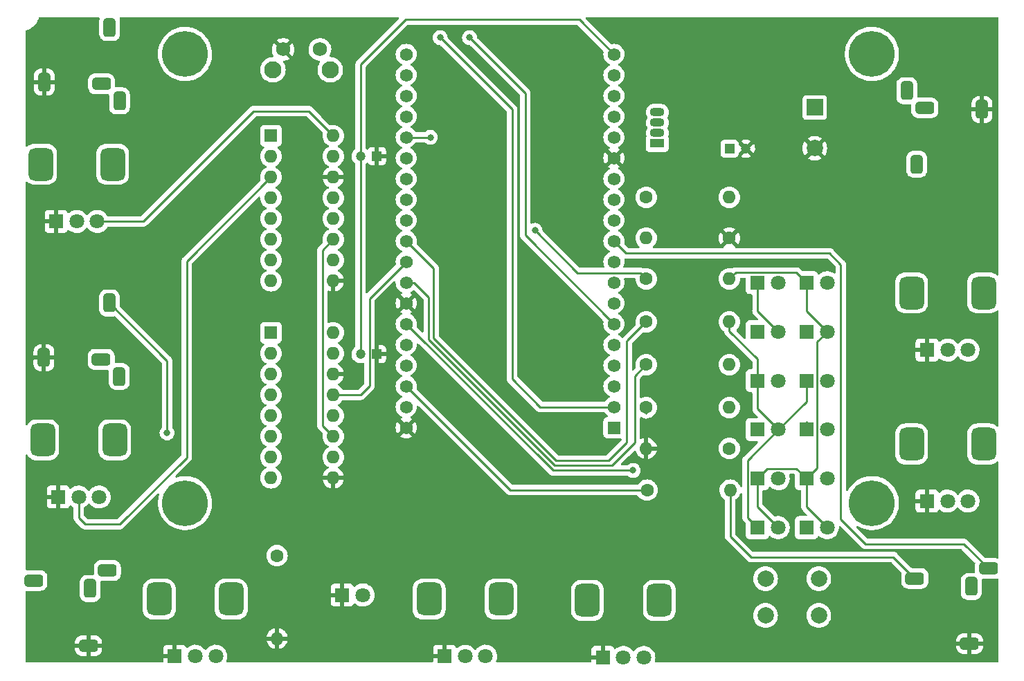
<source format=gbr>
%TF.GenerationSoftware,KiCad,Pcbnew,(6.0.4)*%
%TF.CreationDate,2022-09-15T01:26:24+02:00*%
%TF.ProjectId,_autosave-Spikeling_V2.1,5f617574-6f73-4617-9665-2d5370696b65,rev?*%
%TF.SameCoordinates,Original*%
%TF.FileFunction,Copper,L2,Bot*%
%TF.FilePolarity,Positive*%
%FSLAX46Y46*%
G04 Gerber Fmt 4.6, Leading zero omitted, Abs format (unit mm)*
G04 Created by KiCad (PCBNEW (6.0.4)) date 2022-09-15 01:26:24*
%MOMM*%
%LPD*%
G01*
G04 APERTURE LIST*
G04 Aperture macros list*
%AMRoundRect*
0 Rectangle with rounded corners*
0 $1 Rounding radius*
0 $2 $3 $4 $5 $6 $7 $8 $9 X,Y pos of 4 corners*
0 Add a 4 corners polygon primitive as box body*
4,1,4,$2,$3,$4,$5,$6,$7,$8,$9,$2,$3,0*
0 Add four circle primitives for the rounded corners*
1,1,$1+$1,$2,$3*
1,1,$1+$1,$4,$5*
1,1,$1+$1,$6,$7*
1,1,$1+$1,$8,$9*
0 Add four rect primitives between the rounded corners*
20,1,$1+$1,$2,$3,$4,$5,0*
20,1,$1+$1,$4,$5,$6,$7,0*
20,1,$1+$1,$6,$7,$8,$9,0*
20,1,$1+$1,$8,$9,$2,$3,0*%
G04 Aperture macros list end*
%TA.AperFunction,ComponentPad*%
%ADD10O,1.800000X1.070000*%
%TD*%
%TA.AperFunction,ComponentPad*%
%ADD11R,1.800000X1.070000*%
%TD*%
%TA.AperFunction,ComponentPad*%
%ADD12C,5.600000*%
%TD*%
%TA.AperFunction,ComponentPad*%
%ADD13R,1.800000X1.800000*%
%TD*%
%TA.AperFunction,ComponentPad*%
%ADD14C,1.800000*%
%TD*%
%TA.AperFunction,ComponentPad*%
%ADD15C,1.600000*%
%TD*%
%TA.AperFunction,ComponentPad*%
%ADD16O,1.600000X1.600000*%
%TD*%
%TA.AperFunction,ComponentPad*%
%ADD17R,1.600000X1.600000*%
%TD*%
%TA.AperFunction,ComponentPad*%
%ADD18RoundRect,0.750000X0.750000X-1.250000X0.750000X1.250000X-0.750000X1.250000X-0.750000X-1.250000X0*%
%TD*%
%TA.AperFunction,ComponentPad*%
%ADD19RoundRect,0.381000X0.762000X0.381000X-0.762000X0.381000X-0.762000X-0.381000X0.762000X-0.381000X0*%
%TD*%
%TA.AperFunction,ComponentPad*%
%ADD20RoundRect,0.381000X0.381000X-0.762000X0.381000X0.762000X-0.381000X0.762000X-0.381000X-0.762000X0*%
%TD*%
%TA.AperFunction,ComponentPad*%
%ADD21RoundRect,0.381000X-0.381000X0.762000X-0.381000X-0.762000X0.381000X-0.762000X0.381000X0.762000X0*%
%TD*%
%TA.AperFunction,ComponentPad*%
%ADD22RoundRect,0.381000X-0.762000X-0.381000X0.762000X-0.381000X0.762000X0.381000X-0.762000X0.381000X0*%
%TD*%
%TA.AperFunction,ComponentPad*%
%ADD23R,1.200000X1.200000*%
%TD*%
%TA.AperFunction,ComponentPad*%
%ADD24C,1.200000*%
%TD*%
%TA.AperFunction,ComponentPad*%
%ADD25C,1.750000*%
%TD*%
%TA.AperFunction,ComponentPad*%
%ADD26C,2.100000*%
%TD*%
%TA.AperFunction,ComponentPad*%
%ADD27R,2.000000X2.000000*%
%TD*%
%TA.AperFunction,ComponentPad*%
%ADD28C,2.000000*%
%TD*%
%TA.AperFunction,ComponentPad*%
%ADD29R,1.560000X1.560000*%
%TD*%
%TA.AperFunction,ComponentPad*%
%ADD30C,1.560000*%
%TD*%
%TA.AperFunction,ViaPad*%
%ADD31C,0.800000*%
%TD*%
%TA.AperFunction,Conductor*%
%ADD32C,0.250000*%
%TD*%
G04 APERTURE END LIST*
D10*
%TO.P,Spike_LED,1,RA*%
%TO.N,/27*%
X177750000Y-64680000D03*
D11*
%TO.P,Spike_LED,2,K*%
%TO.N,Net-(100\u03A9_Spike-LED1-Pad2)*%
X177750000Y-65950000D03*
D10*
%TO.P,Spike_LED,3,GA*%
%TO.N,/14*%
X177750000Y-63410000D03*
%TO.P,Spike_LED,4,BA*%
%TO.N,/12*%
X177750000Y-62140000D03*
%TD*%
D12*
%TO.P, ,1*%
%TO.N,N/C*%
X120000000Y-55000000D03*
%TD*%
D13*
%TO.P,6,1,K*%
%TO.N,Net-(100\u03A9_CharliePlex3-Pad2)*%
X190000000Y-83000000D03*
D14*
%TO.P,6,2,A*%
%TO.N,Net-(100\u03A9_CharliePlex4-Pad2)*%
X192540000Y-83000000D03*
%TD*%
D13*
%TO.P,1,1,K*%
%TO.N,Net-(100\u03A9_CharliePlex2-Pad2)*%
X190000000Y-113000000D03*
D14*
%TO.P,1,2,A*%
%TO.N,Net-(100\u03A9_CharliePlex1-Pad2)*%
X192540000Y-113000000D03*
%TD*%
D15*
%TO.P,10k\u03A9,1*%
%TO.N,/39*%
X186560000Y-103300000D03*
D16*
%TO.P,10k\u03A9,2*%
%TO.N,GNDREF*%
X176400000Y-103300000D03*
%TD*%
D17*
%TO.P,MCP3208,1,CH0*%
%TO.N,/200*%
X130500000Y-89125000D03*
D16*
%TO.P,MCP3208,2,CH1*%
%TO.N,/201*%
X130500000Y-91665000D03*
%TO.P,MCP3208,3,CH2*%
%TO.N,/202*%
X130500000Y-94205000D03*
%TO.P,MCP3208,4,CH3*%
%TO.N,/203*%
X130500000Y-96745000D03*
%TO.P,MCP3208,5,CH4*%
%TO.N,/204*%
X130500000Y-99285000D03*
%TO.P,MCP3208,6,CH5*%
%TO.N,/205*%
X130500000Y-101825000D03*
%TO.P,MCP3208,7,CH6*%
%TO.N,/206*%
X130500000Y-104365000D03*
%TO.P,MCP3208,8,CH7*%
%TO.N,/207*%
X130500000Y-106905000D03*
%TO.P,MCP3208,9,DGND*%
%TO.N,GNDREF*%
X138120000Y-106905000D03*
%TO.P,MCP3208,10,~{CS}/SHDN*%
%TO.N,/04*%
X138120000Y-104365000D03*
%TO.P,MCP3208,11,Din*%
%TO.N,/32*%
X138120000Y-101825000D03*
%TO.P,MCP3208,12,Dout*%
%TO.N,/33*%
X138120000Y-99285000D03*
%TO.P,MCP3208,13,CLK*%
%TO.N,/18*%
X138120000Y-96745000D03*
%TO.P,MCP3208,14,AGND*%
%TO.N,GNDREF*%
X138120000Y-94205000D03*
%TO.P,MCP3208,15,Vref*%
%TO.N,VCC*%
X138120000Y-91665000D03*
%TO.P,MCP3208,16,Vdd*%
X138120000Y-89125000D03*
%TD*%
D13*
%TO.P,Stimulus,1,1*%
%TO.N,GNDREF*%
X210750000Y-109750000D03*
D14*
%TO.P,Stimulus,2,2*%
%TO.N,/104*%
X213250000Y-109750000D03*
%TO.P,Stimulus,3,3*%
%TO.N,VCC*%
X215750000Y-109750000D03*
D18*
%TO.P,Stimulus,MP*%
%TO.N,N/C*%
X217650000Y-102750000D03*
X208850000Y-102750000D03*
%TD*%
D13*
%TO.P,Noise,1,1*%
%TO.N,GNDREF*%
X171100000Y-128900000D03*
D14*
%TO.P,Noise,2,2*%
%TO.N,/106*%
X173600000Y-128900000D03*
%TO.P,Noise,3,3*%
%TO.N,VCC*%
X176100000Y-128900000D03*
D18*
%TO.P,Noise,MP*%
%TO.N,N/C*%
X169200000Y-121900000D03*
X178000000Y-121900000D03*
%TD*%
D19*
%TO.P,Synapse In 1,*%
%TO.N,*%
X109781500Y-58650000D03*
D20*
%TO.P,Synapse In 1,R*%
%TO.N,/200*%
X111981500Y-60750000D03*
D21*
%TO.P,Synapse In 1,S*%
%TO.N,GNDREF*%
X102781500Y-58450000D03*
D20*
%TO.P,Synapse In 1,T*%
%TO.N,/35*%
X110781500Y-51750000D03*
%TD*%
D22*
%TO.P,Synapse Out,*%
%TO.N,*%
X210468500Y-61600000D03*
D21*
%TO.P,Synapse Out,R*%
%TO.N,Net-(10\u03A9_RC1-Pad2)*%
X208268500Y-59500000D03*
D20*
%TO.P,Synapse Out,S*%
%TO.N,GNDREF*%
X217468500Y-61800000D03*
D21*
%TO.P,Synapse Out,T*%
%TO.N,/15*%
X209468500Y-68500000D03*
%TD*%
D13*
%TO.P,Synapse1 Gain,1,1*%
%TO.N,GNDREF*%
X104250000Y-75500000D03*
D14*
%TO.P,Synapse1 Gain,2,2*%
%TO.N,/101*%
X106750000Y-75500000D03*
%TO.P,Synapse1 Gain,3,3*%
%TO.N,VCC*%
X109250000Y-75500000D03*
D18*
%TO.P,Synapse1 Gain,MP*%
%TO.N,N/C*%
X111150000Y-68500000D03*
X102350000Y-68500000D03*
%TD*%
D13*
%TO.P,3,1,K*%
%TO.N,Net-(100\u03A9_CharliePlex3-Pad2)*%
X190000000Y-101000000D03*
D14*
%TO.P,3,2,A*%
%TO.N,Net-(100\u03A9_CharliePlex2-Pad2)*%
X192540000Y-101000000D03*
%TD*%
D13*
%TO.P,Voltage Membrane,1,1*%
%TO.N,GNDREF*%
X118750000Y-128750000D03*
D14*
%TO.P,Voltage Membrane,2,2*%
%TO.N,/100*%
X121250000Y-128750000D03*
%TO.P,Voltage Membrane,3,3*%
%TO.N,VCC*%
X123750000Y-128750000D03*
D18*
%TO.P,Voltage Membrane,MP*%
%TO.N,N/C*%
X116850000Y-121750000D03*
X125650000Y-121750000D03*
%TD*%
D15*
%TO.P,100\u03A9,1*%
%TO.N,/22*%
X176500000Y-108400000D03*
D16*
%TO.P,100\u03A9,2*%
%TO.N,Net-(100\u03A9_Stim-LED1-Pad2)*%
X186660000Y-108400000D03*
%TD*%
D12*
%TO.P, ,1*%
%TO.N,N/C*%
X204000000Y-55000000D03*
%TD*%
D17*
%TO.P,MCP3208,1,CH0*%
%TO.N,/100*%
X130500000Y-65000000D03*
D16*
%TO.P,MCP3208,2,CH1*%
%TO.N,/101*%
X130500000Y-67540000D03*
%TO.P,MCP3208,3,CH2*%
%TO.N,/102*%
X130500000Y-70080000D03*
%TO.P,MCP3208,4,CH3*%
%TO.N,/103*%
X130500000Y-72620000D03*
%TO.P,MCP3208,5,CH4*%
%TO.N,/104*%
X130500000Y-75160000D03*
%TO.P,MCP3208,6,CH5*%
%TO.N,/105*%
X130500000Y-77700000D03*
%TO.P,MCP3208,7,CH6*%
%TO.N,/106*%
X130500000Y-80240000D03*
%TO.P,MCP3208,8,CH7*%
%TO.N,/107*%
X130500000Y-82780000D03*
%TO.P,MCP3208,9,DGND*%
%TO.N,GNDREF*%
X138120000Y-82780000D03*
%TO.P,MCP3208,10,~{CS}/SHDN*%
%TO.N,/00*%
X138120000Y-80240000D03*
%TO.P,MCP3208,11,Din*%
%TO.N,/32*%
X138120000Y-77700000D03*
%TO.P,MCP3208,12,Dout*%
%TO.N,/33*%
X138120000Y-75160000D03*
%TO.P,MCP3208,13,CLK*%
%TO.N,/18*%
X138120000Y-72620000D03*
%TO.P,MCP3208,14,AGND*%
%TO.N,GNDREF*%
X138120000Y-70080000D03*
%TO.P,MCP3208,15,Vref*%
%TO.N,VCC*%
X138120000Y-67540000D03*
%TO.P,MCP3208,16,Vdd*%
X138120000Y-65000000D03*
%TD*%
D23*
%TO.P,1\u03BCF,1*%
%TO.N,GNDREF*%
X143472600Y-91750000D03*
D24*
%TO.P,1\u03BCF,2*%
%TO.N,VCC*%
X141472600Y-91750000D03*
%TD*%
D21*
%TO.P,Stimulus Out,*%
%TO.N,*%
X216150000Y-120218500D03*
D19*
%TO.P,Stimulus Out,R*%
%TO.N,/26*%
X218250000Y-118018500D03*
D22*
%TO.P,Stimulus Out,S*%
%TO.N,GNDREF*%
X215950000Y-127218500D03*
D19*
%TO.P,Stimulus Out,T*%
%TO.N,Net-(100\u03A9_Stim-LED1-Pad2)*%
X209250000Y-119218500D03*
%TD*%
D25*
%TO.P,Reset Button,2,2*%
%TO.N,Net-(Reset_Button1-Pad2)*%
X136500000Y-54440000D03*
%TO.P,Reset Button,1,1*%
%TO.N,GNDREF*%
X132000000Y-54440000D03*
D26*
%TO.P,Reset Button,*%
%TO.N,*%
X130750000Y-56930000D03*
X137760000Y-56930000D03*
%TD*%
D13*
%TO.P,10,1,K*%
%TO.N,Net-(100\u03A9_CharliePlex2-Pad2)*%
X196000000Y-95000000D03*
D14*
%TO.P,10,2,A*%
%TO.N,Net-(100\u03A9_CharliePlex4-Pad2)*%
X198540000Y-95000000D03*
%TD*%
D13*
%TO.P,8,1,K*%
%TO.N,Net-(100\u03A9_CharliePlex1-Pad2)*%
X196000000Y-107000000D03*
D14*
%TO.P,8,2,A*%
%TO.N,Net-(100\u03A9_CharliePlex3-Pad2)*%
X198540000Y-107000000D03*
%TD*%
D23*
%TO.P,1\u03BCF,1*%
%TO.N,GNDREF*%
X143472600Y-67500000D03*
D24*
%TO.P,1\u03BCF,2*%
%TO.N,VCC*%
X141472600Y-67500000D03*
%TD*%
D15*
%TO.P,100\u03A9,1*%
%TO.N,/21*%
X176400000Y-98300000D03*
D16*
%TO.P,100\u03A9,2*%
%TO.N,Net-(100\u03A9_CharliePlex4-Pad2)*%
X186560000Y-98300000D03*
%TD*%
D13*
%TO.P,12,1,K*%
%TO.N,Net-(100\u03A9_CharliePlex1-Pad2)*%
X196000000Y-83000000D03*
D14*
%TO.P,12,2,A*%
%TO.N,Net-(100\u03A9_CharliePlex4-Pad2)*%
X198540000Y-83000000D03*
%TD*%
D13*
%TO.P,11,1,K*%
%TO.N,Net-(100\u03A9_CharliePlex4-Pad2)*%
X196000000Y-89000000D03*
D14*
%TO.P,11,2,A*%
%TO.N,Net-(100\u03A9_CharliePlex1-Pad2)*%
X198540000Y-89000000D03*
%TD*%
D13*
%TO.P,9,1,K*%
%TO.N,Net-(100\u03A9_CharliePlex4-Pad2)*%
X196000000Y-101000000D03*
D14*
%TO.P,9,2,A*%
%TO.N,Net-(100\u03A9_CharliePlex2-Pad2)*%
X198540000Y-101000000D03*
%TD*%
D16*
%TO.P,10\u03A9,2*%
%TO.N,Net-(10\u03A9_RC1-Pad2)*%
X186560000Y-72550000D03*
D15*
%TO.P,10\u03A9,1*%
%TO.N,/25*%
X176400000Y-72550000D03*
%TD*%
D13*
%TO.P,Photodiode,1,K*%
%TO.N,GNDREF*%
X139225000Y-121250000D03*
D14*
%TO.P,Photodiode,2,A*%
%TO.N,/202*%
X141765000Y-121250000D03*
%TD*%
D13*
%TO.P,Stimulus,1,1*%
%TO.N,GNDREF*%
X210750000Y-91250000D03*
D14*
%TO.P,Stimulus,2,2*%
%TO.N,/105*%
X213250000Y-91250000D03*
%TO.P,Stimulus,3,3*%
%TO.N,VCC*%
X215750000Y-91250000D03*
D18*
%TO.P,Stimulus,MP*%
%TO.N,N/C*%
X217650000Y-84250000D03*
X208850000Y-84250000D03*
%TD*%
D13*
%TO.P,Synapse2 Gain,1,1*%
%TO.N,GNDREF*%
X104500000Y-109250000D03*
D14*
%TO.P,Synapse2 Gain,2,2*%
%TO.N,/102*%
X107000000Y-109250000D03*
%TO.P,Synapse2 Gain,3,3*%
%TO.N,VCC*%
X109500000Y-109250000D03*
D18*
%TO.P,Synapse2 Gain,MP*%
%TO.N,N/C*%
X102600000Y-102250000D03*
X111400000Y-102250000D03*
%TD*%
D19*
%TO.P,Synapse In 2,*%
%TO.N,*%
X109750000Y-92400000D03*
D20*
%TO.P,Synapse In 2,R*%
%TO.N,/201*%
X111950000Y-94500000D03*
D21*
%TO.P,Synapse In 2,S*%
%TO.N,GNDREF*%
X102750000Y-92200000D03*
D20*
%TO.P,Synapse In 2,T*%
%TO.N,/34*%
X110750000Y-85500000D03*
%TD*%
D13*
%TO.P,2,1,K*%
%TO.N,Net-(100\u03A9_CharliePlex1-Pad2)*%
X190000000Y-107000000D03*
D14*
%TO.P,2,2,A*%
%TO.N,Net-(100\u03A9_CharliePlex2-Pad2)*%
X192540000Y-107000000D03*
%TD*%
D12*
%TO.P, ,1*%
%TO.N,N/C*%
X204000000Y-110000000D03*
%TD*%
D13*
%TO.P,4,1,K*%
%TO.N,Net-(100\u03A9_CharliePlex2-Pad2)*%
X190000000Y-95000000D03*
D14*
%TO.P,4,2,A*%
%TO.N,Net-(100\u03A9_CharliePlex3-Pad2)*%
X192540000Y-95000000D03*
%TD*%
D21*
%TO.P,Current In,*%
%TO.N,*%
X108400000Y-120468500D03*
D19*
%TO.P,Current In,R*%
%TO.N,/203*%
X110500000Y-118268500D03*
D22*
%TO.P,Current In,S*%
%TO.N,GNDREF*%
X108200000Y-127468500D03*
D19*
%TO.P,Current In,T*%
%TO.N,unconnected-(Current_In1-PadT)*%
X101500000Y-119468500D03*
%TD*%
D15*
%TO.P,100\u03A9,1*%
%TO.N,/19*%
X176400000Y-93050000D03*
D16*
%TO.P,100\u03A9,2*%
%TO.N,Net-(100\u03A9_CharliePlex3-Pad2)*%
X186560000Y-93050000D03*
%TD*%
D15*
%TO.P,10k\u03A9,1*%
%TO.N,/202*%
X131250000Y-116420000D03*
D16*
%TO.P,10k\u03A9,2*%
%TO.N,GNDREF*%
X131250000Y-126580000D03*
%TD*%
D13*
%TO.P,Photodiode Gain,1,1*%
%TO.N,GNDREF*%
X151750000Y-128750000D03*
D14*
%TO.P,Photodiode Gain,2,2*%
%TO.N,/103*%
X154250000Y-128750000D03*
%TO.P,Photodiode Gain,3,3*%
%TO.N,VCC*%
X156750000Y-128750000D03*
D18*
%TO.P,Photodiode Gain,MP*%
%TO.N,N/C*%
X158650000Y-121750000D03*
X149850000Y-121750000D03*
%TD*%
D24*
%TO.P,1nF,2*%
%TO.N,GNDREF*%
X188600000Y-66600000D03*
D23*
%TO.P,1nF,1*%
%TO.N,Net-(10\u03A9_RC1-Pad2)*%
X186600000Y-66600000D03*
%TD*%
D15*
%TO.P,100\u03A9,1*%
%TO.N,/05*%
X176400000Y-87800000D03*
D16*
%TO.P,100\u03A9,2*%
%TO.N,Net-(100\u03A9_CharliePlex2-Pad2)*%
X186560000Y-87800000D03*
%TD*%
D15*
%TO.P,100\u03A9,1*%
%TO.N,GNDREF*%
X186560000Y-77550000D03*
D16*
%TO.P,100\u03A9,2*%
%TO.N,Net-(100\u03A9_Spike-LED1-Pad2)*%
X176400000Y-77550000D03*
%TD*%
D27*
%TO.P,Spike_Buzzer,1,-*%
%TO.N,/13*%
X197000000Y-61550000D03*
D28*
%TO.P,Spike_Buzzer,2,+*%
%TO.N,GNDREF*%
X197000000Y-66550000D03*
%TD*%
D12*
%TO.P, ,1*%
%TO.N,N/C*%
X120000000Y-110000000D03*
%TD*%
D15*
%TO.P,100\u03A9,1*%
%TO.N,/02*%
X176400000Y-82550000D03*
D16*
%TO.P,100\u03A9,2*%
%TO.N,Net-(100\u03A9_CharliePlex1-Pad2)*%
X186560000Y-82550000D03*
%TD*%
D28*
%TO.P,Mode Button,1,1*%
%TO.N,/39*%
X191000000Y-119250000D03*
X197500000Y-119250000D03*
%TO.P,Mode Button,2,2*%
%TO.N,VCC*%
X197500000Y-123750000D03*
X191000000Y-123750000D03*
%TD*%
D29*
%TO.P,ESP32 Wroom-32 Dev Module,1,3V3*%
%TO.N,+3V3*%
X172450000Y-100760000D03*
D30*
%TO.P,ESP32 Wroom-32 Dev Module,2,EN*%
%TO.N,Net-(Reset_Button1-Pad2)*%
X172450000Y-98220000D03*
%TO.P,ESP32 Wroom-32 Dev Module,3,SENSOR_VP*%
%TO.N,unconnected-(U1-Pad3)*%
X172450000Y-95680000D03*
%TO.P,ESP32 Wroom-32 Dev Module,4,SENSOR_VN*%
%TO.N,/39*%
X172450000Y-93140000D03*
%TO.P,ESP32 Wroom-32 Dev Module,5,IO34*%
%TO.N,/34*%
X172450000Y-90600000D03*
%TO.P,ESP32 Wroom-32 Dev Module,6,IO35*%
%TO.N,/35*%
X172450000Y-88060000D03*
%TO.P,ESP32 Wroom-32 Dev Module,7,IO32*%
%TO.N,/32*%
X172450000Y-85520000D03*
%TO.P,ESP32 Wroom-32 Dev Module,8,IO33*%
%TO.N,/33*%
X172450000Y-82980000D03*
%TO.P,ESP32 Wroom-32 Dev Module,9,IO25*%
%TO.N,/25*%
X172450000Y-80440000D03*
%TO.P,ESP32 Wroom-32 Dev Module,10,IO26*%
%TO.N,/26*%
X172450000Y-77900000D03*
%TO.P,ESP32 Wroom-32 Dev Module,11,IO27*%
%TO.N,/27*%
X172450000Y-75360000D03*
%TO.P,ESP32 Wroom-32 Dev Module,12,IO14*%
%TO.N,/14*%
X172450000Y-72820000D03*
%TO.P,ESP32 Wroom-32 Dev Module,13,IO12*%
%TO.N,/12*%
X172450000Y-70280000D03*
%TO.P,ESP32 Wroom-32 Dev Module,14,GND1*%
%TO.N,GNDREF*%
X172450000Y-67740000D03*
%TO.P,ESP32 Wroom-32 Dev Module,15,IO13*%
%TO.N,/13*%
X172450000Y-65200000D03*
%TO.P,ESP32 Wroom-32 Dev Module,16,SD2*%
%TO.N,unconnected-(U1-Pad16)*%
X172450000Y-62660000D03*
%TO.P,ESP32 Wroom-32 Dev Module,17,SD3*%
%TO.N,unconnected-(U1-Pad17)*%
X172450000Y-60120000D03*
%TO.P,ESP32 Wroom-32 Dev Module,18,CMD*%
%TO.N,unconnected-(U1-Pad18)*%
X172450000Y-57580000D03*
%TO.P,ESP32 Wroom-32 Dev Module,19,EXT_5V*%
%TO.N,VCC*%
X172450000Y-55040000D03*
%TO.P,ESP32 Wroom-32 Dev Module,20,GND3*%
%TO.N,GNDREF*%
X147050000Y-100760000D03*
%TO.P,ESP32 Wroom-32 Dev Module,21,IO23*%
%TO.N,/23*%
X147050000Y-98220000D03*
%TO.P,ESP32 Wroom-32 Dev Module,22,IO22*%
%TO.N,/22*%
X147050000Y-95680000D03*
%TO.P,ESP32 Wroom-32 Dev Module,23,TXD0*%
%TO.N,unconnected-(U1-Pad23)*%
X147050000Y-93140000D03*
%TO.P,ESP32 Wroom-32 Dev Module,24,RXD0*%
%TO.N,unconnected-(U1-Pad24)*%
X147050000Y-90600000D03*
%TO.P,ESP32 Wroom-32 Dev Module,25,IO21*%
%TO.N,/21*%
X147050000Y-88060000D03*
%TO.P,ESP32 Wroom-32 Dev Module,26,GND2*%
%TO.N,GNDREF*%
X147050000Y-85520000D03*
%TO.P,ESP32 Wroom-32 Dev Module,27,IO19*%
%TO.N,/19*%
X147050000Y-82980000D03*
%TO.P,ESP32 Wroom-32 Dev Module,28,IO18*%
%TO.N,/18*%
X147050000Y-80440000D03*
%TO.P,ESP32 Wroom-32 Dev Module,29,IO5*%
%TO.N,/05*%
X147050000Y-77900000D03*
%TO.P,ESP32 Wroom-32 Dev Module,30,IO17*%
%TO.N,/17*%
X147050000Y-75360000D03*
%TO.P,ESP32 Wroom-32 Dev Module,31,IO16*%
%TO.N,/16*%
X147050000Y-72820000D03*
%TO.P,ESP32 Wroom-32 Dev Module,32,IO4*%
%TO.N,/04*%
X147050000Y-70280000D03*
%TO.P,ESP32 Wroom-32 Dev Module,33,IO0*%
%TO.N,/00*%
X147050000Y-67740000D03*
%TO.P,ESP32 Wroom-32 Dev Module,34,IO2*%
%TO.N,/02*%
X147050000Y-65200000D03*
%TO.P,ESP32 Wroom-32 Dev Module,35,IO15*%
%TO.N,/15*%
X147050000Y-62660000D03*
%TO.P,ESP32 Wroom-32 Dev Module,36,SD1*%
%TO.N,unconnected-(U1-Pad36)*%
X147050000Y-60120000D03*
%TO.P,ESP32 Wroom-32 Dev Module,37,SD0*%
%TO.N,unconnected-(U1-Pad37)*%
X147050000Y-57580000D03*
%TO.P,ESP32 Wroom-32 Dev Module,38,CLK*%
%TO.N,unconnected-(U1-Pad38)*%
X147050000Y-55040000D03*
%TD*%
D13*
%TO.P,7,1,K*%
%TO.N,Net-(100\u03A9_CharliePlex3-Pad2)*%
X196000000Y-113000000D03*
D14*
%TO.P,7,2,A*%
%TO.N,Net-(100\u03A9_CharliePlex1-Pad2)*%
X198540000Y-113000000D03*
%TD*%
D13*
%TO.P,5,1,K*%
%TO.N,Net-(100\u03A9_CharliePlex4-Pad2)*%
X190000000Y-89000000D03*
D14*
%TO.P,5,2,A*%
%TO.N,Net-(100\u03A9_CharliePlex3-Pad2)*%
X192540000Y-89000000D03*
%TD*%
D31*
%TO.N,/02*%
X150000000Y-65200000D03*
X162800000Y-76600000D03*
%TO.N,/21*%
X174800000Y-106000000D03*
%TO.N,/34*%
X117800000Y-101400000D03*
%TO.N,/35*%
X154800000Y-53000000D03*
%TO.N,Net-(Reset_Button1-Pad2)*%
X151200000Y-53000000D03*
%TD*%
D32*
%TO.N,/18*%
X141455000Y-96745000D02*
X138120000Y-96745000D01*
X142548089Y-95651911D02*
X141455000Y-96745000D01*
X142548089Y-84941911D02*
X142548089Y-95651911D01*
X147050000Y-80440000D02*
X142548089Y-84941911D01*
%TO.N,/02*%
X150000000Y-65200000D02*
X147050000Y-65200000D01*
X175650000Y-81800000D02*
X168000000Y-81800000D01*
X168000000Y-81800000D02*
X162800000Y-76600000D01*
X176400000Y-82550000D02*
X175650000Y-81800000D01*
%TO.N,/21*%
X174800000Y-106000000D02*
X164990000Y-106000000D01*
%TO.N,/05*%
X150400000Y-81250000D02*
X147050000Y-77900000D01*
X150400000Y-89800000D02*
X150400000Y-81250000D01*
X165400000Y-104800000D02*
X150400000Y-89800000D01*
X171800000Y-104800000D02*
X165400000Y-104800000D01*
X174000000Y-102600000D02*
X171800000Y-104800000D01*
X174000000Y-102200000D02*
X174000000Y-102600000D01*
X174000000Y-90200000D02*
X174000000Y-102200000D01*
X174200000Y-90000000D02*
X174000000Y-90200000D01*
X176400000Y-87800000D02*
X174200000Y-90000000D01*
%TO.N,/19*%
X147980000Y-82980000D02*
X147050000Y-82980000D01*
X149800000Y-84800000D02*
X147980000Y-82980000D01*
X149800000Y-90000000D02*
X149800000Y-84800000D01*
X165200000Y-105400000D02*
X149800000Y-90000000D01*
X172200000Y-105400000D02*
X165200000Y-105400000D01*
X175000000Y-102600000D02*
X172200000Y-105400000D01*
X175000000Y-94450000D02*
X175000000Y-102600000D01*
X176400000Y-93050000D02*
X175000000Y-94450000D01*
%TO.N,/21*%
X164990000Y-106000000D02*
X147050000Y-88060000D01*
X176400000Y-99019022D02*
X176400000Y-98300000D01*
%TO.N,/22*%
X159770000Y-108400000D02*
X176500000Y-108400000D01*
X147050000Y-95680000D02*
X159770000Y-108400000D01*
%TO.N,VCC*%
X128400000Y-62000000D02*
X135120000Y-62000000D01*
X135120000Y-62000000D02*
X138120000Y-65000000D01*
X114900000Y-75500000D02*
X128400000Y-62000000D01*
X109250000Y-75500000D02*
X114900000Y-75500000D01*
%TO.N,/26*%
X203200000Y-115000000D02*
X215231500Y-115000000D01*
X200200000Y-112000000D02*
X203200000Y-115000000D01*
X200200000Y-80800000D02*
X200200000Y-112000000D01*
X198800000Y-79400000D02*
X200200000Y-80800000D01*
X173950000Y-79400000D02*
X198800000Y-79400000D01*
X172450000Y-77900000D02*
X173950000Y-79400000D01*
X215231500Y-115000000D02*
X218250000Y-118018500D01*
%TO.N,Net-(100\u03A9_Stim-LED1-Pad2)*%
X206631500Y-116600000D02*
X209250000Y-119218500D01*
X186660000Y-114060000D02*
X189200000Y-116600000D01*
X186660000Y-108400000D02*
X186660000Y-114060000D01*
X189200000Y-116600000D02*
X206631500Y-116600000D01*
%TO.N,Net-(100\u03A9_CharliePlex2-Pad2)*%
X190000000Y-92371370D02*
X190000000Y-95000000D01*
X186560000Y-88931370D02*
X190000000Y-92371370D01*
X186560000Y-87800000D02*
X186560000Y-88931370D01*
X196000000Y-97540000D02*
X192540000Y-101000000D01*
X196000000Y-95000000D02*
X196000000Y-97540000D01*
X190000000Y-98460000D02*
X192540000Y-101000000D01*
X190000000Y-95000000D02*
X190000000Y-98460000D01*
X188775489Y-111775489D02*
X190000000Y-113000000D01*
X192540000Y-101000000D02*
X188775489Y-104764511D01*
X188775489Y-104764511D02*
X188775489Y-111775489D01*
X192540000Y-107000000D02*
X192540000Y-106225009D01*
%TO.N,Net-(100\u03A9_CharliePlex3-Pad2)*%
X190000000Y-86460000D02*
X190000000Y-83000000D01*
X192540000Y-89000000D02*
X190000000Y-86460000D01*
%TO.N,Net-(100\u03A9_CharliePlex1-Pad2)*%
X190000000Y-107000000D02*
X190000000Y-110460000D01*
X190000000Y-110460000D02*
X192540000Y-113000000D01*
X196000000Y-110460000D02*
X198540000Y-113000000D01*
X196000000Y-107000000D02*
X196000000Y-110460000D01*
X191224511Y-105775489D02*
X190000000Y-107000000D01*
X194775489Y-105775489D02*
X191224511Y-105775489D01*
X196000000Y-107000000D02*
X194775489Y-105775489D01*
X197315489Y-90224511D02*
X197315489Y-105684511D01*
X197315489Y-105684511D02*
X196000000Y-107000000D01*
X198540000Y-89000000D02*
X197315489Y-90224511D01*
X194750001Y-81750001D02*
X196000000Y-83000000D01*
X186560000Y-82550000D02*
X187359999Y-81750001D01*
X187359999Y-81750001D02*
X194750001Y-81750001D01*
X196000000Y-86460000D02*
X198540000Y-89000000D01*
X196000000Y-83000000D02*
X196000000Y-86460000D01*
%TO.N,/34*%
X117800000Y-92550000D02*
X117800000Y-101400000D01*
X110750000Y-85500000D02*
X117800000Y-92550000D01*
%TO.N,/102*%
X120200000Y-80380000D02*
X130500000Y-70080000D01*
X120200000Y-104400000D02*
X120200000Y-80380000D01*
X112000000Y-112600000D02*
X120200000Y-104400000D01*
X107800000Y-112600000D02*
X112000000Y-112600000D01*
X107000000Y-111800000D02*
X107800000Y-112600000D01*
X107000000Y-109250000D02*
X107000000Y-111800000D01*
%TO.N,VCC*%
X168210000Y-50800000D02*
X172450000Y-55040000D01*
X146950000Y-50800000D02*
X168210000Y-50800000D01*
X141472600Y-56277400D02*
X146950000Y-50800000D01*
X141472600Y-67500000D02*
X141472600Y-56277400D01*
%TO.N,Net-(Reset_Button1-Pad2)*%
X151200000Y-53000000D02*
X160000000Y-61800000D01*
X160000000Y-62600000D02*
X160000000Y-94800000D01*
X160000000Y-61800000D02*
X160000000Y-62600000D01*
%TO.N,/35*%
X161600000Y-59800000D02*
X161600000Y-61200000D01*
X161600000Y-61200000D02*
X161600000Y-77210000D01*
X154800000Y-53000000D02*
X161600000Y-59800000D01*
X161600000Y-77210000D02*
X172450000Y-88060000D01*
%TO.N,/32*%
X136800000Y-100505000D02*
X138120000Y-101825000D01*
X136800000Y-79020000D02*
X136800000Y-100505000D01*
X138120000Y-77700000D02*
X136800000Y-79020000D01*
%TO.N,Net-(Reset_Button1-Pad2)*%
X163420000Y-98220000D02*
X172450000Y-98220000D01*
X160000000Y-94800000D02*
X163420000Y-98220000D01*
%TO.N,Net-(100\u03A9_CharliePlex4-Pad2)*%
X196000000Y-101000000D02*
X196000000Y-100000000D01*
%TO.N,/39*%
X191000000Y-118920000D02*
X191000000Y-119250000D01*
%TO.N,VCC*%
X141472600Y-67500000D02*
X141472600Y-91750000D01*
%TD*%
%TA.AperFunction,Conductor*%
%TO.N,GNDREF*%
G36*
X109512060Y-50528502D02*
G01*
X109558553Y-50582158D01*
X109568657Y-50652432D01*
X109564792Y-50667285D01*
X109565506Y-50667476D01*
X109527305Y-50810045D01*
X109517112Y-50848085D01*
X109516659Y-50853841D01*
X109511295Y-50921998D01*
X109511000Y-50925742D01*
X109511000Y-52574258D01*
X109517112Y-52651915D01*
X109518605Y-52657488D01*
X109518606Y-52657492D01*
X109563798Y-52826150D01*
X109565506Y-52832524D01*
X109650393Y-52999125D01*
X109654546Y-53004254D01*
X109654547Y-53004255D01*
X109723620Y-53089552D01*
X109768064Y-53144436D01*
X109773190Y-53148587D01*
X109790521Y-53162621D01*
X109913375Y-53262107D01*
X110079976Y-53346994D01*
X110086349Y-53348702D01*
X110086350Y-53348702D01*
X110255008Y-53393894D01*
X110255012Y-53393895D01*
X110260585Y-53395388D01*
X110266341Y-53395841D01*
X110335786Y-53401307D01*
X110335794Y-53401307D01*
X110338242Y-53401500D01*
X111224758Y-53401500D01*
X111227206Y-53401307D01*
X111227214Y-53401307D01*
X111296659Y-53395841D01*
X111302415Y-53395388D01*
X111307988Y-53393895D01*
X111307992Y-53393894D01*
X111476650Y-53348702D01*
X111476651Y-53348702D01*
X111483024Y-53346994D01*
X111649625Y-53262107D01*
X111772480Y-53162621D01*
X111789810Y-53148587D01*
X111794936Y-53144436D01*
X111839380Y-53089552D01*
X111908453Y-53004255D01*
X111908454Y-53004254D01*
X111912607Y-52999125D01*
X111997494Y-52832524D01*
X111999202Y-52826150D01*
X112044394Y-52657492D01*
X112044395Y-52657488D01*
X112045888Y-52651915D01*
X112052000Y-52574258D01*
X112052000Y-50925742D01*
X112051706Y-50921998D01*
X112046341Y-50853841D01*
X112045888Y-50848085D01*
X112035696Y-50810045D01*
X111997494Y-50667476D01*
X112000374Y-50666704D01*
X111995698Y-50608858D01*
X112029145Y-50546233D01*
X112091139Y-50511633D01*
X112119061Y-50508500D01*
X146041405Y-50508500D01*
X146109526Y-50528502D01*
X146156019Y-50582158D01*
X146166123Y-50652432D01*
X146136629Y-50717012D01*
X146130500Y-50723595D01*
X141080347Y-55773748D01*
X141072061Y-55781288D01*
X141065582Y-55785400D01*
X141060157Y-55791177D01*
X141018957Y-55835051D01*
X141016202Y-55837893D01*
X140996465Y-55857630D01*
X140993985Y-55860827D01*
X140986282Y-55869847D01*
X140956014Y-55902079D01*
X140952195Y-55909025D01*
X140952193Y-55909028D01*
X140946252Y-55919834D01*
X140935401Y-55936353D01*
X140922986Y-55952359D01*
X140919841Y-55959628D01*
X140919838Y-55959632D01*
X140905426Y-55992937D01*
X140900209Y-56003587D01*
X140878905Y-56042340D01*
X140876934Y-56050015D01*
X140876934Y-56050016D01*
X140873867Y-56061962D01*
X140867463Y-56080666D01*
X140859419Y-56099255D01*
X140858180Y-56107078D01*
X140858177Y-56107088D01*
X140852501Y-56142924D01*
X140850095Y-56154544D01*
X140848063Y-56162459D01*
X140839100Y-56197370D01*
X140839100Y-56217624D01*
X140837549Y-56237334D01*
X140834380Y-56257343D01*
X140835126Y-56265235D01*
X140838541Y-56301361D01*
X140839100Y-56313219D01*
X140839100Y-66523988D01*
X140819098Y-66592109D01*
X140796179Y-66618718D01*
X140665078Y-66733690D01*
X140661511Y-66738215D01*
X140661506Y-66738220D01*
X140614657Y-66797648D01*
X140538951Y-66893681D01*
X140536262Y-66898792D01*
X140536260Y-66898795D01*
X140528046Y-66914408D01*
X140444092Y-67073978D01*
X140383678Y-67268543D01*
X140359732Y-67470859D01*
X140373057Y-67674151D01*
X140423205Y-67871610D01*
X140508498Y-68056624D01*
X140626079Y-68222997D01*
X140772010Y-68365157D01*
X140783100Y-68372567D01*
X140828628Y-68427042D01*
X140839100Y-68477333D01*
X140839100Y-90773988D01*
X140819098Y-90842109D01*
X140796179Y-90868718D01*
X140665078Y-90983690D01*
X140661511Y-90988215D01*
X140661506Y-90988220D01*
X140614886Y-91047358D01*
X140538951Y-91143681D01*
X140536262Y-91148792D01*
X140536260Y-91148795D01*
X140503651Y-91210775D01*
X140444092Y-91323978D01*
X140383678Y-91518543D01*
X140359732Y-91720859D01*
X140373057Y-91924151D01*
X140423205Y-92121610D01*
X140508498Y-92306624D01*
X140626079Y-92472997D01*
X140654052Y-92500247D01*
X140766811Y-92610092D01*
X140772010Y-92615157D01*
X140776806Y-92618362D01*
X140776809Y-92618364D01*
X140850049Y-92667301D01*
X140941403Y-92728342D01*
X140946706Y-92730620D01*
X140946709Y-92730622D01*
X141096055Y-92794786D01*
X141128587Y-92808763D01*
X141183025Y-92821081D01*
X141321655Y-92852450D01*
X141321660Y-92852451D01*
X141327292Y-92853725D01*
X141333063Y-92853952D01*
X141333065Y-92853952D01*
X141393545Y-92856328D01*
X141530863Y-92861723D01*
X141641277Y-92845714D01*
X141726762Y-92833320D01*
X141726767Y-92833319D01*
X141732483Y-92832490D01*
X141737955Y-92830632D01*
X141737957Y-92830632D01*
X141748087Y-92827193D01*
X141819022Y-92824236D01*
X141880294Y-92860099D01*
X141912451Y-92923396D01*
X141914589Y-92946506D01*
X141914589Y-95337316D01*
X141894587Y-95405437D01*
X141877684Y-95426411D01*
X141229500Y-96074595D01*
X141167188Y-96108621D01*
X141140405Y-96111500D01*
X139339394Y-96111500D01*
X139271273Y-96091498D01*
X139236181Y-96057771D01*
X139129357Y-95905211D01*
X139129355Y-95905208D01*
X139126198Y-95900700D01*
X138964300Y-95738802D01*
X138959792Y-95735645D01*
X138959789Y-95735643D01*
X138868851Y-95671968D01*
X138776749Y-95607477D01*
X138771767Y-95605154D01*
X138771762Y-95605151D01*
X138736951Y-95588919D01*
X138683666Y-95542002D01*
X138664205Y-95473725D01*
X138684747Y-95405765D01*
X138736951Y-95360529D01*
X138771511Y-95344414D01*
X138781007Y-95338931D01*
X138959467Y-95213972D01*
X138967875Y-95206916D01*
X139121916Y-95052875D01*
X139128972Y-95044467D01*
X139253931Y-94866007D01*
X139259414Y-94856511D01*
X139351490Y-94659053D01*
X139355236Y-94648761D01*
X139401394Y-94476497D01*
X139401058Y-94462401D01*
X139393116Y-94459000D01*
X137992000Y-94459000D01*
X137923879Y-94438998D01*
X137877386Y-94385342D01*
X137866000Y-94333000D01*
X137866000Y-94077000D01*
X137886002Y-94008879D01*
X137939658Y-93962386D01*
X137992000Y-93951000D01*
X139387967Y-93951000D01*
X139401498Y-93947027D01*
X139402727Y-93938478D01*
X139355236Y-93761239D01*
X139351490Y-93750947D01*
X139259414Y-93553489D01*
X139253931Y-93543993D01*
X139128972Y-93365533D01*
X139121916Y-93357125D01*
X138967875Y-93203084D01*
X138959467Y-93196028D01*
X138781007Y-93071069D01*
X138771511Y-93065586D01*
X138736951Y-93049471D01*
X138683666Y-93002554D01*
X138664205Y-92934277D01*
X138684747Y-92866317D01*
X138736951Y-92821081D01*
X138771762Y-92804849D01*
X138771767Y-92804846D01*
X138776749Y-92802523D01*
X138882690Y-92728342D01*
X138959789Y-92674357D01*
X138959792Y-92674355D01*
X138964300Y-92671198D01*
X139126198Y-92509300D01*
X139133922Y-92498270D01*
X139203965Y-92398238D01*
X139257523Y-92321749D01*
X139259846Y-92316767D01*
X139259849Y-92316762D01*
X139351961Y-92119225D01*
X139351961Y-92119224D01*
X139354284Y-92114243D01*
X139358011Y-92100336D01*
X139412119Y-91898402D01*
X139412119Y-91898400D01*
X139413543Y-91893087D01*
X139433498Y-91665000D01*
X139413543Y-91436913D01*
X139410856Y-91426884D01*
X139355707Y-91221067D01*
X139355706Y-91221065D01*
X139354284Y-91215757D01*
X139351961Y-91210775D01*
X139259849Y-91013238D01*
X139259846Y-91013233D01*
X139257523Y-91008251D01*
X139137582Y-90836958D01*
X139129357Y-90825211D01*
X139129355Y-90825208D01*
X139126198Y-90820700D01*
X138964300Y-90658802D01*
X138959792Y-90655645D01*
X138959789Y-90655643D01*
X138861568Y-90586868D01*
X138776749Y-90527477D01*
X138771767Y-90525154D01*
X138771762Y-90525151D01*
X138737543Y-90509195D01*
X138684258Y-90462278D01*
X138664797Y-90394001D01*
X138685339Y-90326041D01*
X138737543Y-90280805D01*
X138771762Y-90264849D01*
X138771767Y-90264846D01*
X138776749Y-90262523D01*
X138906450Y-90171705D01*
X138959789Y-90134357D01*
X138959792Y-90134355D01*
X138964300Y-90131198D01*
X139126198Y-89969300D01*
X139133922Y-89958270D01*
X139205848Y-89855548D01*
X139257523Y-89781749D01*
X139259846Y-89776767D01*
X139259849Y-89776762D01*
X139351961Y-89579225D01*
X139351961Y-89579224D01*
X139354284Y-89574243D01*
X139368744Y-89520280D01*
X139412119Y-89358402D01*
X139412119Y-89358400D01*
X139413543Y-89353087D01*
X139433498Y-89125000D01*
X139413543Y-88896913D01*
X139362578Y-88706711D01*
X139355707Y-88681067D01*
X139355706Y-88681065D01*
X139354284Y-88675757D01*
X139341430Y-88648191D01*
X139259849Y-88473238D01*
X139259846Y-88473233D01*
X139257523Y-88468251D01*
X139164369Y-88335213D01*
X139129357Y-88285211D01*
X139129355Y-88285208D01*
X139126198Y-88280700D01*
X138964300Y-88118802D01*
X138959792Y-88115645D01*
X138959789Y-88115643D01*
X138844860Y-88035169D01*
X138776749Y-87987477D01*
X138771767Y-87985154D01*
X138771762Y-87985151D01*
X138574225Y-87893039D01*
X138574224Y-87893039D01*
X138569243Y-87890716D01*
X138563935Y-87889294D01*
X138563933Y-87889293D01*
X138353402Y-87832881D01*
X138353400Y-87832881D01*
X138348087Y-87831457D01*
X138120000Y-87811502D01*
X137891913Y-87831457D01*
X137886600Y-87832881D01*
X137886598Y-87832881D01*
X137676067Y-87889293D01*
X137676065Y-87889294D01*
X137670757Y-87890716D01*
X137665776Y-87893039D01*
X137665775Y-87893039D01*
X137612750Y-87917765D01*
X137542558Y-87928426D01*
X137477745Y-87899446D01*
X137438889Y-87840026D01*
X137433500Y-87803570D01*
X137433500Y-84100879D01*
X137453502Y-84032758D01*
X137507158Y-83986265D01*
X137577432Y-83976161D01*
X137612749Y-83986684D01*
X137665942Y-84011488D01*
X137676239Y-84015236D01*
X137848503Y-84061394D01*
X137862599Y-84061058D01*
X137866000Y-84053116D01*
X137866000Y-84047967D01*
X138374000Y-84047967D01*
X138377973Y-84061498D01*
X138386522Y-84062727D01*
X138563761Y-84015236D01*
X138574053Y-84011490D01*
X138771511Y-83919414D01*
X138781007Y-83913931D01*
X138959467Y-83788972D01*
X138967875Y-83781916D01*
X139121916Y-83627875D01*
X139128972Y-83619467D01*
X139253931Y-83441007D01*
X139259414Y-83431511D01*
X139351490Y-83234053D01*
X139355236Y-83223761D01*
X139401394Y-83051497D01*
X139401058Y-83037401D01*
X139393116Y-83034000D01*
X138392115Y-83034000D01*
X138376876Y-83038475D01*
X138375671Y-83039865D01*
X138374000Y-83047548D01*
X138374000Y-84047967D01*
X137866000Y-84047967D01*
X137866000Y-82652000D01*
X137886002Y-82583879D01*
X137939658Y-82537386D01*
X137992000Y-82526000D01*
X139387967Y-82526000D01*
X139401498Y-82522027D01*
X139402727Y-82513478D01*
X139355236Y-82336239D01*
X139351490Y-82325947D01*
X139259414Y-82128489D01*
X139253931Y-82118993D01*
X139128972Y-81940533D01*
X139121916Y-81932125D01*
X138967875Y-81778084D01*
X138959467Y-81771028D01*
X138781007Y-81646069D01*
X138771511Y-81640586D01*
X138736951Y-81624471D01*
X138683666Y-81577554D01*
X138664205Y-81509277D01*
X138684747Y-81441317D01*
X138736951Y-81396081D01*
X138771762Y-81379849D01*
X138771767Y-81379846D01*
X138776749Y-81377523D01*
X138892664Y-81296358D01*
X138959789Y-81249357D01*
X138959792Y-81249355D01*
X138964300Y-81246198D01*
X139126198Y-81084300D01*
X139257523Y-80896749D01*
X139259846Y-80891767D01*
X139259849Y-80891762D01*
X139351961Y-80694225D01*
X139351961Y-80694224D01*
X139354284Y-80689243D01*
X139361772Y-80661300D01*
X139412119Y-80473402D01*
X139412119Y-80473400D01*
X139413543Y-80468087D01*
X139433498Y-80240000D01*
X139413543Y-80011913D01*
X139409714Y-79997624D01*
X139355707Y-79796067D01*
X139355706Y-79796065D01*
X139354284Y-79790757D01*
X139351961Y-79785775D01*
X139259849Y-79588238D01*
X139259846Y-79588233D01*
X139257523Y-79583251D01*
X139126198Y-79395700D01*
X138964300Y-79233802D01*
X138959792Y-79230645D01*
X138959789Y-79230643D01*
X138832312Y-79141383D01*
X138776749Y-79102477D01*
X138771767Y-79100154D01*
X138771762Y-79100151D01*
X138737543Y-79084195D01*
X138684258Y-79037278D01*
X138664797Y-78969001D01*
X138685339Y-78901041D01*
X138737543Y-78855805D01*
X138771762Y-78839849D01*
X138771767Y-78839846D01*
X138776749Y-78837523D01*
X138914072Y-78741368D01*
X138959789Y-78709357D01*
X138959792Y-78709355D01*
X138964300Y-78706198D01*
X139126198Y-78544300D01*
X139137612Y-78528000D01*
X139184098Y-78461611D01*
X139257523Y-78356749D01*
X139259846Y-78351767D01*
X139259849Y-78351762D01*
X139351961Y-78154225D01*
X139351961Y-78154224D01*
X139354284Y-78149243D01*
X139362356Y-78119120D01*
X139412119Y-77933402D01*
X139412119Y-77933400D01*
X139413543Y-77928087D01*
X139433498Y-77700000D01*
X139413543Y-77471913D01*
X139374819Y-77327393D01*
X139355707Y-77256067D01*
X139355706Y-77256065D01*
X139354284Y-77250757D01*
X139339003Y-77217986D01*
X139259849Y-77048238D01*
X139259846Y-77048233D01*
X139257523Y-77043251D01*
X139161434Y-76906022D01*
X139129357Y-76860211D01*
X139129355Y-76860208D01*
X139126198Y-76855700D01*
X138964300Y-76693802D01*
X138959792Y-76690645D01*
X138959789Y-76690643D01*
X138853080Y-76615925D01*
X138776749Y-76562477D01*
X138771767Y-76560154D01*
X138771762Y-76560151D01*
X138737543Y-76544195D01*
X138684258Y-76497278D01*
X138664797Y-76429001D01*
X138685339Y-76361041D01*
X138737543Y-76315805D01*
X138771762Y-76299849D01*
X138771767Y-76299846D01*
X138776749Y-76297523D01*
X138928314Y-76191396D01*
X138959789Y-76169357D01*
X138959792Y-76169355D01*
X138964300Y-76166198D01*
X139126198Y-76004300D01*
X139129958Y-75998931D01*
X139254366Y-75821257D01*
X139257523Y-75816749D01*
X139259846Y-75811767D01*
X139259849Y-75811762D01*
X139351961Y-75614225D01*
X139351961Y-75614224D01*
X139354284Y-75609243D01*
X139362356Y-75579120D01*
X139412119Y-75393402D01*
X139412119Y-75393400D01*
X139413543Y-75388087D01*
X139433498Y-75160000D01*
X139413543Y-74931913D01*
X139360069Y-74732346D01*
X139355707Y-74716067D01*
X139355706Y-74716065D01*
X139354284Y-74710757D01*
X139338361Y-74676609D01*
X139259849Y-74508238D01*
X139259846Y-74508233D01*
X139257523Y-74503251D01*
X139158580Y-74361946D01*
X139129357Y-74320211D01*
X139129355Y-74320208D01*
X139126198Y-74315700D01*
X138964300Y-74153802D01*
X138959792Y-74150645D01*
X138959789Y-74150643D01*
X138871753Y-74089000D01*
X138776749Y-74022477D01*
X138771767Y-74020154D01*
X138771762Y-74020151D01*
X138737543Y-74004195D01*
X138684258Y-73957278D01*
X138664797Y-73889001D01*
X138685339Y-73821041D01*
X138737543Y-73775805D01*
X138771762Y-73759849D01*
X138771767Y-73759846D01*
X138776749Y-73757523D01*
X138928314Y-73651396D01*
X138959789Y-73629357D01*
X138959792Y-73629355D01*
X138964300Y-73626198D01*
X139126198Y-73464300D01*
X139257523Y-73276749D01*
X139259846Y-73271767D01*
X139259849Y-73271762D01*
X139351961Y-73074225D01*
X139351961Y-73074224D01*
X139354284Y-73069243D01*
X139362356Y-73039120D01*
X139412119Y-72853402D01*
X139412119Y-72853400D01*
X139413543Y-72848087D01*
X139433498Y-72620000D01*
X139413543Y-72391913D01*
X139396255Y-72327393D01*
X139355707Y-72176067D01*
X139355706Y-72176065D01*
X139354284Y-72170757D01*
X139319320Y-72095775D01*
X139259849Y-71968238D01*
X139259846Y-71968233D01*
X139257523Y-71963251D01*
X139126198Y-71775700D01*
X138964300Y-71613802D01*
X138959792Y-71610645D01*
X138959789Y-71610643D01*
X138859818Y-71540643D01*
X138776749Y-71482477D01*
X138771767Y-71480154D01*
X138771762Y-71480151D01*
X138736951Y-71463919D01*
X138683666Y-71417002D01*
X138664205Y-71348725D01*
X138684747Y-71280765D01*
X138736951Y-71235529D01*
X138771511Y-71219414D01*
X138781007Y-71213931D01*
X138959467Y-71088972D01*
X138967875Y-71081916D01*
X139121916Y-70927875D01*
X139128972Y-70919467D01*
X139253931Y-70741007D01*
X139259414Y-70731511D01*
X139351490Y-70534053D01*
X139355236Y-70523761D01*
X139401394Y-70351497D01*
X139401058Y-70337401D01*
X139393116Y-70334000D01*
X136852033Y-70334000D01*
X136838502Y-70337973D01*
X136837273Y-70346522D01*
X136884764Y-70523761D01*
X136888510Y-70534053D01*
X136980586Y-70731511D01*
X136986069Y-70741007D01*
X137111028Y-70919467D01*
X137118084Y-70927875D01*
X137272125Y-71081916D01*
X137280533Y-71088972D01*
X137458993Y-71213931D01*
X137468489Y-71219414D01*
X137503049Y-71235529D01*
X137556334Y-71282446D01*
X137575795Y-71350723D01*
X137555253Y-71418683D01*
X137503049Y-71463919D01*
X137468238Y-71480151D01*
X137468233Y-71480154D01*
X137463251Y-71482477D01*
X137380182Y-71540643D01*
X137280211Y-71610643D01*
X137280208Y-71610645D01*
X137275700Y-71613802D01*
X137113802Y-71775700D01*
X136982477Y-71963251D01*
X136980154Y-71968233D01*
X136980151Y-71968238D01*
X136920680Y-72095775D01*
X136885716Y-72170757D01*
X136884294Y-72176065D01*
X136884293Y-72176067D01*
X136843745Y-72327393D01*
X136826457Y-72391913D01*
X136806502Y-72620000D01*
X136826457Y-72848087D01*
X136827881Y-72853400D01*
X136827881Y-72853402D01*
X136877645Y-73039120D01*
X136885716Y-73069243D01*
X136888039Y-73074224D01*
X136888039Y-73074225D01*
X136980151Y-73271762D01*
X136980154Y-73271767D01*
X136982477Y-73276749D01*
X137113802Y-73464300D01*
X137275700Y-73626198D01*
X137280208Y-73629355D01*
X137280211Y-73629357D01*
X137311686Y-73651396D01*
X137463251Y-73757523D01*
X137468233Y-73759846D01*
X137468238Y-73759849D01*
X137502457Y-73775805D01*
X137555742Y-73822722D01*
X137575203Y-73890999D01*
X137554661Y-73958959D01*
X137502457Y-74004195D01*
X137468238Y-74020151D01*
X137468233Y-74020154D01*
X137463251Y-74022477D01*
X137368247Y-74089000D01*
X137280211Y-74150643D01*
X137280208Y-74150645D01*
X137275700Y-74153802D01*
X137113802Y-74315700D01*
X137110645Y-74320208D01*
X137110643Y-74320211D01*
X137081420Y-74361946D01*
X136982477Y-74503251D01*
X136980154Y-74508233D01*
X136980151Y-74508238D01*
X136901639Y-74676609D01*
X136885716Y-74710757D01*
X136884294Y-74716065D01*
X136884293Y-74716067D01*
X136879931Y-74732346D01*
X136826457Y-74931913D01*
X136806502Y-75160000D01*
X136826457Y-75388087D01*
X136827881Y-75393400D01*
X136827881Y-75393402D01*
X136877645Y-75579120D01*
X136885716Y-75609243D01*
X136888039Y-75614224D01*
X136888039Y-75614225D01*
X136980151Y-75811762D01*
X136980154Y-75811767D01*
X136982477Y-75816749D01*
X136985634Y-75821257D01*
X137110043Y-75998931D01*
X137113802Y-76004300D01*
X137275700Y-76166198D01*
X137280208Y-76169355D01*
X137280211Y-76169357D01*
X137311686Y-76191396D01*
X137463251Y-76297523D01*
X137468233Y-76299846D01*
X137468238Y-76299849D01*
X137502457Y-76315805D01*
X137555742Y-76362722D01*
X137575203Y-76430999D01*
X137554661Y-76498959D01*
X137502457Y-76544195D01*
X137468238Y-76560151D01*
X137468233Y-76560154D01*
X137463251Y-76562477D01*
X137386920Y-76615925D01*
X137280211Y-76690643D01*
X137280208Y-76690645D01*
X137275700Y-76693802D01*
X137113802Y-76855700D01*
X137110645Y-76860208D01*
X137110643Y-76860211D01*
X137078566Y-76906022D01*
X136982477Y-77043251D01*
X136980154Y-77048233D01*
X136980151Y-77048238D01*
X136900997Y-77217986D01*
X136885716Y-77250757D01*
X136884294Y-77256065D01*
X136884293Y-77256067D01*
X136865181Y-77327393D01*
X136826457Y-77471913D01*
X136806502Y-77700000D01*
X136826457Y-77928087D01*
X136827879Y-77933392D01*
X136827881Y-77933406D01*
X136843459Y-77991539D01*
X136841771Y-78062516D01*
X136810848Y-78113248D01*
X136587029Y-78337066D01*
X136407742Y-78516353D01*
X136399463Y-78523887D01*
X136392982Y-78528000D01*
X136366503Y-78556198D01*
X136346357Y-78577651D01*
X136343602Y-78580493D01*
X136323865Y-78600230D01*
X136321385Y-78603427D01*
X136313682Y-78612447D01*
X136283414Y-78644679D01*
X136279595Y-78651625D01*
X136279593Y-78651628D01*
X136273652Y-78662434D01*
X136262801Y-78678953D01*
X136250386Y-78694959D01*
X136247241Y-78702228D01*
X136247238Y-78702232D01*
X136232826Y-78735537D01*
X136227609Y-78746187D01*
X136206305Y-78784940D01*
X136201326Y-78804334D01*
X136201267Y-78804562D01*
X136194863Y-78823266D01*
X136186819Y-78841855D01*
X136185580Y-78849678D01*
X136185577Y-78849688D01*
X136179901Y-78885524D01*
X136177495Y-78897144D01*
X136176063Y-78902722D01*
X136166500Y-78939970D01*
X136166500Y-78960224D01*
X136164949Y-78979934D01*
X136161780Y-78999943D01*
X136162526Y-79007835D01*
X136165941Y-79043961D01*
X136166500Y-79055819D01*
X136166500Y-100426233D01*
X136165973Y-100437416D01*
X136164298Y-100444909D01*
X136164547Y-100452835D01*
X136164547Y-100452836D01*
X136166438Y-100512986D01*
X136166500Y-100516945D01*
X136166500Y-100544856D01*
X136166997Y-100548790D01*
X136166997Y-100548791D01*
X136167005Y-100548856D01*
X136167938Y-100560693D01*
X136169327Y-100604889D01*
X136174978Y-100624339D01*
X136178987Y-100643700D01*
X136181526Y-100663797D01*
X136184445Y-100671168D01*
X136184445Y-100671170D01*
X136197804Y-100704912D01*
X136201649Y-100716142D01*
X136211771Y-100750983D01*
X136213982Y-100758593D01*
X136218015Y-100765412D01*
X136218017Y-100765417D01*
X136224293Y-100776028D01*
X136232988Y-100793776D01*
X136240448Y-100812617D01*
X136245110Y-100819033D01*
X136245110Y-100819034D01*
X136266436Y-100848387D01*
X136272952Y-100858307D01*
X136295458Y-100896362D01*
X136309779Y-100910683D01*
X136322619Y-100925716D01*
X136334528Y-100942107D01*
X136340634Y-100947158D01*
X136368605Y-100970298D01*
X136377384Y-100978288D01*
X136810848Y-101411752D01*
X136844874Y-101474064D01*
X136843459Y-101533459D01*
X136827882Y-101591591D01*
X136827881Y-101591598D01*
X136826457Y-101596913D01*
X136806502Y-101825000D01*
X136826457Y-102053087D01*
X136827881Y-102058400D01*
X136827881Y-102058402D01*
X136877248Y-102242639D01*
X136885716Y-102274243D01*
X136888039Y-102279224D01*
X136888039Y-102279225D01*
X136980151Y-102476762D01*
X136980154Y-102476767D01*
X136982477Y-102481749D01*
X136985634Y-102486257D01*
X137100189Y-102649858D01*
X137113802Y-102669300D01*
X137275700Y-102831198D01*
X137280208Y-102834355D01*
X137280211Y-102834357D01*
X137311462Y-102856239D01*
X137463251Y-102962523D01*
X137468233Y-102964846D01*
X137468238Y-102964849D01*
X137502457Y-102980805D01*
X137555742Y-103027722D01*
X137575203Y-103095999D01*
X137554661Y-103163959D01*
X137502457Y-103209195D01*
X137468238Y-103225151D01*
X137468233Y-103225154D01*
X137463251Y-103227477D01*
X137367497Y-103294525D01*
X137280211Y-103355643D01*
X137280208Y-103355645D01*
X137275700Y-103358802D01*
X137113802Y-103520700D01*
X137110645Y-103525208D01*
X137110643Y-103525211D01*
X137055902Y-103603389D01*
X136982477Y-103708251D01*
X136980154Y-103713233D01*
X136980151Y-103713238D01*
X136965917Y-103743764D01*
X136885716Y-103915757D01*
X136884294Y-103921065D01*
X136884293Y-103921067D01*
X136831324Y-104118749D01*
X136826457Y-104136913D01*
X136806502Y-104365000D01*
X136826457Y-104593087D01*
X136827881Y-104598400D01*
X136827881Y-104598402D01*
X136883486Y-104805919D01*
X136885716Y-104814243D01*
X136888039Y-104819224D01*
X136888039Y-104819225D01*
X136980151Y-105016762D01*
X136980154Y-105016767D01*
X136982477Y-105021749D01*
X137022638Y-105079105D01*
X137109456Y-105203093D01*
X137113802Y-105209300D01*
X137275700Y-105371198D01*
X137280208Y-105374355D01*
X137280211Y-105374357D01*
X137280354Y-105374457D01*
X137463251Y-105502523D01*
X137468233Y-105504846D01*
X137468238Y-105504849D01*
X137503049Y-105521081D01*
X137556334Y-105567998D01*
X137575795Y-105636275D01*
X137555253Y-105704235D01*
X137503049Y-105749471D01*
X137468489Y-105765586D01*
X137458993Y-105771069D01*
X137280533Y-105896028D01*
X137272125Y-105903084D01*
X137118084Y-106057125D01*
X137111028Y-106065533D01*
X136986069Y-106243993D01*
X136980586Y-106253489D01*
X136888510Y-106450947D01*
X136884764Y-106461239D01*
X136838606Y-106633503D01*
X136838942Y-106647599D01*
X136846884Y-106651000D01*
X139387967Y-106651000D01*
X139401498Y-106647027D01*
X139402727Y-106638478D01*
X139355236Y-106461239D01*
X139351490Y-106450947D01*
X139259414Y-106253489D01*
X139253931Y-106243993D01*
X139128972Y-106065533D01*
X139121916Y-106057125D01*
X138967875Y-105903084D01*
X138959467Y-105896028D01*
X138781007Y-105771069D01*
X138771511Y-105765586D01*
X138736951Y-105749471D01*
X138683666Y-105702554D01*
X138664205Y-105634277D01*
X138684747Y-105566317D01*
X138736951Y-105521081D01*
X138771762Y-105504849D01*
X138771767Y-105504846D01*
X138776749Y-105502523D01*
X138959646Y-105374457D01*
X138959789Y-105374357D01*
X138959792Y-105374355D01*
X138964300Y-105371198D01*
X139126198Y-105209300D01*
X139130545Y-105203093D01*
X139217362Y-105079105D01*
X139257523Y-105021749D01*
X139259846Y-105016767D01*
X139259849Y-105016762D01*
X139351961Y-104819225D01*
X139351961Y-104819224D01*
X139354284Y-104814243D01*
X139356515Y-104805919D01*
X139412119Y-104598402D01*
X139412119Y-104598400D01*
X139413543Y-104593087D01*
X139433498Y-104365000D01*
X139413543Y-104136913D01*
X139408676Y-104118749D01*
X139355707Y-103921067D01*
X139355706Y-103921065D01*
X139354284Y-103915757D01*
X139274083Y-103743764D01*
X139259849Y-103713238D01*
X139259846Y-103713233D01*
X139257523Y-103708251D01*
X139184098Y-103603389D01*
X139129357Y-103525211D01*
X139129355Y-103525208D01*
X139126198Y-103520700D01*
X138964300Y-103358802D01*
X138959792Y-103355645D01*
X138959789Y-103355643D01*
X138872503Y-103294525D01*
X138776749Y-103227477D01*
X138771767Y-103225154D01*
X138771762Y-103225151D01*
X138737543Y-103209195D01*
X138684258Y-103162278D01*
X138664797Y-103094001D01*
X138685339Y-103026041D01*
X138737543Y-102980805D01*
X138771762Y-102964849D01*
X138771767Y-102964846D01*
X138776749Y-102962523D01*
X138928538Y-102856239D01*
X138959789Y-102834357D01*
X138959792Y-102834355D01*
X138964300Y-102831198D01*
X139126198Y-102669300D01*
X139139812Y-102649858D01*
X139254366Y-102486257D01*
X139257523Y-102481749D01*
X139259846Y-102476767D01*
X139259849Y-102476762D01*
X139351961Y-102279225D01*
X139351961Y-102279224D01*
X139354284Y-102274243D01*
X139362753Y-102242639D01*
X139412119Y-102058402D01*
X139412119Y-102058400D01*
X139413543Y-102053087D01*
X139432912Y-101831702D01*
X146342853Y-101831702D01*
X146352149Y-101843717D01*
X146399032Y-101876545D01*
X146408527Y-101882028D01*
X146602810Y-101972622D01*
X146613106Y-101976370D01*
X146820177Y-102031855D01*
X146830964Y-102033757D01*
X147044525Y-102052441D01*
X147055475Y-102052441D01*
X147269036Y-102033757D01*
X147279823Y-102031855D01*
X147486894Y-101976370D01*
X147497190Y-101972622D01*
X147691473Y-101882028D01*
X147700968Y-101876545D01*
X147748689Y-101843130D01*
X147757064Y-101832653D01*
X147749996Y-101819206D01*
X147062812Y-101132022D01*
X147048868Y-101124408D01*
X147047035Y-101124539D01*
X147040420Y-101128790D01*
X146349283Y-101819927D01*
X146342853Y-101831702D01*
X139432912Y-101831702D01*
X139433498Y-101825000D01*
X139413543Y-101596913D01*
X139412101Y-101591531D01*
X139355707Y-101381067D01*
X139355706Y-101381065D01*
X139354284Y-101375757D01*
X139319495Y-101301151D01*
X139259849Y-101173238D01*
X139259846Y-101173233D01*
X139257523Y-101168251D01*
X139155622Y-101022721D01*
X139129357Y-100985211D01*
X139129355Y-100985208D01*
X139126198Y-100980700D01*
X138964300Y-100818802D01*
X138959792Y-100815645D01*
X138959789Y-100815643D01*
X138888142Y-100765475D01*
X145757559Y-100765475D01*
X145776243Y-100979036D01*
X145778145Y-100989823D01*
X145833630Y-101196894D01*
X145837378Y-101207190D01*
X145927972Y-101401473D01*
X145933455Y-101410968D01*
X145966870Y-101458689D01*
X145977347Y-101467064D01*
X145990794Y-101459996D01*
X146677978Y-100772812D01*
X146684356Y-100761132D01*
X147414408Y-100761132D01*
X147414539Y-100762965D01*
X147418790Y-100769580D01*
X148109927Y-101460717D01*
X148121702Y-101467147D01*
X148133717Y-101457851D01*
X148166545Y-101410968D01*
X148172028Y-101401473D01*
X148262622Y-101207190D01*
X148266370Y-101196894D01*
X148321855Y-100989823D01*
X148323757Y-100979036D01*
X148342441Y-100765475D01*
X148342441Y-100754525D01*
X148323757Y-100540964D01*
X148321855Y-100530177D01*
X148266370Y-100323106D01*
X148262622Y-100312810D01*
X148172028Y-100118527D01*
X148166545Y-100109032D01*
X148133130Y-100061311D01*
X148122653Y-100052936D01*
X148109206Y-100060004D01*
X147422022Y-100747188D01*
X147414408Y-100761132D01*
X146684356Y-100761132D01*
X146685592Y-100758868D01*
X146685461Y-100757035D01*
X146681210Y-100750420D01*
X145990073Y-100059283D01*
X145978298Y-100052853D01*
X145966283Y-100062149D01*
X145933455Y-100109032D01*
X145927972Y-100118527D01*
X145837378Y-100312810D01*
X145833630Y-100323106D01*
X145778145Y-100530177D01*
X145776243Y-100540964D01*
X145757559Y-100754525D01*
X145757559Y-100765475D01*
X138888142Y-100765475D01*
X138862025Y-100747188D01*
X138776749Y-100687477D01*
X138771767Y-100685154D01*
X138771762Y-100685151D01*
X138737543Y-100669195D01*
X138684258Y-100622278D01*
X138664797Y-100554001D01*
X138685339Y-100486041D01*
X138737543Y-100440805D01*
X138771762Y-100424849D01*
X138771767Y-100424846D01*
X138776749Y-100422523D01*
X138881611Y-100349098D01*
X138959789Y-100294357D01*
X138959792Y-100294355D01*
X138964300Y-100291198D01*
X139126198Y-100129300D01*
X139133742Y-100118527D01*
X139198899Y-100025473D01*
X139257523Y-99941749D01*
X139259846Y-99936767D01*
X139259849Y-99936762D01*
X139351961Y-99739225D01*
X139351961Y-99739224D01*
X139354284Y-99734243D01*
X139369815Y-99676283D01*
X139412119Y-99518402D01*
X139412119Y-99518400D01*
X139413543Y-99513087D01*
X139433498Y-99285000D01*
X139413543Y-99056913D01*
X139370723Y-98897107D01*
X139355707Y-98841067D01*
X139355706Y-98841065D01*
X139354284Y-98835757D01*
X139346345Y-98818732D01*
X139259849Y-98633238D01*
X139259846Y-98633233D01*
X139257523Y-98628251D01*
X139178713Y-98515699D01*
X139129357Y-98445211D01*
X139129355Y-98445208D01*
X139126198Y-98440700D01*
X138964300Y-98278802D01*
X138959792Y-98275645D01*
X138959789Y-98275643D01*
X138824009Y-98180569D01*
X138776749Y-98147477D01*
X138771767Y-98145154D01*
X138771762Y-98145151D01*
X138737543Y-98129195D01*
X138684258Y-98082278D01*
X138664797Y-98014001D01*
X138685339Y-97946041D01*
X138737543Y-97900805D01*
X138771762Y-97884849D01*
X138771767Y-97884846D01*
X138776749Y-97882523D01*
X138899835Y-97796337D01*
X138959789Y-97754357D01*
X138959792Y-97754355D01*
X138964300Y-97751198D01*
X139126198Y-97589300D01*
X139129357Y-97584789D01*
X139236181Y-97432229D01*
X139291638Y-97387901D01*
X139339394Y-97378500D01*
X141376233Y-97378500D01*
X141387416Y-97379027D01*
X141394909Y-97380702D01*
X141402835Y-97380453D01*
X141402836Y-97380453D01*
X141462986Y-97378562D01*
X141466945Y-97378500D01*
X141494856Y-97378500D01*
X141498791Y-97378003D01*
X141498856Y-97377995D01*
X141510693Y-97377062D01*
X141542951Y-97376048D01*
X141546970Y-97375922D01*
X141554889Y-97375673D01*
X141574343Y-97370021D01*
X141593700Y-97366013D01*
X141605930Y-97364468D01*
X141605931Y-97364468D01*
X141613797Y-97363474D01*
X141621168Y-97360555D01*
X141621170Y-97360555D01*
X141654912Y-97347196D01*
X141666142Y-97343351D01*
X141700983Y-97333229D01*
X141700984Y-97333229D01*
X141708593Y-97331018D01*
X141715412Y-97326985D01*
X141715417Y-97326983D01*
X141726028Y-97320707D01*
X141743776Y-97312012D01*
X141762617Y-97304552D01*
X141772050Y-97297699D01*
X141798387Y-97278564D01*
X141808307Y-97272048D01*
X141839535Y-97253580D01*
X141839538Y-97253578D01*
X141846362Y-97249542D01*
X141860683Y-97235221D01*
X141875717Y-97222380D01*
X141885694Y-97215131D01*
X141892107Y-97210472D01*
X141920298Y-97176395D01*
X141928288Y-97167616D01*
X142940336Y-96155568D01*
X142948626Y-96148024D01*
X142955107Y-96143911D01*
X143001748Y-96094243D01*
X143004502Y-96091402D01*
X143024223Y-96071681D01*
X143026701Y-96068486D01*
X143034407Y-96059464D01*
X143059247Y-96033012D01*
X143064675Y-96027232D01*
X143074435Y-96009479D01*
X143085288Y-95992956D01*
X143092842Y-95983217D01*
X143097702Y-95976952D01*
X143115265Y-95936368D01*
X143120472Y-95925738D01*
X143141784Y-95886971D01*
X143143755Y-95879294D01*
X143143757Y-95879289D01*
X143146821Y-95867353D01*
X143153227Y-95848641D01*
X143158122Y-95837330D01*
X143161270Y-95830056D01*
X143162510Y-95822228D01*
X143162512Y-95822221D01*
X143168188Y-95786387D01*
X143170594Y-95774767D01*
X143179617Y-95739622D01*
X143179617Y-95739621D01*
X143181589Y-95731941D01*
X143181589Y-95711687D01*
X143183140Y-95691976D01*
X143185069Y-95679797D01*
X143186309Y-95671968D01*
X143182148Y-95627949D01*
X143181589Y-95616092D01*
X143181589Y-92939915D01*
X143201591Y-92871794D01*
X143212364Y-92857403D01*
X143216929Y-92852135D01*
X143218600Y-92844452D01*
X143218600Y-92839884D01*
X143726600Y-92839884D01*
X143731075Y-92855123D01*
X143732465Y-92856328D01*
X143740148Y-92857999D01*
X144117269Y-92857999D01*
X144124090Y-92857629D01*
X144174952Y-92852105D01*
X144190204Y-92848479D01*
X144310654Y-92803324D01*
X144326249Y-92794786D01*
X144428324Y-92718285D01*
X144440885Y-92705724D01*
X144517386Y-92603649D01*
X144525924Y-92588054D01*
X144571078Y-92467606D01*
X144574705Y-92452351D01*
X144580231Y-92401486D01*
X144580600Y-92394672D01*
X144580600Y-92022115D01*
X144576125Y-92006876D01*
X144574735Y-92005671D01*
X144567052Y-92004000D01*
X143744715Y-92004000D01*
X143729476Y-92008475D01*
X143728271Y-92009865D01*
X143726600Y-92017548D01*
X143726600Y-92839884D01*
X143218600Y-92839884D01*
X143218600Y-91477885D01*
X143726600Y-91477885D01*
X143731075Y-91493124D01*
X143732465Y-91494329D01*
X143740148Y-91496000D01*
X144562484Y-91496000D01*
X144577723Y-91491525D01*
X144578928Y-91490135D01*
X144580599Y-91482452D01*
X144580599Y-91105331D01*
X144580229Y-91098510D01*
X144574705Y-91047648D01*
X144571079Y-91032396D01*
X144525924Y-90911946D01*
X144517386Y-90896351D01*
X144440885Y-90794276D01*
X144428324Y-90781715D01*
X144326249Y-90705214D01*
X144310654Y-90696676D01*
X144190206Y-90651522D01*
X144174951Y-90647895D01*
X144124086Y-90642369D01*
X144117272Y-90642000D01*
X143744715Y-90642000D01*
X143729476Y-90646475D01*
X143728271Y-90647865D01*
X143726600Y-90655548D01*
X143726600Y-91477885D01*
X143218600Y-91477885D01*
X143218600Y-90660116D01*
X143210043Y-90630974D01*
X143186693Y-90594642D01*
X143181589Y-90559142D01*
X143181589Y-85525475D01*
X145757559Y-85525475D01*
X145776243Y-85739036D01*
X145778145Y-85749823D01*
X145833630Y-85956894D01*
X145837378Y-85967190D01*
X145927972Y-86161473D01*
X145933455Y-86170968D01*
X145966870Y-86218689D01*
X145977347Y-86227064D01*
X145990794Y-86219996D01*
X146677978Y-85532812D01*
X146684356Y-85521132D01*
X147414408Y-85521132D01*
X147414539Y-85522965D01*
X147418790Y-85529580D01*
X148109927Y-86220717D01*
X148121702Y-86227147D01*
X148133717Y-86217851D01*
X148166545Y-86170968D01*
X148172028Y-86161473D01*
X148262622Y-85967190D01*
X148266370Y-85956894D01*
X148321855Y-85749823D01*
X148323757Y-85739036D01*
X148342441Y-85525475D01*
X148342441Y-85514525D01*
X148323757Y-85300964D01*
X148321855Y-85290177D01*
X148266370Y-85083106D01*
X148262622Y-85072810D01*
X148172028Y-84878527D01*
X148166545Y-84869032D01*
X148133130Y-84821311D01*
X148122653Y-84812936D01*
X148109206Y-84820004D01*
X147422022Y-85507188D01*
X147414408Y-85521132D01*
X146684356Y-85521132D01*
X146685592Y-85518868D01*
X146685461Y-85517035D01*
X146681210Y-85510420D01*
X145990073Y-84819283D01*
X145978298Y-84812853D01*
X145966283Y-84822149D01*
X145933455Y-84869032D01*
X145927972Y-84878527D01*
X145837378Y-85072810D01*
X145833630Y-85083106D01*
X145778145Y-85290177D01*
X145776243Y-85300964D01*
X145757559Y-85514525D01*
X145757559Y-85525475D01*
X143181589Y-85525475D01*
X143181589Y-85256505D01*
X143201591Y-85188384D01*
X143218494Y-85167410D01*
X145545412Y-82840492D01*
X145607724Y-82806466D01*
X145678539Y-82811531D01*
X145735375Y-82854078D01*
X145760186Y-82920598D01*
X145760027Y-82940569D01*
X145757057Y-82974514D01*
X145757057Y-82974525D01*
X145756578Y-82980000D01*
X145776228Y-83204600D01*
X145777652Y-83209913D01*
X145777652Y-83209915D01*
X145802760Y-83303617D01*
X145834581Y-83422376D01*
X145836903Y-83427357D01*
X145836904Y-83427358D01*
X145877926Y-83515329D01*
X145929864Y-83626711D01*
X146059181Y-83811396D01*
X146218604Y-83970819D01*
X146403289Y-84100136D01*
X146408267Y-84102457D01*
X146408270Y-84102459D01*
X146480373Y-84136081D01*
X146533658Y-84182998D01*
X146553119Y-84251276D01*
X146532577Y-84319236D01*
X146480372Y-84364471D01*
X146408531Y-84397970D01*
X146399032Y-84403455D01*
X146351311Y-84436870D01*
X146342936Y-84447347D01*
X146350004Y-84460794D01*
X147037188Y-85147978D01*
X147051132Y-85155592D01*
X147052965Y-85155461D01*
X147059580Y-85151210D01*
X147750717Y-84460073D01*
X147757147Y-84448298D01*
X147747851Y-84436283D01*
X147700968Y-84403455D01*
X147691469Y-84397970D01*
X147619628Y-84364471D01*
X147566343Y-84317555D01*
X147546881Y-84249278D01*
X147567422Y-84181317D01*
X147619627Y-84136081D01*
X147691730Y-84102459D01*
X147691733Y-84102457D01*
X147696711Y-84100136D01*
X147859337Y-83986265D01*
X147876889Y-83973975D01*
X147876890Y-83973974D01*
X147881396Y-83970819D01*
X147885285Y-83966930D01*
X147885291Y-83966925D01*
X147889061Y-83963155D01*
X147951373Y-83929129D01*
X148022188Y-83934194D01*
X148067251Y-83963155D01*
X149129595Y-85025499D01*
X149163621Y-85087811D01*
X149166500Y-85114594D01*
X149166500Y-88976405D01*
X149146498Y-89044526D01*
X149092842Y-89091019D01*
X149022568Y-89101123D01*
X148957988Y-89071629D01*
X148951405Y-89065500D01*
X148342823Y-88456918D01*
X148308797Y-88394606D01*
X148310211Y-88335213D01*
X148322347Y-88289918D01*
X148322348Y-88289915D01*
X148323772Y-88284600D01*
X148343422Y-88060000D01*
X148323772Y-87835400D01*
X148290406Y-87710876D01*
X148266842Y-87622934D01*
X148266841Y-87622932D01*
X148265419Y-87617624D01*
X148255989Y-87597402D01*
X148172459Y-87418270D01*
X148172457Y-87418267D01*
X148170136Y-87413289D01*
X148040819Y-87228604D01*
X147881396Y-87069181D01*
X147696711Y-86939864D01*
X147691733Y-86937543D01*
X147691730Y-86937541D01*
X147619627Y-86903919D01*
X147566342Y-86857002D01*
X147546881Y-86788724D01*
X147567423Y-86720764D01*
X147619628Y-86675529D01*
X147691469Y-86642030D01*
X147700968Y-86636545D01*
X147748689Y-86603130D01*
X147757064Y-86592653D01*
X147749996Y-86579206D01*
X147062812Y-85892022D01*
X147048868Y-85884408D01*
X147047035Y-85884539D01*
X147040420Y-85888790D01*
X146349283Y-86579927D01*
X146342853Y-86591702D01*
X146352149Y-86603717D01*
X146399032Y-86636545D01*
X146408531Y-86642030D01*
X146480372Y-86675529D01*
X146533657Y-86722445D01*
X146553119Y-86790722D01*
X146532578Y-86858683D01*
X146480373Y-86903919D01*
X146408270Y-86937541D01*
X146408267Y-86937543D01*
X146403289Y-86939864D01*
X146218604Y-87069181D01*
X146059181Y-87228604D01*
X145929864Y-87413289D01*
X145927543Y-87418267D01*
X145927541Y-87418270D01*
X145844011Y-87597402D01*
X145834581Y-87617624D01*
X145833159Y-87622932D01*
X145833158Y-87622934D01*
X145809594Y-87710876D01*
X145776228Y-87835400D01*
X145756578Y-88060000D01*
X145776228Y-88284600D01*
X145777652Y-88289913D01*
X145777652Y-88289915D01*
X145822401Y-88456918D01*
X145834581Y-88502376D01*
X145836903Y-88507357D01*
X145836904Y-88507358D01*
X145913107Y-88670775D01*
X145929864Y-88706711D01*
X146059181Y-88891396D01*
X146218604Y-89050819D01*
X146403289Y-89180136D01*
X146408267Y-89182457D01*
X146408270Y-89182459D01*
X146479781Y-89215805D01*
X146533066Y-89262723D01*
X146552527Y-89331000D01*
X146531985Y-89398960D01*
X146479781Y-89444195D01*
X146408270Y-89477541D01*
X146408267Y-89477543D01*
X146403289Y-89479864D01*
X146218604Y-89609181D01*
X146059181Y-89768604D01*
X145929864Y-89953289D01*
X145927543Y-89958267D01*
X145927541Y-89958270D01*
X145836904Y-90152642D01*
X145834581Y-90157624D01*
X145833159Y-90162932D01*
X145833158Y-90162934D01*
X145780427Y-90359730D01*
X145776228Y-90375400D01*
X145756578Y-90600000D01*
X145776228Y-90824600D01*
X145777652Y-90829913D01*
X145777652Y-90829915D01*
X145822155Y-90996000D01*
X145834581Y-91042376D01*
X145836903Y-91047357D01*
X145836904Y-91047358D01*
X145915296Y-91215469D01*
X145929864Y-91246711D01*
X146059181Y-91431396D01*
X146218604Y-91590819D01*
X146403289Y-91720136D01*
X146408267Y-91722457D01*
X146408270Y-91722459D01*
X146479781Y-91755805D01*
X146533066Y-91802723D01*
X146552527Y-91871000D01*
X146531985Y-91938960D01*
X146479781Y-91984195D01*
X146408270Y-92017541D01*
X146408267Y-92017543D01*
X146403289Y-92019864D01*
X146218604Y-92149181D01*
X146059181Y-92308604D01*
X145929864Y-92493289D01*
X145927543Y-92498267D01*
X145927541Y-92498270D01*
X145840018Y-92685964D01*
X145834581Y-92697624D01*
X145833159Y-92702932D01*
X145833158Y-92702934D01*
X145779549Y-92903006D01*
X145776228Y-92915400D01*
X145756578Y-93140000D01*
X145776228Y-93364600D01*
X145777652Y-93369913D01*
X145777652Y-93369915D01*
X145812306Y-93499243D01*
X145834581Y-93582376D01*
X145836903Y-93587357D01*
X145836904Y-93587358D01*
X145913107Y-93750775D01*
X145929864Y-93786711D01*
X146059181Y-93971396D01*
X146218604Y-94130819D01*
X146403289Y-94260136D01*
X146408267Y-94262457D01*
X146408270Y-94262459D01*
X146479781Y-94295805D01*
X146533066Y-94342723D01*
X146552527Y-94411000D01*
X146531985Y-94478960D01*
X146479781Y-94524195D01*
X146408270Y-94557541D01*
X146408267Y-94557543D01*
X146403289Y-94559864D01*
X146218604Y-94689181D01*
X146059181Y-94848604D01*
X145929864Y-95033289D01*
X145927543Y-95038267D01*
X145927541Y-95038270D01*
X145836904Y-95232642D01*
X145834581Y-95237624D01*
X145833159Y-95242932D01*
X145833158Y-95242934D01*
X145782631Y-95431502D01*
X145776228Y-95455400D01*
X145756578Y-95680000D01*
X145776228Y-95904600D01*
X145777652Y-95909913D01*
X145777652Y-95909915D01*
X145828238Y-96098702D01*
X145834581Y-96122376D01*
X145836903Y-96127357D01*
X145836904Y-96127358D01*
X145925508Y-96317369D01*
X145929864Y-96326711D01*
X146059181Y-96511396D01*
X146218604Y-96670819D01*
X146403289Y-96800136D01*
X146408267Y-96802457D01*
X146408270Y-96802459D01*
X146479781Y-96835805D01*
X146533066Y-96882723D01*
X146552527Y-96951000D01*
X146531985Y-97018960D01*
X146479781Y-97064195D01*
X146408270Y-97097541D01*
X146408267Y-97097543D01*
X146403289Y-97099864D01*
X146218604Y-97229181D01*
X146059181Y-97388604D01*
X145929864Y-97573289D01*
X145927543Y-97578267D01*
X145927541Y-97578270D01*
X145836904Y-97772642D01*
X145834581Y-97777624D01*
X145833159Y-97782932D01*
X145833158Y-97782934D01*
X145777652Y-97990085D01*
X145776228Y-97995400D01*
X145756578Y-98220000D01*
X145776228Y-98444600D01*
X145777652Y-98449913D01*
X145777652Y-98449915D01*
X145824880Y-98626170D01*
X145834581Y-98662376D01*
X145836903Y-98667357D01*
X145836904Y-98667358D01*
X145923704Y-98853500D01*
X145929864Y-98866711D01*
X146059181Y-99051396D01*
X146218604Y-99210819D01*
X146403289Y-99340136D01*
X146408267Y-99342457D01*
X146408270Y-99342459D01*
X146480373Y-99376081D01*
X146533658Y-99422998D01*
X146553119Y-99491276D01*
X146532577Y-99559236D01*
X146480372Y-99604471D01*
X146408531Y-99637970D01*
X146399032Y-99643455D01*
X146351311Y-99676870D01*
X146342936Y-99687347D01*
X146350004Y-99700794D01*
X147037188Y-100387978D01*
X147051132Y-100395592D01*
X147052965Y-100395461D01*
X147059580Y-100391210D01*
X147750717Y-99700073D01*
X147757147Y-99688298D01*
X147747851Y-99676283D01*
X147700968Y-99643455D01*
X147691469Y-99637970D01*
X147619628Y-99604471D01*
X147566343Y-99557555D01*
X147546881Y-99489278D01*
X147567422Y-99421317D01*
X147619627Y-99376081D01*
X147691730Y-99342459D01*
X147691733Y-99342457D01*
X147696711Y-99340136D01*
X147881396Y-99210819D01*
X148040819Y-99051396D01*
X148170136Y-98866711D01*
X148176297Y-98853500D01*
X148263096Y-98667358D01*
X148263097Y-98667357D01*
X148265419Y-98662376D01*
X148275121Y-98626170D01*
X148322348Y-98449915D01*
X148322348Y-98449913D01*
X148323772Y-98444600D01*
X148343422Y-98220000D01*
X148342943Y-98214525D01*
X148342943Y-98214514D01*
X148339973Y-98180569D01*
X148353961Y-98110964D01*
X148403360Y-98059972D01*
X148472486Y-98043781D01*
X148539392Y-98067533D01*
X148554588Y-98080492D01*
X159266343Y-108792247D01*
X159273887Y-108800537D01*
X159278000Y-108807018D01*
X159283777Y-108812443D01*
X159327667Y-108853658D01*
X159330509Y-108856413D01*
X159350231Y-108876135D01*
X159353355Y-108878558D01*
X159353359Y-108878562D01*
X159353424Y-108878612D01*
X159362445Y-108886317D01*
X159394679Y-108916586D01*
X159401627Y-108920405D01*
X159401629Y-108920407D01*
X159412432Y-108926346D01*
X159428959Y-108937202D01*
X159438698Y-108944757D01*
X159438700Y-108944758D01*
X159444960Y-108949614D01*
X159485540Y-108967174D01*
X159496188Y-108972391D01*
X159508787Y-108979317D01*
X159534940Y-108993695D01*
X159542616Y-108995666D01*
X159542619Y-108995667D01*
X159554562Y-108998733D01*
X159573267Y-109005137D01*
X159591855Y-109013181D01*
X159599678Y-109014420D01*
X159599688Y-109014423D01*
X159635524Y-109020099D01*
X159647144Y-109022505D01*
X159682289Y-109031528D01*
X159689970Y-109033500D01*
X159710224Y-109033500D01*
X159729934Y-109035051D01*
X159749943Y-109038220D01*
X159757835Y-109037474D01*
X159793961Y-109034059D01*
X159805819Y-109033500D01*
X175280606Y-109033500D01*
X175348727Y-109053502D01*
X175383819Y-109087229D01*
X175493802Y-109244300D01*
X175655700Y-109406198D01*
X175660208Y-109409355D01*
X175660211Y-109409357D01*
X175713538Y-109446697D01*
X175843251Y-109537523D01*
X175848233Y-109539846D01*
X175848238Y-109539849D01*
X176045775Y-109631961D01*
X176050757Y-109634284D01*
X176056065Y-109635706D01*
X176056067Y-109635707D01*
X176266598Y-109692119D01*
X176266600Y-109692119D01*
X176271913Y-109693543D01*
X176500000Y-109713498D01*
X176728087Y-109693543D01*
X176733400Y-109692119D01*
X176733402Y-109692119D01*
X176943933Y-109635707D01*
X176943935Y-109635706D01*
X176949243Y-109634284D01*
X176954225Y-109631961D01*
X177151762Y-109539849D01*
X177151767Y-109539846D01*
X177156749Y-109537523D01*
X177286462Y-109446697D01*
X177339789Y-109409357D01*
X177339792Y-109409355D01*
X177344300Y-109406198D01*
X177506198Y-109244300D01*
X177637523Y-109056749D01*
X177639846Y-109051767D01*
X177639849Y-109051762D01*
X177731961Y-108854225D01*
X177731961Y-108854224D01*
X177734284Y-108849243D01*
X177771265Y-108711231D01*
X177792119Y-108633402D01*
X177792119Y-108633400D01*
X177793543Y-108628087D01*
X177813498Y-108400000D01*
X177793543Y-108171913D01*
X177792119Y-108166598D01*
X177735707Y-107956067D01*
X177735706Y-107956065D01*
X177734284Y-107950757D01*
X177716122Y-107911808D01*
X177639849Y-107748238D01*
X177639846Y-107748233D01*
X177637523Y-107743251D01*
X177506198Y-107555700D01*
X177344300Y-107393802D01*
X177339792Y-107390645D01*
X177339789Y-107390643D01*
X177201117Y-107293544D01*
X177156749Y-107262477D01*
X177151767Y-107260154D01*
X177151762Y-107260151D01*
X176954225Y-107168039D01*
X176954224Y-107168039D01*
X176949243Y-107165716D01*
X176943935Y-107164294D01*
X176943933Y-107164293D01*
X176733402Y-107107881D01*
X176733400Y-107107881D01*
X176728087Y-107106457D01*
X176500000Y-107086502D01*
X176271913Y-107106457D01*
X176266600Y-107107881D01*
X176266598Y-107107881D01*
X176056067Y-107164293D01*
X176056065Y-107164294D01*
X176050757Y-107165716D01*
X176045776Y-107168039D01*
X176045775Y-107168039D01*
X175848238Y-107260151D01*
X175848233Y-107260154D01*
X175843251Y-107262477D01*
X175798883Y-107293544D01*
X175660211Y-107390643D01*
X175660208Y-107390645D01*
X175655700Y-107393802D01*
X175493802Y-107555700D01*
X175490645Y-107560208D01*
X175490643Y-107560211D01*
X175383819Y-107712771D01*
X175328362Y-107757099D01*
X175280606Y-107766500D01*
X160084594Y-107766500D01*
X160016473Y-107746498D01*
X159995499Y-107729595D01*
X148342823Y-96076918D01*
X148308797Y-96014606D01*
X148310211Y-95955213D01*
X148322347Y-95909918D01*
X148322348Y-95909915D01*
X148323772Y-95904600D01*
X148343422Y-95680000D01*
X148323772Y-95455400D01*
X148317369Y-95431502D01*
X148266842Y-95242934D01*
X148266841Y-95242932D01*
X148265419Y-95237624D01*
X148263096Y-95232642D01*
X148172459Y-95038270D01*
X148172457Y-95038267D01*
X148170136Y-95033289D01*
X148040819Y-94848604D01*
X147881396Y-94689181D01*
X147696711Y-94559864D01*
X147691733Y-94557543D01*
X147691730Y-94557541D01*
X147620219Y-94524195D01*
X147566934Y-94477277D01*
X147547473Y-94409000D01*
X147568015Y-94341040D01*
X147620219Y-94295805D01*
X147691730Y-94262459D01*
X147691733Y-94262457D01*
X147696711Y-94260136D01*
X147881396Y-94130819D01*
X148040819Y-93971396D01*
X148170136Y-93786711D01*
X148186894Y-93750775D01*
X148263096Y-93587358D01*
X148263097Y-93587357D01*
X148265419Y-93582376D01*
X148287695Y-93499243D01*
X148322348Y-93369915D01*
X148322348Y-93369913D01*
X148323772Y-93364600D01*
X148343422Y-93140000D01*
X148323772Y-92915400D01*
X148320451Y-92903006D01*
X148266842Y-92702934D01*
X148266841Y-92702932D01*
X148265419Y-92697624D01*
X148259982Y-92685964D01*
X148172459Y-92498270D01*
X148172457Y-92498267D01*
X148170136Y-92493289D01*
X148040819Y-92308604D01*
X147881396Y-92149181D01*
X147696711Y-92019864D01*
X147691733Y-92017543D01*
X147691730Y-92017541D01*
X147620219Y-91984195D01*
X147566934Y-91937277D01*
X147547473Y-91869000D01*
X147568015Y-91801040D01*
X147620219Y-91755805D01*
X147691730Y-91722459D01*
X147691733Y-91722457D01*
X147696711Y-91720136D01*
X147881396Y-91590819D01*
X148040819Y-91431396D01*
X148170136Y-91246711D01*
X148184705Y-91215469D01*
X148263096Y-91047358D01*
X148263097Y-91047357D01*
X148265419Y-91042376D01*
X148277846Y-90996000D01*
X148322348Y-90829915D01*
X148322348Y-90829913D01*
X148323772Y-90824600D01*
X148343422Y-90600000D01*
X148342943Y-90594525D01*
X148342943Y-90594514D01*
X148339973Y-90560569D01*
X148353961Y-90490964D01*
X148403360Y-90439972D01*
X148472486Y-90423781D01*
X148539392Y-90447533D01*
X148554588Y-90460492D01*
X164486343Y-106392247D01*
X164493887Y-106400537D01*
X164498000Y-106407018D01*
X164503777Y-106412443D01*
X164547667Y-106453658D01*
X164550509Y-106456413D01*
X164570230Y-106476134D01*
X164573425Y-106478612D01*
X164582447Y-106486318D01*
X164614679Y-106516586D01*
X164621628Y-106520406D01*
X164632432Y-106526346D01*
X164648956Y-106537199D01*
X164664959Y-106549613D01*
X164705543Y-106567176D01*
X164716173Y-106572383D01*
X164754940Y-106593695D01*
X164762617Y-106595666D01*
X164762622Y-106595668D01*
X164774558Y-106598732D01*
X164793266Y-106605137D01*
X164811855Y-106613181D01*
X164819683Y-106614421D01*
X164819690Y-106614423D01*
X164855524Y-106620099D01*
X164867144Y-106622505D01*
X164902289Y-106631528D01*
X164909970Y-106633500D01*
X164930224Y-106633500D01*
X164949934Y-106635051D01*
X164969943Y-106638220D01*
X164977835Y-106637474D01*
X165013961Y-106634059D01*
X165025819Y-106633500D01*
X174091800Y-106633500D01*
X174159921Y-106653502D01*
X174179147Y-106669843D01*
X174179420Y-106669540D01*
X174184332Y-106673963D01*
X174188747Y-106678866D01*
X174196400Y-106684426D01*
X174260169Y-106730757D01*
X174343248Y-106791118D01*
X174349276Y-106793802D01*
X174349278Y-106793803D01*
X174404668Y-106818464D01*
X174517712Y-106868794D01*
X174611113Y-106888647D01*
X174698056Y-106907128D01*
X174698061Y-106907128D01*
X174704513Y-106908500D01*
X174895487Y-106908500D01*
X174901939Y-106907128D01*
X174901944Y-106907128D01*
X174988887Y-106888647D01*
X175082288Y-106868794D01*
X175195332Y-106818464D01*
X175250722Y-106793803D01*
X175250724Y-106793802D01*
X175256752Y-106791118D01*
X175411253Y-106678866D01*
X175443219Y-106643364D01*
X175534621Y-106541852D01*
X175534622Y-106541851D01*
X175539040Y-106536944D01*
X175614053Y-106407018D01*
X175631223Y-106377279D01*
X175631224Y-106377278D01*
X175634527Y-106371556D01*
X175693542Y-106189928D01*
X175713504Y-106000000D01*
X175693542Y-105810072D01*
X175634527Y-105628444D01*
X175617692Y-105599284D01*
X175561826Y-105502523D01*
X175539040Y-105463056D01*
X175502169Y-105422106D01*
X175415675Y-105326045D01*
X175415674Y-105326044D01*
X175411253Y-105321134D01*
X175302232Y-105241925D01*
X175262094Y-105212763D01*
X175262093Y-105212762D01*
X175256752Y-105208882D01*
X175250724Y-105206198D01*
X175250722Y-105206197D01*
X175088319Y-105133891D01*
X175088318Y-105133891D01*
X175082288Y-105131206D01*
X174988888Y-105111353D01*
X174901944Y-105092872D01*
X174901939Y-105092872D01*
X174895487Y-105091500D01*
X174704513Y-105091500D01*
X174698061Y-105092872D01*
X174698056Y-105092872D01*
X174611112Y-105111353D01*
X174517712Y-105131206D01*
X174511682Y-105133891D01*
X174511681Y-105133891D01*
X174349278Y-105206197D01*
X174349276Y-105206198D01*
X174343248Y-105208882D01*
X174337907Y-105212762D01*
X174337906Y-105212763D01*
X174290215Y-105247413D01*
X174188747Y-105321134D01*
X174184332Y-105326037D01*
X174179420Y-105330460D01*
X174178295Y-105329211D01*
X174124986Y-105362051D01*
X174091800Y-105366500D01*
X173433594Y-105366500D01*
X173365473Y-105346498D01*
X173318980Y-105292842D01*
X173308876Y-105222568D01*
X173338370Y-105157988D01*
X173344499Y-105151405D01*
X174235045Y-104260859D01*
X174923251Y-103572654D01*
X174985561Y-103538629D01*
X175056376Y-103543694D01*
X175113212Y-103586241D01*
X175134051Y-103629138D01*
X175164765Y-103743764D01*
X175168510Y-103754053D01*
X175260586Y-103951511D01*
X175266069Y-103961007D01*
X175391028Y-104139467D01*
X175398084Y-104147875D01*
X175552125Y-104301916D01*
X175560533Y-104308972D01*
X175738993Y-104433931D01*
X175748489Y-104439414D01*
X175945947Y-104531490D01*
X175956239Y-104535236D01*
X176128503Y-104581394D01*
X176142599Y-104581058D01*
X176146000Y-104573116D01*
X176146000Y-104567967D01*
X176654000Y-104567967D01*
X176657973Y-104581498D01*
X176666522Y-104582727D01*
X176843761Y-104535236D01*
X176854053Y-104531490D01*
X177051511Y-104439414D01*
X177061007Y-104433931D01*
X177239467Y-104308972D01*
X177247875Y-104301916D01*
X177401916Y-104147875D01*
X177408972Y-104139467D01*
X177533931Y-103961007D01*
X177539414Y-103951511D01*
X177631490Y-103754053D01*
X177635236Y-103743761D01*
X177681394Y-103571497D01*
X177681058Y-103557401D01*
X177673116Y-103554000D01*
X176672115Y-103554000D01*
X176656876Y-103558475D01*
X176655671Y-103559865D01*
X176654000Y-103567548D01*
X176654000Y-104567967D01*
X176146000Y-104567967D01*
X176146000Y-103300000D01*
X185246502Y-103300000D01*
X185266457Y-103528087D01*
X185267881Y-103533400D01*
X185267881Y-103533402D01*
X185277031Y-103567548D01*
X185325716Y-103749243D01*
X185328039Y-103754224D01*
X185328039Y-103754225D01*
X185420151Y-103951762D01*
X185420154Y-103951767D01*
X185422477Y-103956749D01*
X185425634Y-103961257D01*
X185548630Y-104136913D01*
X185553802Y-104144300D01*
X185715700Y-104306198D01*
X185720208Y-104309355D01*
X185720211Y-104309357D01*
X185766740Y-104341937D01*
X185903251Y-104437523D01*
X185908233Y-104439846D01*
X185908238Y-104439849D01*
X186104765Y-104531490D01*
X186110757Y-104534284D01*
X186116065Y-104535706D01*
X186116067Y-104535707D01*
X186326598Y-104592119D01*
X186326600Y-104592119D01*
X186331913Y-104593543D01*
X186560000Y-104613498D01*
X186788087Y-104593543D01*
X186793400Y-104592119D01*
X186793402Y-104592119D01*
X187003933Y-104535707D01*
X187003935Y-104535706D01*
X187009243Y-104534284D01*
X187015235Y-104531490D01*
X187211762Y-104439849D01*
X187211767Y-104439846D01*
X187216749Y-104437523D01*
X187353260Y-104341937D01*
X187399789Y-104309357D01*
X187399792Y-104309355D01*
X187404300Y-104306198D01*
X187566198Y-104144300D01*
X187571371Y-104136913D01*
X187694366Y-103961257D01*
X187697523Y-103956749D01*
X187699846Y-103951767D01*
X187699849Y-103951762D01*
X187791961Y-103754225D01*
X187791961Y-103754224D01*
X187794284Y-103749243D01*
X187842970Y-103567548D01*
X187852119Y-103533402D01*
X187852119Y-103533400D01*
X187853543Y-103528087D01*
X187873498Y-103300000D01*
X187853543Y-103071913D01*
X187820577Y-102948883D01*
X187795707Y-102856067D01*
X187795706Y-102856065D01*
X187794284Y-102850757D01*
X187791961Y-102845775D01*
X187699849Y-102648238D01*
X187699846Y-102648233D01*
X187697523Y-102643251D01*
X187621375Y-102534500D01*
X187569357Y-102460211D01*
X187569355Y-102460208D01*
X187566198Y-102455700D01*
X187404300Y-102293802D01*
X187399792Y-102290645D01*
X187399789Y-102290643D01*
X187257652Y-102191118D01*
X187216749Y-102162477D01*
X187211767Y-102160154D01*
X187211762Y-102160151D01*
X187014225Y-102068039D01*
X187014224Y-102068039D01*
X187009243Y-102065716D01*
X187003935Y-102064294D01*
X187003933Y-102064293D01*
X186793402Y-102007881D01*
X186793400Y-102007881D01*
X186788087Y-102006457D01*
X186560000Y-101986502D01*
X186331913Y-102006457D01*
X186326600Y-102007881D01*
X186326598Y-102007881D01*
X186116067Y-102064293D01*
X186116065Y-102064294D01*
X186110757Y-102065716D01*
X186105776Y-102068039D01*
X186105775Y-102068039D01*
X185908238Y-102160151D01*
X185908233Y-102160154D01*
X185903251Y-102162477D01*
X185862348Y-102191118D01*
X185720211Y-102290643D01*
X185720208Y-102290645D01*
X185715700Y-102293802D01*
X185553802Y-102455700D01*
X185550645Y-102460208D01*
X185550643Y-102460211D01*
X185498625Y-102534500D01*
X185422477Y-102643251D01*
X185420154Y-102648233D01*
X185420151Y-102648238D01*
X185328039Y-102845775D01*
X185325716Y-102850757D01*
X185324294Y-102856065D01*
X185324293Y-102856067D01*
X185299423Y-102948883D01*
X185266457Y-103071913D01*
X185246502Y-103300000D01*
X176146000Y-103300000D01*
X176146000Y-103027885D01*
X176654000Y-103027885D01*
X176658475Y-103043124D01*
X176659865Y-103044329D01*
X176667548Y-103046000D01*
X177667967Y-103046000D01*
X177681498Y-103042027D01*
X177682727Y-103033478D01*
X177635236Y-102856239D01*
X177631490Y-102845947D01*
X177539414Y-102648489D01*
X177533931Y-102638993D01*
X177408972Y-102460533D01*
X177401916Y-102452125D01*
X177247875Y-102298084D01*
X177239467Y-102291028D01*
X177061007Y-102166069D01*
X177051511Y-102160586D01*
X176854053Y-102068510D01*
X176843761Y-102064764D01*
X176671497Y-102018606D01*
X176657401Y-102018942D01*
X176654000Y-102026884D01*
X176654000Y-103027885D01*
X176146000Y-103027885D01*
X176146000Y-102032033D01*
X176142027Y-102018502D01*
X176133478Y-102017273D01*
X175956239Y-102064764D01*
X175945947Y-102068510D01*
X175812750Y-102130621D01*
X175742558Y-102141282D01*
X175677746Y-102112302D01*
X175638889Y-102052882D01*
X175633500Y-102016426D01*
X175633500Y-99584126D01*
X175653502Y-99516005D01*
X175707158Y-99469512D01*
X175777432Y-99459408D01*
X175812749Y-99469931D01*
X175945767Y-99531958D01*
X175945775Y-99531961D01*
X175950757Y-99534284D01*
X175962849Y-99537524D01*
X176070819Y-99566455D01*
X176091856Y-99574154D01*
X176202682Y-99626305D01*
X176359906Y-99656297D01*
X176448400Y-99650730D01*
X176511738Y-99646745D01*
X176511740Y-99646745D01*
X176519650Y-99646247D01*
X176527186Y-99643798D01*
X176527188Y-99643798D01*
X176581025Y-99626305D01*
X176671875Y-99596786D01*
X176696441Y-99581196D01*
X176731340Y-99565876D01*
X176804336Y-99546317D01*
X176843929Y-99535708D01*
X176843932Y-99535707D01*
X176849243Y-99534284D01*
X176948348Y-99488071D01*
X177051762Y-99439849D01*
X177051767Y-99439846D01*
X177056749Y-99437523D01*
X177195832Y-99340136D01*
X177239789Y-99309357D01*
X177239792Y-99309355D01*
X177244300Y-99306198D01*
X177406198Y-99144300D01*
X177419212Y-99125715D01*
X177534366Y-98961257D01*
X177537523Y-98956749D01*
X177539846Y-98951767D01*
X177539849Y-98951762D01*
X177631961Y-98754225D01*
X177631961Y-98754224D01*
X177634284Y-98749243D01*
X177637676Y-98736586D01*
X177692119Y-98533402D01*
X177692119Y-98533400D01*
X177693543Y-98528087D01*
X177713498Y-98300000D01*
X185246502Y-98300000D01*
X185266457Y-98528087D01*
X185267881Y-98533400D01*
X185267881Y-98533402D01*
X185322325Y-98736586D01*
X185325716Y-98749243D01*
X185328039Y-98754224D01*
X185328039Y-98754225D01*
X185420151Y-98951762D01*
X185420154Y-98951767D01*
X185422477Y-98956749D01*
X185425634Y-98961257D01*
X185540789Y-99125715D01*
X185553802Y-99144300D01*
X185715700Y-99306198D01*
X185720208Y-99309355D01*
X185720211Y-99309357D01*
X185764168Y-99340136D01*
X185903251Y-99437523D01*
X185908233Y-99439846D01*
X185908238Y-99439849D01*
X186093491Y-99526233D01*
X186110757Y-99534284D01*
X186116065Y-99535706D01*
X186116067Y-99535707D01*
X186326598Y-99592119D01*
X186326600Y-99592119D01*
X186331913Y-99593543D01*
X186560000Y-99613498D01*
X186788087Y-99593543D01*
X186793400Y-99592119D01*
X186793402Y-99592119D01*
X187003933Y-99535707D01*
X187003935Y-99535706D01*
X187009243Y-99534284D01*
X187026509Y-99526233D01*
X187211762Y-99439849D01*
X187211767Y-99439846D01*
X187216749Y-99437523D01*
X187355832Y-99340136D01*
X187399789Y-99309357D01*
X187399792Y-99309355D01*
X187404300Y-99306198D01*
X187566198Y-99144300D01*
X187579212Y-99125715D01*
X187694366Y-98961257D01*
X187697523Y-98956749D01*
X187699846Y-98951767D01*
X187699849Y-98951762D01*
X187791961Y-98754225D01*
X187791961Y-98754224D01*
X187794284Y-98749243D01*
X187797676Y-98736586D01*
X187852119Y-98533402D01*
X187852119Y-98533400D01*
X187853543Y-98528087D01*
X187873498Y-98300000D01*
X187853543Y-98071913D01*
X187852119Y-98066598D01*
X187795707Y-97856067D01*
X187795706Y-97856065D01*
X187794284Y-97850757D01*
X187757859Y-97772642D01*
X187699849Y-97648238D01*
X187699846Y-97648233D01*
X187697523Y-97643251D01*
X187566198Y-97455700D01*
X187404300Y-97293802D01*
X187399792Y-97290645D01*
X187399789Y-97290643D01*
X187285293Y-97210472D01*
X187216749Y-97162477D01*
X187211767Y-97160154D01*
X187211762Y-97160151D01*
X187014225Y-97068039D01*
X187014224Y-97068039D01*
X187009243Y-97065716D01*
X187003935Y-97064294D01*
X187003933Y-97064293D01*
X186793402Y-97007881D01*
X186793400Y-97007881D01*
X186788087Y-97006457D01*
X186560000Y-96986502D01*
X186331913Y-97006457D01*
X186326600Y-97007881D01*
X186326598Y-97007881D01*
X186116067Y-97064293D01*
X186116065Y-97064294D01*
X186110757Y-97065716D01*
X186105776Y-97068039D01*
X186105775Y-97068039D01*
X185908238Y-97160151D01*
X185908233Y-97160154D01*
X185903251Y-97162477D01*
X185834707Y-97210472D01*
X185720211Y-97290643D01*
X185720208Y-97290645D01*
X185715700Y-97293802D01*
X185553802Y-97455700D01*
X185422477Y-97643251D01*
X185420154Y-97648233D01*
X185420151Y-97648238D01*
X185362141Y-97772642D01*
X185325716Y-97850757D01*
X185324294Y-97856065D01*
X185324293Y-97856067D01*
X185267881Y-98066598D01*
X185266457Y-98071913D01*
X185246502Y-98300000D01*
X177713498Y-98300000D01*
X177693543Y-98071913D01*
X177692119Y-98066598D01*
X177635707Y-97856067D01*
X177635706Y-97856065D01*
X177634284Y-97850757D01*
X177597859Y-97772642D01*
X177539849Y-97648238D01*
X177539846Y-97648233D01*
X177537523Y-97643251D01*
X177406198Y-97455700D01*
X177244300Y-97293802D01*
X177239792Y-97290645D01*
X177239789Y-97290643D01*
X177125293Y-97210472D01*
X177056749Y-97162477D01*
X177051767Y-97160154D01*
X177051762Y-97160151D01*
X176854225Y-97068039D01*
X176854224Y-97068039D01*
X176849243Y-97065716D01*
X176843935Y-97064294D01*
X176843933Y-97064293D01*
X176633402Y-97007881D01*
X176633400Y-97007881D01*
X176628087Y-97006457D01*
X176400000Y-96986502D01*
X176171913Y-97006457D01*
X176166600Y-97007881D01*
X176166598Y-97007881D01*
X175956067Y-97064293D01*
X175956065Y-97064294D01*
X175950757Y-97065716D01*
X175945775Y-97068039D01*
X175945770Y-97068041D01*
X175812749Y-97130069D01*
X175742558Y-97140730D01*
X175677745Y-97111750D01*
X175638889Y-97052330D01*
X175633500Y-97015874D01*
X175633500Y-94764594D01*
X175653502Y-94696473D01*
X175670405Y-94675499D01*
X175986752Y-94359152D01*
X176049064Y-94325126D01*
X176108459Y-94326541D01*
X176166591Y-94342118D01*
X176166602Y-94342120D01*
X176171913Y-94343543D01*
X176400000Y-94363498D01*
X176628087Y-94343543D01*
X176633400Y-94342119D01*
X176633402Y-94342119D01*
X176843933Y-94285707D01*
X176843935Y-94285706D01*
X176849243Y-94284284D01*
X176854225Y-94281961D01*
X177051762Y-94189849D01*
X177051767Y-94189846D01*
X177056749Y-94187523D01*
X177214592Y-94077000D01*
X177239789Y-94059357D01*
X177239792Y-94059355D01*
X177244300Y-94056198D01*
X177406198Y-93894300D01*
X177415889Y-93880461D01*
X177467216Y-93807157D01*
X177537523Y-93706749D01*
X177539846Y-93701767D01*
X177539849Y-93701762D01*
X177631961Y-93504225D01*
X177631961Y-93504224D01*
X177634284Y-93499243D01*
X177643326Y-93465500D01*
X177692119Y-93283402D01*
X177692119Y-93283400D01*
X177693543Y-93278087D01*
X177713498Y-93050000D01*
X185246502Y-93050000D01*
X185266457Y-93278087D01*
X185267881Y-93283400D01*
X185267881Y-93283402D01*
X185316675Y-93465500D01*
X185325716Y-93499243D01*
X185328039Y-93504224D01*
X185328039Y-93504225D01*
X185420151Y-93701762D01*
X185420154Y-93701767D01*
X185422477Y-93706749D01*
X185492784Y-93807157D01*
X185544112Y-93880461D01*
X185553802Y-93894300D01*
X185715700Y-94056198D01*
X185720208Y-94059355D01*
X185720211Y-94059357D01*
X185745408Y-94077000D01*
X185903251Y-94187523D01*
X185908233Y-94189846D01*
X185908238Y-94189849D01*
X186105775Y-94281961D01*
X186110757Y-94284284D01*
X186116065Y-94285706D01*
X186116067Y-94285707D01*
X186326598Y-94342119D01*
X186326600Y-94342119D01*
X186331913Y-94343543D01*
X186560000Y-94363498D01*
X186788087Y-94343543D01*
X186793400Y-94342119D01*
X186793402Y-94342119D01*
X187003933Y-94285707D01*
X187003935Y-94285706D01*
X187009243Y-94284284D01*
X187014225Y-94281961D01*
X187211762Y-94189849D01*
X187211767Y-94189846D01*
X187216749Y-94187523D01*
X187374592Y-94077000D01*
X187399789Y-94059357D01*
X187399792Y-94059355D01*
X187404300Y-94056198D01*
X187566198Y-93894300D01*
X187575889Y-93880461D01*
X187627216Y-93807157D01*
X187697523Y-93706749D01*
X187699846Y-93701767D01*
X187699849Y-93701762D01*
X187791961Y-93504225D01*
X187791961Y-93504224D01*
X187794284Y-93499243D01*
X187803326Y-93465500D01*
X187852119Y-93283402D01*
X187852119Y-93283400D01*
X187853543Y-93278087D01*
X187873498Y-93050000D01*
X187853543Y-92821913D01*
X187850361Y-92810038D01*
X187795707Y-92606067D01*
X187795706Y-92606065D01*
X187794284Y-92600757D01*
X187778715Y-92567369D01*
X187699849Y-92398238D01*
X187699846Y-92398233D01*
X187697523Y-92393251D01*
X187614514Y-92274702D01*
X187569357Y-92210211D01*
X187569355Y-92210208D01*
X187566198Y-92205700D01*
X187404300Y-92043802D01*
X187399792Y-92040645D01*
X187399789Y-92040643D01*
X187319173Y-91984195D01*
X187216749Y-91912477D01*
X187211767Y-91910154D01*
X187211762Y-91910151D01*
X187014225Y-91818039D01*
X187014224Y-91818039D01*
X187009243Y-91815716D01*
X187003935Y-91814294D01*
X187003933Y-91814293D01*
X186793402Y-91757881D01*
X186793400Y-91757881D01*
X186788087Y-91756457D01*
X186560000Y-91736502D01*
X186331913Y-91756457D01*
X186326600Y-91757881D01*
X186326598Y-91757881D01*
X186116067Y-91814293D01*
X186116065Y-91814294D01*
X186110757Y-91815716D01*
X186105776Y-91818039D01*
X186105775Y-91818039D01*
X185908238Y-91910151D01*
X185908233Y-91910154D01*
X185903251Y-91912477D01*
X185800827Y-91984195D01*
X185720211Y-92040643D01*
X185720208Y-92040645D01*
X185715700Y-92043802D01*
X185553802Y-92205700D01*
X185550645Y-92210208D01*
X185550643Y-92210211D01*
X185505486Y-92274702D01*
X185422477Y-92393251D01*
X185420154Y-92398233D01*
X185420151Y-92398238D01*
X185341285Y-92567369D01*
X185325716Y-92600757D01*
X185324294Y-92606065D01*
X185324293Y-92606067D01*
X185269639Y-92810038D01*
X185266457Y-92821913D01*
X185246502Y-93050000D01*
X177713498Y-93050000D01*
X177693543Y-92821913D01*
X177690361Y-92810038D01*
X177635707Y-92606067D01*
X177635706Y-92606065D01*
X177634284Y-92600757D01*
X177618715Y-92567369D01*
X177539849Y-92398238D01*
X177539846Y-92398233D01*
X177537523Y-92393251D01*
X177454514Y-92274702D01*
X177409357Y-92210211D01*
X177409355Y-92210208D01*
X177406198Y-92205700D01*
X177244300Y-92043802D01*
X177239792Y-92040645D01*
X177239789Y-92040643D01*
X177159173Y-91984195D01*
X177056749Y-91912477D01*
X177051767Y-91910154D01*
X177051762Y-91910151D01*
X176854225Y-91818039D01*
X176854224Y-91818039D01*
X176849243Y-91815716D01*
X176843935Y-91814294D01*
X176843933Y-91814293D01*
X176633402Y-91757881D01*
X176633400Y-91757881D01*
X176628087Y-91756457D01*
X176400000Y-91736502D01*
X176171913Y-91756457D01*
X176166600Y-91757881D01*
X176166598Y-91757881D01*
X175956067Y-91814293D01*
X175956065Y-91814294D01*
X175950757Y-91815716D01*
X175945776Y-91818039D01*
X175945775Y-91818039D01*
X175748238Y-91910151D01*
X175748233Y-91910154D01*
X175743251Y-91912477D01*
X175640827Y-91984195D01*
X175560211Y-92040643D01*
X175560208Y-92040645D01*
X175555700Y-92043802D01*
X175393802Y-92205700D01*
X175390645Y-92210208D01*
X175390643Y-92210211D01*
X175345486Y-92274702D01*
X175262477Y-92393251D01*
X175260154Y-92398233D01*
X175260151Y-92398238D01*
X175181285Y-92567369D01*
X175165716Y-92600757D01*
X175164294Y-92606065D01*
X175164293Y-92606067D01*
X175109639Y-92810038D01*
X175106457Y-92821913D01*
X175086502Y-93050000D01*
X175106457Y-93278087D01*
X175107879Y-93283392D01*
X175107881Y-93283406D01*
X175123459Y-93341539D01*
X175121771Y-93412516D01*
X175090848Y-93463248D01*
X174848595Y-93705500D01*
X174786283Y-93739525D01*
X174715467Y-93734460D01*
X174658632Y-93691913D01*
X174633821Y-93625392D01*
X174633500Y-93616404D01*
X174633500Y-90514594D01*
X174653502Y-90446473D01*
X174670405Y-90425499D01*
X175986752Y-89109152D01*
X176049064Y-89075126D01*
X176108459Y-89076541D01*
X176166591Y-89092118D01*
X176166602Y-89092120D01*
X176171913Y-89093543D01*
X176400000Y-89113498D01*
X176628087Y-89093543D01*
X176633400Y-89092119D01*
X176633402Y-89092119D01*
X176843933Y-89035707D01*
X176843935Y-89035706D01*
X176849243Y-89034284D01*
X176872715Y-89023339D01*
X177051762Y-88939849D01*
X177051767Y-88939846D01*
X177056749Y-88937523D01*
X177201030Y-88836496D01*
X177239789Y-88809357D01*
X177239792Y-88809355D01*
X177244300Y-88806198D01*
X177406198Y-88644300D01*
X177537523Y-88456749D01*
X177539846Y-88451767D01*
X177539849Y-88451762D01*
X177631961Y-88254225D01*
X177631961Y-88254224D01*
X177634284Y-88249243D01*
X177657523Y-88162517D01*
X177692119Y-88033402D01*
X177692119Y-88033400D01*
X177693543Y-88028087D01*
X177713498Y-87800000D01*
X177693543Y-87571913D01*
X177651040Y-87413289D01*
X177635707Y-87356067D01*
X177635706Y-87356065D01*
X177634284Y-87350757D01*
X177631961Y-87345775D01*
X177539849Y-87148238D01*
X177539846Y-87148233D01*
X177537523Y-87143251D01*
X177406198Y-86955700D01*
X177244300Y-86793802D01*
X177239792Y-86790645D01*
X177239789Y-86790643D01*
X177075389Y-86675529D01*
X177056749Y-86662477D01*
X177051767Y-86660154D01*
X177051762Y-86660151D01*
X176854225Y-86568039D01*
X176854224Y-86568039D01*
X176849243Y-86565716D01*
X176843935Y-86564294D01*
X176843933Y-86564293D01*
X176633402Y-86507881D01*
X176633400Y-86507881D01*
X176628087Y-86506457D01*
X176400000Y-86486502D01*
X176171913Y-86506457D01*
X176166600Y-86507881D01*
X176166598Y-86507881D01*
X175956067Y-86564293D01*
X175956065Y-86564294D01*
X175950757Y-86565716D01*
X175945776Y-86568039D01*
X175945775Y-86568039D01*
X175748238Y-86660151D01*
X175748233Y-86660154D01*
X175743251Y-86662477D01*
X175724611Y-86675529D01*
X175560211Y-86790643D01*
X175560208Y-86790645D01*
X175555700Y-86793802D01*
X175393802Y-86955700D01*
X175262477Y-87143251D01*
X175260154Y-87148233D01*
X175260151Y-87148238D01*
X175168039Y-87345775D01*
X175165716Y-87350757D01*
X175164294Y-87356065D01*
X175164293Y-87356067D01*
X175148960Y-87413289D01*
X175106457Y-87571913D01*
X175086502Y-87800000D01*
X175106457Y-88028087D01*
X175107880Y-88033398D01*
X175107882Y-88033409D01*
X175123459Y-88091541D01*
X175121770Y-88162517D01*
X175090848Y-88213248D01*
X174407182Y-88896913D01*
X173723865Y-89580230D01*
X173723863Y-89580233D01*
X173607749Y-89696347D01*
X173599463Y-89703887D01*
X173592982Y-89708000D01*
X173587558Y-89713776D01*
X173587552Y-89713781D01*
X173578945Y-89722947D01*
X173517731Y-89758911D01*
X173446791Y-89756071D01*
X173398002Y-89725787D01*
X173281396Y-89609181D01*
X173096711Y-89479864D01*
X173091733Y-89477543D01*
X173091730Y-89477541D01*
X173020219Y-89444195D01*
X172966934Y-89397277D01*
X172947473Y-89329000D01*
X172968015Y-89261040D01*
X173020219Y-89215805D01*
X173091730Y-89182459D01*
X173091733Y-89182457D01*
X173096711Y-89180136D01*
X173281396Y-89050819D01*
X173440819Y-88891396D01*
X173570136Y-88706711D01*
X173586894Y-88670775D01*
X173663096Y-88507358D01*
X173663097Y-88507357D01*
X173665419Y-88502376D01*
X173677600Y-88456918D01*
X173722348Y-88289915D01*
X173722348Y-88289913D01*
X173723772Y-88284600D01*
X173743422Y-88060000D01*
X173723772Y-87835400D01*
X173690406Y-87710876D01*
X173666842Y-87622934D01*
X173666841Y-87622932D01*
X173665419Y-87617624D01*
X173655989Y-87597402D01*
X173572459Y-87418270D01*
X173572457Y-87418267D01*
X173570136Y-87413289D01*
X173440819Y-87228604D01*
X173281396Y-87069181D01*
X173096711Y-86939864D01*
X173091733Y-86937543D01*
X173091730Y-86937541D01*
X173020219Y-86904195D01*
X172966934Y-86857277D01*
X172947473Y-86789000D01*
X172968015Y-86721040D01*
X173020219Y-86675805D01*
X173091730Y-86642459D01*
X173091733Y-86642457D01*
X173096711Y-86640136D01*
X173281396Y-86510819D01*
X173440819Y-86351396D01*
X173570136Y-86166711D01*
X173585008Y-86134819D01*
X173663096Y-85967358D01*
X173663097Y-85967357D01*
X173665419Y-85962376D01*
X173674927Y-85926894D01*
X173722348Y-85749915D01*
X173722348Y-85749913D01*
X173723772Y-85744600D01*
X173743422Y-85520000D01*
X173723772Y-85295400D01*
X173689477Y-85167410D01*
X173666842Y-85082934D01*
X173666841Y-85082932D01*
X173665419Y-85077624D01*
X173570136Y-84873289D01*
X173440819Y-84688604D01*
X173281396Y-84529181D01*
X173096711Y-84399864D01*
X173091733Y-84397543D01*
X173091730Y-84397541D01*
X173020219Y-84364195D01*
X172966934Y-84317277D01*
X172947473Y-84249000D01*
X172968015Y-84181040D01*
X173020219Y-84135805D01*
X173091730Y-84102459D01*
X173091733Y-84102457D01*
X173096711Y-84100136D01*
X173281396Y-83970819D01*
X173440819Y-83811396D01*
X173570136Y-83626711D01*
X173622075Y-83515329D01*
X173663096Y-83427358D01*
X173663097Y-83427357D01*
X173665419Y-83422376D01*
X173697241Y-83303617D01*
X173722348Y-83209915D01*
X173722348Y-83209913D01*
X173723772Y-83204600D01*
X173743422Y-82980000D01*
X173723772Y-82755400D01*
X173680019Y-82592111D01*
X173681709Y-82521135D01*
X173721503Y-82462339D01*
X173786768Y-82434391D01*
X173801726Y-82433500D01*
X174960981Y-82433500D01*
X175029102Y-82453502D01*
X175075595Y-82507158D01*
X175084944Y-82550136D01*
X175086502Y-82550000D01*
X175106457Y-82778087D01*
X175107881Y-82783400D01*
X175107881Y-82783402D01*
X175149161Y-82937458D01*
X175165716Y-82999243D01*
X175168039Y-83004224D01*
X175168039Y-83004225D01*
X175260151Y-83201762D01*
X175260154Y-83201767D01*
X175262477Y-83206749D01*
X175393802Y-83394300D01*
X175555700Y-83556198D01*
X175560208Y-83559355D01*
X175560211Y-83559357D01*
X175570278Y-83566406D01*
X175743251Y-83687523D01*
X175748233Y-83689846D01*
X175748238Y-83689849D01*
X175945775Y-83781961D01*
X175950757Y-83784284D01*
X175956065Y-83785706D01*
X175956067Y-83785707D01*
X176166598Y-83842119D01*
X176166600Y-83842119D01*
X176171913Y-83843543D01*
X176400000Y-83863498D01*
X176628087Y-83843543D01*
X176633400Y-83842119D01*
X176633402Y-83842119D01*
X176843933Y-83785707D01*
X176843935Y-83785706D01*
X176849243Y-83784284D01*
X176854225Y-83781961D01*
X177051762Y-83689849D01*
X177051767Y-83689846D01*
X177056749Y-83687523D01*
X177229722Y-83566406D01*
X177239789Y-83559357D01*
X177239792Y-83559355D01*
X177244300Y-83556198D01*
X177406198Y-83394300D01*
X177537523Y-83206749D01*
X177539846Y-83201767D01*
X177539849Y-83201762D01*
X177631961Y-83004225D01*
X177631961Y-83004224D01*
X177634284Y-82999243D01*
X177650840Y-82937458D01*
X177692119Y-82783402D01*
X177692119Y-82783400D01*
X177693543Y-82778087D01*
X177713498Y-82550000D01*
X177693543Y-82321913D01*
X177639981Y-82122017D01*
X177635707Y-82106067D01*
X177635706Y-82106065D01*
X177634284Y-82100757D01*
X177603700Y-82035169D01*
X177539849Y-81898238D01*
X177539846Y-81898233D01*
X177537523Y-81893251D01*
X177441239Y-81755743D01*
X177409357Y-81710211D01*
X177409355Y-81710208D01*
X177406198Y-81705700D01*
X177244300Y-81543802D01*
X177239792Y-81540645D01*
X177239789Y-81540643D01*
X177099943Y-81442722D01*
X177056749Y-81412477D01*
X177051767Y-81410154D01*
X177051762Y-81410151D01*
X176854225Y-81318039D01*
X176854224Y-81318039D01*
X176849243Y-81315716D01*
X176843935Y-81314294D01*
X176843933Y-81314293D01*
X176633402Y-81257881D01*
X176633400Y-81257881D01*
X176628087Y-81256457D01*
X176400000Y-81236502D01*
X176171913Y-81256457D01*
X176166600Y-81257881D01*
X176166598Y-81257881D01*
X176091820Y-81277918D01*
X176020844Y-81276228D01*
X175988249Y-81259070D01*
X175988126Y-81259278D01*
X175983928Y-81256795D01*
X175981986Y-81255773D01*
X175975041Y-81250386D01*
X175967772Y-81247241D01*
X175967768Y-81247238D01*
X175934463Y-81232826D01*
X175923813Y-81227609D01*
X175885060Y-81206305D01*
X175865437Y-81201267D01*
X175846734Y-81194863D01*
X175835420Y-81189967D01*
X175835419Y-81189967D01*
X175828145Y-81186819D01*
X175820322Y-81185580D01*
X175820312Y-81185577D01*
X175784476Y-81179901D01*
X175772856Y-81177495D01*
X175737711Y-81168472D01*
X175737710Y-81168472D01*
X175730030Y-81166500D01*
X175709776Y-81166500D01*
X175690065Y-81164949D01*
X175677886Y-81163020D01*
X175670057Y-81161780D01*
X175662165Y-81162526D01*
X175626039Y-81165941D01*
X175614181Y-81166500D01*
X173730710Y-81166500D01*
X173662589Y-81146498D01*
X173616096Y-81092842D01*
X173605992Y-81022568D01*
X173616515Y-80987250D01*
X173634001Y-80949753D01*
X173665419Y-80882376D01*
X173677498Y-80837299D01*
X173722348Y-80669915D01*
X173722348Y-80669913D01*
X173723772Y-80664600D01*
X173743422Y-80440000D01*
X173723772Y-80215400D01*
X173722242Y-80209688D01*
X173716438Y-80188029D01*
X173718126Y-80117052D01*
X173757920Y-80058256D01*
X173823184Y-80030307D01*
X173854196Y-80032352D01*
X173854426Y-80030535D01*
X173862291Y-80031529D01*
X173869970Y-80033500D01*
X173890231Y-80033500D01*
X173909940Y-80035051D01*
X173929943Y-80038219D01*
X173937835Y-80037473D01*
X173943062Y-80036979D01*
X173973954Y-80034059D01*
X173985811Y-80033500D01*
X198485406Y-80033500D01*
X198553527Y-80053502D01*
X198574497Y-80070401D01*
X199529597Y-81025502D01*
X199563621Y-81087812D01*
X199566500Y-81114595D01*
X199566500Y-81755743D01*
X199546498Y-81823864D01*
X199492842Y-81870357D01*
X199422568Y-81880461D01*
X199362408Y-81854625D01*
X199326177Y-81826011D01*
X199326172Y-81826008D01*
X199322123Y-81822810D01*
X199317607Y-81820317D01*
X199317604Y-81820315D01*
X199123879Y-81713373D01*
X199123875Y-81713371D01*
X199119355Y-81710876D01*
X199114486Y-81709152D01*
X199114482Y-81709150D01*
X198905903Y-81635288D01*
X198905899Y-81635287D01*
X198901028Y-81633562D01*
X198895935Y-81632655D01*
X198895932Y-81632654D01*
X198678095Y-81593851D01*
X198678089Y-81593850D01*
X198673006Y-81592945D01*
X198600096Y-81592054D01*
X198446581Y-81590179D01*
X198446579Y-81590179D01*
X198441411Y-81590116D01*
X198212464Y-81625150D01*
X197992314Y-81697106D01*
X197987726Y-81699494D01*
X197987722Y-81699496D01*
X197836756Y-81778084D01*
X197786872Y-81804052D01*
X197782739Y-81807155D01*
X197782736Y-81807157D01*
X197605790Y-81940012D01*
X197601655Y-81943117D01*
X197584170Y-81961414D01*
X197522646Y-81996844D01*
X197451733Y-81993387D01*
X197393947Y-81952141D01*
X197375094Y-81918592D01*
X197353768Y-81861705D01*
X197353767Y-81861704D01*
X197350615Y-81853295D01*
X197263261Y-81736739D01*
X197146705Y-81649385D01*
X197010316Y-81598255D01*
X196948134Y-81591500D01*
X195539595Y-81591500D01*
X195471474Y-81571498D01*
X195450500Y-81554595D01*
X195253653Y-81357748D01*
X195246113Y-81349462D01*
X195242001Y-81342983D01*
X195192349Y-81296357D01*
X195189508Y-81293603D01*
X195169771Y-81273866D01*
X195166574Y-81271386D01*
X195157552Y-81263681D01*
X195149131Y-81255773D01*
X195125322Y-81233415D01*
X195118376Y-81229596D01*
X195118373Y-81229594D01*
X195107567Y-81223653D01*
X195091048Y-81212802D01*
X195087621Y-81210144D01*
X195075042Y-81200387D01*
X195067773Y-81197242D01*
X195067769Y-81197239D01*
X195034464Y-81182827D01*
X195023814Y-81177610D01*
X194985061Y-81156306D01*
X194965438Y-81151268D01*
X194946735Y-81144864D01*
X194935421Y-81139968D01*
X194935420Y-81139968D01*
X194928146Y-81136820D01*
X194920323Y-81135581D01*
X194920313Y-81135578D01*
X194884477Y-81129902D01*
X194872857Y-81127496D01*
X194837712Y-81118473D01*
X194837711Y-81118473D01*
X194830031Y-81116501D01*
X194809777Y-81116501D01*
X194790066Y-81114950D01*
X194787535Y-81114549D01*
X194770058Y-81111781D01*
X194762166Y-81112527D01*
X194726040Y-81115942D01*
X194714182Y-81116501D01*
X187438762Y-81116501D01*
X187427578Y-81115974D01*
X187420090Y-81114300D01*
X187412167Y-81114549D01*
X187352032Y-81116439D01*
X187348074Y-81116501D01*
X187320143Y-81116501D01*
X187316228Y-81116996D01*
X187316224Y-81116996D01*
X187316166Y-81117004D01*
X187316137Y-81117007D01*
X187304295Y-81117940D01*
X187260109Y-81119328D01*
X187242743Y-81124373D01*
X187240657Y-81124979D01*
X187221305Y-81128987D01*
X187209067Y-81130533D01*
X187209065Y-81130534D01*
X187201202Y-81131527D01*
X187160085Y-81147807D01*
X187148884Y-81151642D01*
X187106405Y-81163983D01*
X187099586Y-81168016D01*
X187099581Y-81168018D01*
X187088970Y-81174294D01*
X187071220Y-81182991D01*
X187052382Y-81190449D01*
X187045966Y-81195110D01*
X187045965Y-81195111D01*
X187016624Y-81216429D01*
X187006700Y-81222948D01*
X186975465Y-81241420D01*
X186975463Y-81241422D01*
X186968636Y-81245459D01*
X186963026Y-81251069D01*
X186962371Y-81251577D01*
X186896286Y-81277525D01*
X186852531Y-81273725D01*
X186788087Y-81256457D01*
X186560000Y-81236502D01*
X186331913Y-81256457D01*
X186326600Y-81257881D01*
X186326598Y-81257881D01*
X186116067Y-81314293D01*
X186116065Y-81314294D01*
X186110757Y-81315716D01*
X186105776Y-81318039D01*
X186105775Y-81318039D01*
X185908238Y-81410151D01*
X185908233Y-81410154D01*
X185903251Y-81412477D01*
X185860057Y-81442722D01*
X185720211Y-81540643D01*
X185720208Y-81540645D01*
X185715700Y-81543802D01*
X185553802Y-81705700D01*
X185550645Y-81710208D01*
X185550643Y-81710211D01*
X185518761Y-81755743D01*
X185422477Y-81893251D01*
X185420154Y-81898233D01*
X185420151Y-81898238D01*
X185356300Y-82035169D01*
X185325716Y-82100757D01*
X185324294Y-82106065D01*
X185324293Y-82106067D01*
X185320019Y-82122017D01*
X185266457Y-82321913D01*
X185246502Y-82550000D01*
X185266457Y-82778087D01*
X185267881Y-82783400D01*
X185267881Y-82783402D01*
X185309161Y-82937458D01*
X185325716Y-82999243D01*
X185328039Y-83004224D01*
X185328039Y-83004225D01*
X185420151Y-83201762D01*
X185420154Y-83201767D01*
X185422477Y-83206749D01*
X185553802Y-83394300D01*
X185715700Y-83556198D01*
X185720208Y-83559355D01*
X185720211Y-83559357D01*
X185730278Y-83566406D01*
X185903251Y-83687523D01*
X185908233Y-83689846D01*
X185908238Y-83689849D01*
X186105775Y-83781961D01*
X186110757Y-83784284D01*
X186116065Y-83785706D01*
X186116067Y-83785707D01*
X186326598Y-83842119D01*
X186326600Y-83842119D01*
X186331913Y-83843543D01*
X186560000Y-83863498D01*
X186788087Y-83843543D01*
X186793400Y-83842119D01*
X186793402Y-83842119D01*
X187003933Y-83785707D01*
X187003935Y-83785706D01*
X187009243Y-83784284D01*
X187014225Y-83781961D01*
X187211762Y-83689849D01*
X187211767Y-83689846D01*
X187216749Y-83687523D01*
X187389722Y-83566406D01*
X187399789Y-83559357D01*
X187399792Y-83559355D01*
X187404300Y-83556198D01*
X187566198Y-83394300D01*
X187697523Y-83206749D01*
X187699846Y-83201767D01*
X187699849Y-83201762D01*
X187791961Y-83004225D01*
X187791961Y-83004224D01*
X187794284Y-82999243D01*
X187810840Y-82937458D01*
X187852119Y-82783402D01*
X187852119Y-82783400D01*
X187853543Y-82778087D01*
X187873498Y-82550000D01*
X187873019Y-82544522D01*
X187870916Y-82520481D01*
X187884906Y-82450876D01*
X187934306Y-82399885D01*
X187996437Y-82383501D01*
X188465500Y-82383501D01*
X188533621Y-82403503D01*
X188580114Y-82457159D01*
X188591500Y-82509501D01*
X188591500Y-83948134D01*
X188598255Y-84010316D01*
X188649385Y-84146705D01*
X188736739Y-84263261D01*
X188853295Y-84350615D01*
X188989684Y-84401745D01*
X189051866Y-84408500D01*
X189240500Y-84408500D01*
X189308621Y-84428502D01*
X189355114Y-84482158D01*
X189366500Y-84534500D01*
X189366500Y-86381233D01*
X189365973Y-86392416D01*
X189364298Y-86399909D01*
X189364547Y-86407835D01*
X189364547Y-86407836D01*
X189366438Y-86467986D01*
X189366500Y-86471945D01*
X189366500Y-86499856D01*
X189366997Y-86503790D01*
X189366997Y-86503791D01*
X189367005Y-86503856D01*
X189367938Y-86515693D01*
X189369327Y-86559889D01*
X189374939Y-86579206D01*
X189374978Y-86579339D01*
X189378987Y-86598700D01*
X189381526Y-86618797D01*
X189384445Y-86626168D01*
X189384445Y-86626170D01*
X189397804Y-86659912D01*
X189401649Y-86671142D01*
X189411771Y-86705983D01*
X189413982Y-86713593D01*
X189418015Y-86720412D01*
X189418017Y-86720417D01*
X189424293Y-86731028D01*
X189432988Y-86748776D01*
X189440448Y-86767617D01*
X189445110Y-86774033D01*
X189445110Y-86774034D01*
X189466436Y-86803387D01*
X189472952Y-86813307D01*
X189495458Y-86851362D01*
X189509779Y-86865683D01*
X189522619Y-86880716D01*
X189534528Y-86897107D01*
X189543096Y-86904195D01*
X189568605Y-86925298D01*
X189577384Y-86933288D01*
X190020501Y-87376405D01*
X190054527Y-87438717D01*
X190049462Y-87509532D01*
X190006915Y-87566368D01*
X189940395Y-87591179D01*
X189931406Y-87591500D01*
X189051866Y-87591500D01*
X188989684Y-87598255D01*
X188853295Y-87649385D01*
X188736739Y-87736739D01*
X188649385Y-87853295D01*
X188598255Y-87989684D01*
X188591500Y-88051866D01*
X188591500Y-89762775D01*
X188571498Y-89830896D01*
X188517842Y-89877389D01*
X188447568Y-89887493D01*
X188382988Y-89857999D01*
X188376405Y-89851870D01*
X187456612Y-88932077D01*
X187422586Y-88869765D01*
X187427651Y-88798950D01*
X187456611Y-88753887D01*
X187566198Y-88644300D01*
X187697523Y-88456749D01*
X187699846Y-88451767D01*
X187699849Y-88451762D01*
X187791961Y-88254225D01*
X187791961Y-88254224D01*
X187794284Y-88249243D01*
X187817523Y-88162517D01*
X187852119Y-88033402D01*
X187852119Y-88033400D01*
X187853543Y-88028087D01*
X187873498Y-87800000D01*
X187853543Y-87571913D01*
X187811040Y-87413289D01*
X187795707Y-87356067D01*
X187795706Y-87356065D01*
X187794284Y-87350757D01*
X187791961Y-87345775D01*
X187699849Y-87148238D01*
X187699846Y-87148233D01*
X187697523Y-87143251D01*
X187566198Y-86955700D01*
X187404300Y-86793802D01*
X187399792Y-86790645D01*
X187399789Y-86790643D01*
X187235389Y-86675529D01*
X187216749Y-86662477D01*
X187211767Y-86660154D01*
X187211762Y-86660151D01*
X187014225Y-86568039D01*
X187014224Y-86568039D01*
X187009243Y-86565716D01*
X187003935Y-86564294D01*
X187003933Y-86564293D01*
X186793402Y-86507881D01*
X186793400Y-86507881D01*
X186788087Y-86506457D01*
X186560000Y-86486502D01*
X186331913Y-86506457D01*
X186326600Y-86507881D01*
X186326598Y-86507881D01*
X186116067Y-86564293D01*
X186116065Y-86564294D01*
X186110757Y-86565716D01*
X186105776Y-86568039D01*
X186105775Y-86568039D01*
X185908238Y-86660151D01*
X185908233Y-86660154D01*
X185903251Y-86662477D01*
X185884611Y-86675529D01*
X185720211Y-86790643D01*
X185720208Y-86790645D01*
X185715700Y-86793802D01*
X185553802Y-86955700D01*
X185422477Y-87143251D01*
X185420154Y-87148233D01*
X185420151Y-87148238D01*
X185328039Y-87345775D01*
X185325716Y-87350757D01*
X185324294Y-87356065D01*
X185324293Y-87356067D01*
X185308960Y-87413289D01*
X185266457Y-87571913D01*
X185246502Y-87800000D01*
X185266457Y-88028087D01*
X185267881Y-88033400D01*
X185267881Y-88033402D01*
X185302478Y-88162517D01*
X185325716Y-88249243D01*
X185328039Y-88254224D01*
X185328039Y-88254225D01*
X185420151Y-88451762D01*
X185420154Y-88451767D01*
X185422477Y-88456749D01*
X185553802Y-88644300D01*
X185715700Y-88806198D01*
X185720208Y-88809355D01*
X185720211Y-88809357D01*
X185875216Y-88917893D01*
X185919544Y-88973350D01*
X185928883Y-89017144D01*
X185929327Y-89031259D01*
X185933878Y-89046924D01*
X185934978Y-89050709D01*
X185938987Y-89070070D01*
X185939805Y-89076541D01*
X185941526Y-89090167D01*
X185944445Y-89097538D01*
X185944445Y-89097540D01*
X185957804Y-89131282D01*
X185961649Y-89142512D01*
X185973982Y-89184963D01*
X185978015Y-89191782D01*
X185978017Y-89191787D01*
X185984293Y-89202398D01*
X185992988Y-89220146D01*
X186000448Y-89238987D01*
X186005110Y-89245403D01*
X186005110Y-89245404D01*
X186026436Y-89274757D01*
X186032952Y-89284677D01*
X186055458Y-89322732D01*
X186069779Y-89337053D01*
X186082619Y-89352086D01*
X186094528Y-89368477D01*
X186128605Y-89396668D01*
X186137384Y-89404658D01*
X189329595Y-92596869D01*
X189363621Y-92659181D01*
X189366500Y-92685964D01*
X189366500Y-93465500D01*
X189346498Y-93533621D01*
X189292842Y-93580114D01*
X189240500Y-93591500D01*
X189051866Y-93591500D01*
X188989684Y-93598255D01*
X188853295Y-93649385D01*
X188736739Y-93736739D01*
X188649385Y-93853295D01*
X188598255Y-93989684D01*
X188591500Y-94051866D01*
X188591500Y-95948134D01*
X188598255Y-96010316D01*
X188649385Y-96146705D01*
X188736739Y-96263261D01*
X188853295Y-96350615D01*
X188989684Y-96401745D01*
X189051866Y-96408500D01*
X189240500Y-96408500D01*
X189308621Y-96428502D01*
X189355114Y-96482158D01*
X189366500Y-96534500D01*
X189366500Y-98381233D01*
X189365973Y-98392416D01*
X189364298Y-98399909D01*
X189364547Y-98407835D01*
X189364547Y-98407836D01*
X189366438Y-98467986D01*
X189366500Y-98471945D01*
X189366500Y-98499856D01*
X189366997Y-98503790D01*
X189366997Y-98503791D01*
X189367005Y-98503856D01*
X189367938Y-98515693D01*
X189369327Y-98559889D01*
X189374978Y-98579339D01*
X189378987Y-98598700D01*
X189381526Y-98618797D01*
X189384445Y-98626168D01*
X189384445Y-98626170D01*
X189397804Y-98659912D01*
X189401649Y-98671142D01*
X189413982Y-98713593D01*
X189418015Y-98720412D01*
X189418017Y-98720417D01*
X189424293Y-98731028D01*
X189432988Y-98748776D01*
X189440448Y-98767617D01*
X189445110Y-98774033D01*
X189445110Y-98774034D01*
X189466436Y-98803387D01*
X189472952Y-98813307D01*
X189488796Y-98840097D01*
X189495458Y-98851362D01*
X189509779Y-98865683D01*
X189522619Y-98880716D01*
X189534528Y-98897107D01*
X189540634Y-98902158D01*
X189568605Y-98925298D01*
X189577384Y-98933288D01*
X190020501Y-99376405D01*
X190054527Y-99438717D01*
X190049462Y-99509532D01*
X190006915Y-99566368D01*
X189940395Y-99591179D01*
X189931406Y-99591500D01*
X189051866Y-99591500D01*
X188989684Y-99598255D01*
X188853295Y-99649385D01*
X188736739Y-99736739D01*
X188649385Y-99853295D01*
X188598255Y-99989684D01*
X188591500Y-100051866D01*
X188591500Y-101948134D01*
X188598255Y-102010316D01*
X188649385Y-102146705D01*
X188736739Y-102263261D01*
X188853295Y-102350615D01*
X188989684Y-102401745D01*
X189051866Y-102408500D01*
X189931406Y-102408500D01*
X189999527Y-102428502D01*
X190046020Y-102482158D01*
X190056124Y-102552432D01*
X190026630Y-102617012D01*
X190020503Y-102623593D01*
X189127292Y-103516803D01*
X188383236Y-104260859D01*
X188374950Y-104268399D01*
X188368471Y-104272511D01*
X188363046Y-104278288D01*
X188321846Y-104322162D01*
X188319091Y-104325004D01*
X188299354Y-104344741D01*
X188296874Y-104347938D01*
X188289171Y-104356958D01*
X188258903Y-104389190D01*
X188255084Y-104396136D01*
X188255082Y-104396139D01*
X188249141Y-104406945D01*
X188238290Y-104423464D01*
X188225875Y-104439470D01*
X188222730Y-104446739D01*
X188222727Y-104446743D01*
X188208315Y-104480048D01*
X188203098Y-104490698D01*
X188181794Y-104529451D01*
X188179823Y-104537126D01*
X188179823Y-104537127D01*
X188176756Y-104549073D01*
X188170352Y-104567777D01*
X188165866Y-104578145D01*
X188162308Y-104586366D01*
X188161069Y-104594189D01*
X188161066Y-104594199D01*
X188155390Y-104630035D01*
X188152984Y-104641655D01*
X188144728Y-104673813D01*
X188141989Y-104684481D01*
X188141989Y-104704735D01*
X188140438Y-104724445D01*
X188137269Y-104744454D01*
X188138015Y-104752346D01*
X188141430Y-104788472D01*
X188141989Y-104800330D01*
X188141989Y-107918141D01*
X188121987Y-107986262D01*
X188068331Y-108032755D01*
X187998057Y-108042859D01*
X187933477Y-108013365D01*
X187897587Y-107961235D01*
X187895709Y-107956074D01*
X187894284Y-107950757D01*
X187891958Y-107945768D01*
X187799849Y-107748238D01*
X187799846Y-107748233D01*
X187797523Y-107743251D01*
X187666198Y-107555700D01*
X187504300Y-107393802D01*
X187499792Y-107390645D01*
X187499789Y-107390643D01*
X187361117Y-107293544D01*
X187316749Y-107262477D01*
X187311767Y-107260154D01*
X187311762Y-107260151D01*
X187114225Y-107168039D01*
X187114224Y-107168039D01*
X187109243Y-107165716D01*
X187103935Y-107164294D01*
X187103933Y-107164293D01*
X186893402Y-107107881D01*
X186893400Y-107107881D01*
X186888087Y-107106457D01*
X186660000Y-107086502D01*
X186431913Y-107106457D01*
X186426600Y-107107881D01*
X186426598Y-107107881D01*
X186216067Y-107164293D01*
X186216065Y-107164294D01*
X186210757Y-107165716D01*
X186205776Y-107168039D01*
X186205775Y-107168039D01*
X186008238Y-107260151D01*
X186008233Y-107260154D01*
X186003251Y-107262477D01*
X185958883Y-107293544D01*
X185820211Y-107390643D01*
X185820208Y-107390645D01*
X185815700Y-107393802D01*
X185653802Y-107555700D01*
X185522477Y-107743251D01*
X185520154Y-107748233D01*
X185520151Y-107748238D01*
X185443878Y-107911808D01*
X185425716Y-107950757D01*
X185424294Y-107956065D01*
X185424293Y-107956067D01*
X185367881Y-108166598D01*
X185366457Y-108171913D01*
X185346502Y-108400000D01*
X185366457Y-108628087D01*
X185367881Y-108633400D01*
X185367881Y-108633402D01*
X185388736Y-108711231D01*
X185425716Y-108849243D01*
X185428039Y-108854224D01*
X185428039Y-108854225D01*
X185520151Y-109051762D01*
X185520154Y-109051767D01*
X185522477Y-109056749D01*
X185653802Y-109244300D01*
X185815700Y-109406198D01*
X185820208Y-109409355D01*
X185820211Y-109409357D01*
X185972771Y-109516181D01*
X186017099Y-109571638D01*
X186026500Y-109619394D01*
X186026500Y-113981233D01*
X186025973Y-113992416D01*
X186024298Y-113999909D01*
X186024547Y-114007835D01*
X186024547Y-114007836D01*
X186026438Y-114067986D01*
X186026500Y-114071945D01*
X186026500Y-114099856D01*
X186026997Y-114103790D01*
X186026997Y-114103791D01*
X186027005Y-114103856D01*
X186027938Y-114115693D01*
X186029327Y-114159889D01*
X186034978Y-114179339D01*
X186038987Y-114198700D01*
X186041526Y-114218797D01*
X186044445Y-114226168D01*
X186044445Y-114226170D01*
X186057804Y-114259912D01*
X186061649Y-114271142D01*
X186071771Y-114305983D01*
X186073982Y-114313593D01*
X186078015Y-114320412D01*
X186078017Y-114320417D01*
X186084293Y-114331028D01*
X186092988Y-114348776D01*
X186100448Y-114367617D01*
X186105110Y-114374033D01*
X186105110Y-114374034D01*
X186126436Y-114403387D01*
X186132952Y-114413307D01*
X186144496Y-114432826D01*
X186155458Y-114451362D01*
X186169779Y-114465683D01*
X186182619Y-114480716D01*
X186194528Y-114497107D01*
X186223943Y-114521441D01*
X186228605Y-114525298D01*
X186237384Y-114533288D01*
X188696343Y-116992247D01*
X188703887Y-117000537D01*
X188708000Y-117007018D01*
X188713777Y-117012443D01*
X188757667Y-117053658D01*
X188760509Y-117056413D01*
X188780230Y-117076134D01*
X188783425Y-117078612D01*
X188792447Y-117086318D01*
X188824679Y-117116586D01*
X188831628Y-117120406D01*
X188842432Y-117126346D01*
X188858956Y-117137199D01*
X188874959Y-117149613D01*
X188915543Y-117167176D01*
X188926173Y-117172383D01*
X188964940Y-117193695D01*
X188972617Y-117195666D01*
X188972622Y-117195668D01*
X188984558Y-117198732D01*
X189003266Y-117205137D01*
X189021855Y-117213181D01*
X189029680Y-117214420D01*
X189029682Y-117214421D01*
X189065519Y-117220097D01*
X189077140Y-117222504D01*
X189112289Y-117231528D01*
X189119970Y-117233500D01*
X189140231Y-117233500D01*
X189159940Y-117235051D01*
X189179943Y-117238219D01*
X189187835Y-117237473D01*
X189193062Y-117236979D01*
X189223954Y-117234059D01*
X189235811Y-117233500D01*
X206316906Y-117233500D01*
X206385027Y-117253502D01*
X206406001Y-117270405D01*
X207601474Y-118465878D01*
X207635500Y-118528190D01*
X207634086Y-118587583D01*
X207624997Y-118621506D01*
X207604612Y-118697585D01*
X207604159Y-118703341D01*
X207599151Y-118766976D01*
X207598500Y-118775242D01*
X207598500Y-119661758D01*
X207598693Y-119664206D01*
X207598693Y-119664214D01*
X207600297Y-119684591D01*
X207604612Y-119739415D01*
X207606105Y-119744988D01*
X207606106Y-119744992D01*
X207650791Y-119911758D01*
X207653006Y-119920024D01*
X207737893Y-120086625D01*
X207742046Y-120091754D01*
X207742047Y-120091755D01*
X207777230Y-120135202D01*
X207855564Y-120231936D01*
X207860690Y-120236087D01*
X207991179Y-120341755D01*
X208000875Y-120349607D01*
X208167476Y-120434494D01*
X208173849Y-120436202D01*
X208173850Y-120436202D01*
X208342508Y-120481394D01*
X208342512Y-120481395D01*
X208348085Y-120482888D01*
X208353841Y-120483341D01*
X208423286Y-120488807D01*
X208423294Y-120488807D01*
X208425742Y-120489000D01*
X210074258Y-120489000D01*
X210076706Y-120488807D01*
X210076714Y-120488807D01*
X210146159Y-120483341D01*
X210151915Y-120482888D01*
X210157488Y-120481395D01*
X210157492Y-120481394D01*
X210326150Y-120436202D01*
X210326151Y-120436202D01*
X210332524Y-120434494D01*
X210499125Y-120349607D01*
X210508822Y-120341755D01*
X210639310Y-120236087D01*
X210644436Y-120231936D01*
X210722770Y-120135202D01*
X210757953Y-120091755D01*
X210757954Y-120091754D01*
X210762107Y-120086625D01*
X210846994Y-119920024D01*
X210849209Y-119911758D01*
X210893894Y-119744992D01*
X210893895Y-119744988D01*
X210895388Y-119739415D01*
X210899703Y-119684591D01*
X210901307Y-119664214D01*
X210901307Y-119664206D01*
X210901500Y-119661758D01*
X210901500Y-118775242D01*
X210900850Y-118766976D01*
X210895841Y-118703341D01*
X210895388Y-118697585D01*
X210875806Y-118624502D01*
X210848702Y-118523350D01*
X210848702Y-118523349D01*
X210846994Y-118516976D01*
X210762107Y-118350375D01*
X210751595Y-118337393D01*
X210648587Y-118210190D01*
X210644436Y-118205064D01*
X210609561Y-118176823D01*
X210504255Y-118091547D01*
X210504254Y-118091546D01*
X210499125Y-118087393D01*
X210332524Y-118002506D01*
X210326150Y-118000798D01*
X210157492Y-117955606D01*
X210157488Y-117955605D01*
X210151915Y-117954112D01*
X210140534Y-117953216D01*
X210076714Y-117948193D01*
X210076706Y-117948193D01*
X210074258Y-117948000D01*
X208927595Y-117948000D01*
X208859474Y-117927998D01*
X208838500Y-117911095D01*
X207135152Y-116207747D01*
X207127612Y-116199461D01*
X207123500Y-116192982D01*
X207073848Y-116146356D01*
X207071007Y-116143602D01*
X207051270Y-116123865D01*
X207048073Y-116121385D01*
X207039051Y-116113680D01*
X207012600Y-116088841D01*
X207006821Y-116083414D01*
X206999875Y-116079595D01*
X206999872Y-116079593D01*
X206989066Y-116073652D01*
X206972547Y-116062801D01*
X206972083Y-116062441D01*
X206956541Y-116050386D01*
X206949272Y-116047241D01*
X206949268Y-116047238D01*
X206915963Y-116032826D01*
X206905313Y-116027609D01*
X206866560Y-116006305D01*
X206846937Y-116001267D01*
X206828234Y-115994863D01*
X206816920Y-115989967D01*
X206816919Y-115989967D01*
X206809645Y-115986819D01*
X206801822Y-115985580D01*
X206801812Y-115985577D01*
X206765976Y-115979901D01*
X206754356Y-115977495D01*
X206719211Y-115968472D01*
X206719210Y-115968472D01*
X206711530Y-115966500D01*
X206691276Y-115966500D01*
X206671565Y-115964949D01*
X206659386Y-115963020D01*
X206651557Y-115961780D01*
X206643665Y-115962526D01*
X206607539Y-115965941D01*
X206595681Y-115966500D01*
X189514595Y-115966500D01*
X189446474Y-115946498D01*
X189425500Y-115929595D01*
X187330405Y-113834500D01*
X187296379Y-113772188D01*
X187293500Y-113745405D01*
X187293500Y-109619394D01*
X187313502Y-109551273D01*
X187347229Y-109516181D01*
X187499789Y-109409357D01*
X187499792Y-109409355D01*
X187504300Y-109406198D01*
X187666198Y-109244300D01*
X187797523Y-109056749D01*
X187799846Y-109051767D01*
X187799849Y-109051762D01*
X187891958Y-108854232D01*
X187891961Y-108854225D01*
X187894284Y-108849243D01*
X187895709Y-108843926D01*
X187897587Y-108838765D01*
X187939681Y-108781594D01*
X188006003Y-108756255D01*
X188075494Y-108770795D01*
X188126094Y-108820597D01*
X188141989Y-108881859D01*
X188141989Y-111696722D01*
X188141462Y-111707905D01*
X188139787Y-111715398D01*
X188140036Y-111723324D01*
X188140036Y-111723325D01*
X188141927Y-111783475D01*
X188141989Y-111787434D01*
X188141989Y-111815345D01*
X188142486Y-111819279D01*
X188142486Y-111819280D01*
X188142494Y-111819345D01*
X188143427Y-111831182D01*
X188144816Y-111875378D01*
X188150467Y-111894828D01*
X188154476Y-111914189D01*
X188157015Y-111934286D01*
X188159934Y-111941657D01*
X188159934Y-111941659D01*
X188173293Y-111975401D01*
X188177138Y-111986631D01*
X188182600Y-112005431D01*
X188189471Y-112029082D01*
X188193504Y-112035901D01*
X188193506Y-112035906D01*
X188199782Y-112046517D01*
X188208477Y-112064265D01*
X188215937Y-112083106D01*
X188220599Y-112089522D01*
X188220599Y-112089523D01*
X188241925Y-112118876D01*
X188248441Y-112128796D01*
X188270947Y-112166851D01*
X188285268Y-112181172D01*
X188298108Y-112196205D01*
X188310017Y-112212596D01*
X188316123Y-112217647D01*
X188344094Y-112240787D01*
X188352873Y-112248777D01*
X188554595Y-112450499D01*
X188588621Y-112512811D01*
X188591500Y-112539594D01*
X188591500Y-113948134D01*
X188598255Y-114010316D01*
X188649385Y-114146705D01*
X188736739Y-114263261D01*
X188853295Y-114350615D01*
X188989684Y-114401745D01*
X189051866Y-114408500D01*
X190948134Y-114408500D01*
X191010316Y-114401745D01*
X191146705Y-114350615D01*
X191263261Y-114263261D01*
X191350615Y-114146705D01*
X191375180Y-114081178D01*
X191417822Y-114024414D01*
X191484383Y-113999714D01*
X191553732Y-114014921D01*
X191573647Y-114028464D01*
X191638724Y-114082492D01*
X191729349Y-114157730D01*
X191929322Y-114274584D01*
X192145694Y-114357209D01*
X192150760Y-114358240D01*
X192150761Y-114358240D01*
X192160621Y-114360246D01*
X192372656Y-114403385D01*
X192502089Y-114408131D01*
X192598949Y-114411683D01*
X192598953Y-114411683D01*
X192604113Y-114411872D01*
X192609233Y-114411216D01*
X192609235Y-114411216D01*
X192686897Y-114401267D01*
X192833847Y-114382442D01*
X192838795Y-114380957D01*
X192838802Y-114380956D01*
X193050747Y-114317369D01*
X193055690Y-114315886D01*
X193136236Y-114276427D01*
X193259049Y-114216262D01*
X193259052Y-114216260D01*
X193263684Y-114213991D01*
X193452243Y-114079494D01*
X193616303Y-113916005D01*
X193751458Y-113727917D01*
X193854078Y-113520280D01*
X193921408Y-113298671D01*
X193951640Y-113069041D01*
X193951727Y-113065472D01*
X193953245Y-113003365D01*
X193953245Y-113003361D01*
X193953327Y-113000000D01*
X193938215Y-112816184D01*
X193934773Y-112774318D01*
X193934772Y-112774312D01*
X193934349Y-112769167D01*
X193877925Y-112544533D01*
X193875866Y-112539797D01*
X193787630Y-112336868D01*
X193787628Y-112336865D01*
X193785570Y-112332131D01*
X193659764Y-112137665D01*
X193642668Y-112118876D01*
X193584592Y-112055052D01*
X193503887Y-111966358D01*
X193499836Y-111963159D01*
X193499832Y-111963155D01*
X193326177Y-111826011D01*
X193326172Y-111826008D01*
X193322123Y-111822810D01*
X193317607Y-111820317D01*
X193317604Y-111820315D01*
X193123879Y-111713373D01*
X193123875Y-111713371D01*
X193119355Y-111710876D01*
X193114486Y-111709152D01*
X193114482Y-111709150D01*
X192905903Y-111635288D01*
X192905899Y-111635287D01*
X192901028Y-111633562D01*
X192895935Y-111632655D01*
X192895932Y-111632654D01*
X192678095Y-111593851D01*
X192678089Y-111593850D01*
X192673006Y-111592945D01*
X192600096Y-111592054D01*
X192446581Y-111590179D01*
X192446579Y-111590179D01*
X192441411Y-111590116D01*
X192212464Y-111625150D01*
X192171885Y-111638413D01*
X192100922Y-111640563D01*
X192043647Y-111607742D01*
X190670405Y-110234500D01*
X190636379Y-110172188D01*
X190633500Y-110145405D01*
X190633500Y-108534500D01*
X190653502Y-108466379D01*
X190707158Y-108419886D01*
X190759500Y-108408500D01*
X190948134Y-108408500D01*
X191010316Y-108401745D01*
X191146705Y-108350615D01*
X191263261Y-108263261D01*
X191350615Y-108146705D01*
X191375180Y-108081178D01*
X191417822Y-108024414D01*
X191484383Y-107999714D01*
X191553732Y-108014921D01*
X191573647Y-108028464D01*
X191705942Y-108138297D01*
X191729349Y-108157730D01*
X191929322Y-108274584D01*
X191934147Y-108276426D01*
X191934148Y-108276427D01*
X191952909Y-108283591D01*
X192145694Y-108357209D01*
X192150760Y-108358240D01*
X192150761Y-108358240D01*
X192159982Y-108360116D01*
X192372656Y-108403385D01*
X192502089Y-108408131D01*
X192598949Y-108411683D01*
X192598953Y-108411683D01*
X192604113Y-108411872D01*
X192609233Y-108411216D01*
X192609235Y-108411216D01*
X192696787Y-108400000D01*
X192833847Y-108382442D01*
X192838795Y-108380957D01*
X192838802Y-108380956D01*
X193050747Y-108317369D01*
X193055690Y-108315886D01*
X193091151Y-108298514D01*
X193259049Y-108216262D01*
X193259052Y-108216260D01*
X193263684Y-108213991D01*
X193452243Y-108079494D01*
X193616303Y-107916005D01*
X193622558Y-107907301D01*
X193665245Y-107847895D01*
X193751458Y-107727917D01*
X193831479Y-107566007D01*
X193851784Y-107524922D01*
X193851785Y-107524920D01*
X193854078Y-107520280D01*
X193921408Y-107298671D01*
X193951640Y-107069041D01*
X193953327Y-107000000D01*
X193945517Y-106905000D01*
X193934773Y-106774318D01*
X193934772Y-106774312D01*
X193934349Y-106769167D01*
X193901522Y-106638478D01*
X193883238Y-106565684D01*
X193886042Y-106494743D01*
X193926755Y-106436580D01*
X193992451Y-106409661D01*
X194005442Y-106408989D01*
X194460895Y-106408989D01*
X194529016Y-106428991D01*
X194549990Y-106445894D01*
X194554595Y-106450499D01*
X194588621Y-106512811D01*
X194591500Y-106539594D01*
X194591500Y-107948134D01*
X194598255Y-108010316D01*
X194649385Y-108146705D01*
X194736739Y-108263261D01*
X194853295Y-108350615D01*
X194989684Y-108401745D01*
X195051866Y-108408500D01*
X195240500Y-108408500D01*
X195308621Y-108428502D01*
X195355114Y-108482158D01*
X195366500Y-108534500D01*
X195366500Y-110381233D01*
X195365973Y-110392416D01*
X195364298Y-110399909D01*
X195364547Y-110407835D01*
X195364547Y-110407836D01*
X195366438Y-110467986D01*
X195366500Y-110471945D01*
X195366500Y-110499856D01*
X195366997Y-110503790D01*
X195366997Y-110503791D01*
X195367005Y-110503856D01*
X195367938Y-110515693D01*
X195369327Y-110559889D01*
X195374468Y-110577584D01*
X195374978Y-110579339D01*
X195378987Y-110598700D01*
X195381526Y-110618797D01*
X195384445Y-110626168D01*
X195384445Y-110626170D01*
X195397804Y-110659912D01*
X195401649Y-110671142D01*
X195410466Y-110701490D01*
X195413982Y-110713593D01*
X195418015Y-110720412D01*
X195418017Y-110720417D01*
X195424293Y-110731028D01*
X195432988Y-110748776D01*
X195440448Y-110767617D01*
X195445110Y-110774033D01*
X195445110Y-110774034D01*
X195466436Y-110803387D01*
X195472952Y-110813307D01*
X195495458Y-110851362D01*
X195509779Y-110865683D01*
X195522619Y-110880716D01*
X195534528Y-110897107D01*
X195547369Y-110907730D01*
X195568605Y-110925298D01*
X195577384Y-110933288D01*
X196020501Y-111376405D01*
X196054527Y-111438717D01*
X196049462Y-111509532D01*
X196006915Y-111566368D01*
X195940395Y-111591179D01*
X195931406Y-111591500D01*
X195051866Y-111591500D01*
X194989684Y-111598255D01*
X194853295Y-111649385D01*
X194736739Y-111736739D01*
X194649385Y-111853295D01*
X194598255Y-111989684D01*
X194591500Y-112051866D01*
X194591500Y-113948134D01*
X194598255Y-114010316D01*
X194649385Y-114146705D01*
X194736739Y-114263261D01*
X194853295Y-114350615D01*
X194989684Y-114401745D01*
X195051866Y-114408500D01*
X196948134Y-114408500D01*
X197010316Y-114401745D01*
X197146705Y-114350615D01*
X197263261Y-114263261D01*
X197350615Y-114146705D01*
X197375180Y-114081178D01*
X197417822Y-114024414D01*
X197484383Y-113999714D01*
X197553732Y-114014921D01*
X197573647Y-114028464D01*
X197638724Y-114082492D01*
X197729349Y-114157730D01*
X197929322Y-114274584D01*
X198145694Y-114357209D01*
X198150760Y-114358240D01*
X198150761Y-114358240D01*
X198160621Y-114360246D01*
X198372656Y-114403385D01*
X198502089Y-114408131D01*
X198598949Y-114411683D01*
X198598953Y-114411683D01*
X198604113Y-114411872D01*
X198609233Y-114411216D01*
X198609235Y-114411216D01*
X198686897Y-114401267D01*
X198833847Y-114382442D01*
X198838795Y-114380957D01*
X198838802Y-114380956D01*
X199050747Y-114317369D01*
X199055690Y-114315886D01*
X199136236Y-114276427D01*
X199259049Y-114216262D01*
X199259052Y-114216260D01*
X199263684Y-114213991D01*
X199452243Y-114079494D01*
X199616303Y-113916005D01*
X199751458Y-113727917D01*
X199854078Y-113520280D01*
X199921408Y-113298671D01*
X199951640Y-113069041D01*
X199951727Y-113065472D01*
X199953245Y-113003365D01*
X199953245Y-113003361D01*
X199953327Y-113000000D01*
X199950041Y-112960035D01*
X199964393Y-112890505D01*
X200014059Y-112839772D01*
X200083268Y-112823944D01*
X200150049Y-112848045D01*
X200164712Y-112860616D01*
X202696343Y-115392247D01*
X202703887Y-115400537D01*
X202708000Y-115407018D01*
X202713777Y-115412443D01*
X202757667Y-115453658D01*
X202760509Y-115456413D01*
X202780231Y-115476135D01*
X202783373Y-115478572D01*
X202783433Y-115478619D01*
X202792445Y-115486317D01*
X202818036Y-115510347D01*
X202824679Y-115516586D01*
X202831622Y-115520403D01*
X202842431Y-115526345D01*
X202858953Y-115537198D01*
X202874959Y-115549614D01*
X202882237Y-115552764D01*
X202882238Y-115552764D01*
X202915537Y-115567174D01*
X202926187Y-115572391D01*
X202964940Y-115593695D01*
X202972615Y-115595666D01*
X202972616Y-115595666D01*
X202984562Y-115598733D01*
X203003267Y-115605137D01*
X203021855Y-115613181D01*
X203029678Y-115614420D01*
X203029688Y-115614423D01*
X203065524Y-115620099D01*
X203077144Y-115622505D01*
X203112289Y-115631528D01*
X203119970Y-115633500D01*
X203140224Y-115633500D01*
X203159934Y-115635051D01*
X203179943Y-115638220D01*
X203187835Y-115637474D01*
X203223961Y-115634059D01*
X203235819Y-115633500D01*
X214916906Y-115633500D01*
X214985027Y-115653502D01*
X215006001Y-115670405D01*
X216601474Y-117265878D01*
X216635500Y-117328190D01*
X216634086Y-117387583D01*
X216622893Y-117429357D01*
X216604612Y-117497585D01*
X216604159Y-117503341D01*
X216599151Y-117566976D01*
X216598500Y-117575242D01*
X216598500Y-118441000D01*
X216578498Y-118509121D01*
X216524842Y-118555614D01*
X216472500Y-118567000D01*
X215706742Y-118567000D01*
X215704294Y-118567193D01*
X215704286Y-118567193D01*
X215640466Y-118572216D01*
X215629085Y-118573112D01*
X215623512Y-118574605D01*
X215623508Y-118574606D01*
X215454850Y-118619798D01*
X215448476Y-118621506D01*
X215281875Y-118706393D01*
X215276746Y-118710546D01*
X215276745Y-118710547D01*
X215199887Y-118772786D01*
X215136564Y-118824064D01*
X215132413Y-118829190D01*
X215029406Y-118956393D01*
X215018893Y-118969375D01*
X214934006Y-119135976D01*
X214932298Y-119142349D01*
X214932298Y-119142350D01*
X214888048Y-119307495D01*
X214885612Y-119316585D01*
X214885159Y-119322341D01*
X214879700Y-119391707D01*
X214879500Y-119394242D01*
X214879500Y-121042758D01*
X214885612Y-121120415D01*
X214887105Y-121125988D01*
X214887106Y-121125992D01*
X214931791Y-121292758D01*
X214934006Y-121301024D01*
X215018893Y-121467625D01*
X215136564Y-121612936D01*
X215141690Y-121617087D01*
X215272179Y-121722755D01*
X215281875Y-121730607D01*
X215448476Y-121815494D01*
X215454849Y-121817202D01*
X215454850Y-121817202D01*
X215623508Y-121862394D01*
X215623512Y-121862395D01*
X215629085Y-121863888D01*
X215634841Y-121864341D01*
X215704286Y-121869807D01*
X215704294Y-121869807D01*
X215706742Y-121870000D01*
X216593258Y-121870000D01*
X216595706Y-121869807D01*
X216595714Y-121869807D01*
X216665159Y-121864341D01*
X216670915Y-121863888D01*
X216676488Y-121862395D01*
X216676492Y-121862394D01*
X216845150Y-121817202D01*
X216845151Y-121817202D01*
X216851524Y-121815494D01*
X217018125Y-121730607D01*
X217027822Y-121722755D01*
X217158310Y-121617087D01*
X217163436Y-121612936D01*
X217281107Y-121467625D01*
X217365994Y-121301024D01*
X217368209Y-121292758D01*
X217412894Y-121125992D01*
X217412895Y-121125988D01*
X217414388Y-121120415D01*
X217420500Y-121042758D01*
X217420500Y-119415000D01*
X217440502Y-119346879D01*
X217494158Y-119300386D01*
X217546500Y-119289000D01*
X219074258Y-119289000D01*
X219076706Y-119288807D01*
X219076714Y-119288807D01*
X219146159Y-119283341D01*
X219151915Y-119282888D01*
X219157488Y-119281395D01*
X219157492Y-119281394D01*
X219332524Y-119234494D01*
X219333296Y-119237374D01*
X219391142Y-119232698D01*
X219453767Y-119266145D01*
X219488367Y-119328139D01*
X219491500Y-119356061D01*
X219491500Y-129365500D01*
X219471498Y-129433621D01*
X219417842Y-129480114D01*
X219365500Y-129491500D01*
X177562409Y-129491500D01*
X177494288Y-129471498D01*
X177447795Y-129417842D01*
X177437691Y-129347568D01*
X177441850Y-129328872D01*
X177458243Y-129274917D01*
X177481408Y-129198671D01*
X177511640Y-128969041D01*
X177513327Y-128900000D01*
X177506396Y-128815691D01*
X177494773Y-128674318D01*
X177494772Y-128674312D01*
X177494349Y-128669167D01*
X177449729Y-128491525D01*
X177439184Y-128449544D01*
X177439183Y-128449540D01*
X177437925Y-128444533D01*
X177434099Y-128435733D01*
X177347630Y-128236868D01*
X177347628Y-128236865D01*
X177345570Y-128232131D01*
X177219764Y-128037665D01*
X177063887Y-127866358D01*
X177059836Y-127863159D01*
X177059832Y-127863155D01*
X176886177Y-127726011D01*
X176886172Y-127726008D01*
X176882123Y-127722810D01*
X176877607Y-127720317D01*
X176877604Y-127720315D01*
X176766994Y-127659255D01*
X214299000Y-127659255D01*
X214299193Y-127664181D01*
X214304655Y-127733581D01*
X214306602Y-127744913D01*
X214351767Y-127913470D01*
X214356471Y-127925723D01*
X214435318Y-128080468D01*
X214442470Y-128091482D01*
X214551768Y-128226455D01*
X214561045Y-128235732D01*
X214696018Y-128345030D01*
X214707032Y-128352182D01*
X214861777Y-128431029D01*
X214874030Y-128435733D01*
X215042587Y-128480898D01*
X215053919Y-128482845D01*
X215123319Y-128488307D01*
X215128245Y-128488500D01*
X215677885Y-128488500D01*
X215693124Y-128484025D01*
X215694329Y-128482635D01*
X215696000Y-128474952D01*
X215696000Y-128470385D01*
X216204000Y-128470385D01*
X216208475Y-128485624D01*
X216209865Y-128486829D01*
X216217548Y-128488500D01*
X216771755Y-128488500D01*
X216776681Y-128488307D01*
X216846081Y-128482845D01*
X216857413Y-128480898D01*
X217025970Y-128435733D01*
X217038223Y-128431029D01*
X217192968Y-128352182D01*
X217203982Y-128345030D01*
X217338955Y-128235732D01*
X217348232Y-128226455D01*
X217457530Y-128091482D01*
X217464682Y-128080468D01*
X217543529Y-127925723D01*
X217548233Y-127913470D01*
X217593398Y-127744913D01*
X217595345Y-127733581D01*
X217600807Y-127664181D01*
X217601000Y-127659255D01*
X217601000Y-127490615D01*
X217596525Y-127475376D01*
X217595135Y-127474171D01*
X217587452Y-127472500D01*
X216222115Y-127472500D01*
X216206876Y-127476975D01*
X216205671Y-127478365D01*
X216204000Y-127486048D01*
X216204000Y-128470385D01*
X215696000Y-128470385D01*
X215696000Y-127490615D01*
X215691525Y-127475376D01*
X215690135Y-127474171D01*
X215682452Y-127472500D01*
X214317115Y-127472500D01*
X214301876Y-127476975D01*
X214300671Y-127478365D01*
X214299000Y-127486048D01*
X214299000Y-127659255D01*
X176766994Y-127659255D01*
X176683879Y-127613373D01*
X176683875Y-127613371D01*
X176679355Y-127610876D01*
X176674486Y-127609152D01*
X176674482Y-127609150D01*
X176465903Y-127535288D01*
X176465899Y-127535287D01*
X176461028Y-127533562D01*
X176455935Y-127532655D01*
X176455932Y-127532654D01*
X176238095Y-127493851D01*
X176238089Y-127493850D01*
X176233006Y-127492945D01*
X176155644Y-127492000D01*
X176006581Y-127490179D01*
X176006579Y-127490179D01*
X176001411Y-127490116D01*
X175772464Y-127525150D01*
X175552314Y-127597106D01*
X175547726Y-127599494D01*
X175547722Y-127599496D01*
X175369384Y-127692333D01*
X175346872Y-127704052D01*
X175342739Y-127707155D01*
X175342736Y-127707157D01*
X175165790Y-127840012D01*
X175161655Y-127843117D01*
X175124121Y-127882394D01*
X175027425Y-127983581D01*
X175001639Y-128010564D01*
X174954836Y-128079174D01*
X174899927Y-128124175D01*
X174829402Y-128132346D01*
X174765655Y-128101092D01*
X174744959Y-128076609D01*
X174722577Y-128042013D01*
X174722574Y-128042009D01*
X174719764Y-128037665D01*
X174563887Y-127866358D01*
X174559836Y-127863159D01*
X174559832Y-127863155D01*
X174386177Y-127726011D01*
X174386172Y-127726008D01*
X174382123Y-127722810D01*
X174377607Y-127720317D01*
X174377604Y-127720315D01*
X174183879Y-127613373D01*
X174183875Y-127613371D01*
X174179355Y-127610876D01*
X174174486Y-127609152D01*
X174174482Y-127609150D01*
X173965903Y-127535288D01*
X173965899Y-127535287D01*
X173961028Y-127533562D01*
X173955935Y-127532655D01*
X173955932Y-127532654D01*
X173738095Y-127493851D01*
X173738089Y-127493850D01*
X173733006Y-127492945D01*
X173655644Y-127492000D01*
X173506581Y-127490179D01*
X173506579Y-127490179D01*
X173501411Y-127490116D01*
X173272464Y-127525150D01*
X173052314Y-127597106D01*
X173047726Y-127599494D01*
X173047722Y-127599496D01*
X172869384Y-127692333D01*
X172846872Y-127704052D01*
X172842739Y-127707155D01*
X172842736Y-127707157D01*
X172665790Y-127840012D01*
X172661655Y-127843117D01*
X172661066Y-127842333D01*
X172601346Y-127870484D01*
X172530955Y-127861231D01*
X172476741Y-127815391D01*
X172463925Y-127790224D01*
X172453323Y-127761944D01*
X172444786Y-127746351D01*
X172368285Y-127644276D01*
X172355724Y-127631715D01*
X172253649Y-127555214D01*
X172238054Y-127546676D01*
X172117606Y-127501522D01*
X172102351Y-127497895D01*
X172051486Y-127492369D01*
X172044672Y-127492000D01*
X171372115Y-127492000D01*
X171356876Y-127496475D01*
X171355671Y-127497865D01*
X171354000Y-127505548D01*
X171354000Y-129028000D01*
X171333998Y-129096121D01*
X171280342Y-129142614D01*
X171228000Y-129154000D01*
X169710116Y-129154000D01*
X169694877Y-129158475D01*
X169693672Y-129159865D01*
X169692001Y-129167548D01*
X169692001Y-129365500D01*
X169671999Y-129433621D01*
X169618343Y-129480114D01*
X169566001Y-129491500D01*
X158157566Y-129491500D01*
X158089445Y-129471498D01*
X158042952Y-129417842D01*
X158032848Y-129347568D01*
X158044608Y-129309674D01*
X158061786Y-129274917D01*
X158064078Y-129270280D01*
X158131408Y-129048671D01*
X158161640Y-128819041D01*
X158163327Y-128750000D01*
X158154409Y-128641525D01*
X158153288Y-128627885D01*
X169692000Y-128627885D01*
X169696475Y-128643124D01*
X169697865Y-128644329D01*
X169705548Y-128646000D01*
X170827885Y-128646000D01*
X170843124Y-128641525D01*
X170844329Y-128640135D01*
X170846000Y-128632452D01*
X170846000Y-127510116D01*
X170841525Y-127494877D01*
X170840135Y-127493672D01*
X170832452Y-127492001D01*
X170155331Y-127492001D01*
X170148510Y-127492371D01*
X170097648Y-127497895D01*
X170082396Y-127501521D01*
X169961946Y-127546676D01*
X169946351Y-127555214D01*
X169844276Y-127631715D01*
X169831715Y-127644276D01*
X169755214Y-127746351D01*
X169746676Y-127761946D01*
X169701522Y-127882394D01*
X169697895Y-127897649D01*
X169692369Y-127948514D01*
X169692000Y-127955328D01*
X169692000Y-128627885D01*
X158153288Y-128627885D01*
X158144773Y-128524318D01*
X158144772Y-128524312D01*
X158144349Y-128519167D01*
X158116137Y-128406850D01*
X158089184Y-128299544D01*
X158089183Y-128299540D01*
X158087925Y-128294533D01*
X158017404Y-128132346D01*
X157997630Y-128086868D01*
X157997628Y-128086865D01*
X157995570Y-128082131D01*
X157869764Y-127887665D01*
X157713887Y-127716358D01*
X157709836Y-127713159D01*
X157709832Y-127713155D01*
X157536177Y-127576011D01*
X157536172Y-127576008D01*
X157532123Y-127572810D01*
X157527607Y-127570317D01*
X157527604Y-127570315D01*
X157333879Y-127463373D01*
X157333875Y-127463371D01*
X157329355Y-127460876D01*
X157324486Y-127459152D01*
X157324482Y-127459150D01*
X157115903Y-127385288D01*
X157115899Y-127385287D01*
X157111028Y-127383562D01*
X157105935Y-127382655D01*
X157105932Y-127382654D01*
X156888095Y-127343851D01*
X156888089Y-127343850D01*
X156883006Y-127342945D01*
X156805644Y-127342000D01*
X156656581Y-127340179D01*
X156656579Y-127340179D01*
X156651411Y-127340116D01*
X156422464Y-127375150D01*
X156202314Y-127447106D01*
X156197726Y-127449494D01*
X156197722Y-127449496D01*
X156052392Y-127525150D01*
X155996872Y-127554052D01*
X155992739Y-127557155D01*
X155992736Y-127557157D01*
X155815790Y-127690012D01*
X155811655Y-127693117D01*
X155783576Y-127722500D01*
X155664740Y-127846855D01*
X155651639Y-127860564D01*
X155604836Y-127929174D01*
X155549927Y-127974175D01*
X155479402Y-127982346D01*
X155415655Y-127951092D01*
X155394959Y-127926609D01*
X155372577Y-127892013D01*
X155372574Y-127892009D01*
X155369764Y-127887665D01*
X155213887Y-127716358D01*
X155209836Y-127713159D01*
X155209832Y-127713155D01*
X155036177Y-127576011D01*
X155036172Y-127576008D01*
X155032123Y-127572810D01*
X155027607Y-127570317D01*
X155027604Y-127570315D01*
X154833879Y-127463373D01*
X154833875Y-127463371D01*
X154829355Y-127460876D01*
X154824486Y-127459152D01*
X154824482Y-127459150D01*
X154615903Y-127385288D01*
X154615899Y-127385287D01*
X154611028Y-127383562D01*
X154605935Y-127382655D01*
X154605932Y-127382654D01*
X154388095Y-127343851D01*
X154388089Y-127343850D01*
X154383006Y-127342945D01*
X154305644Y-127342000D01*
X154156581Y-127340179D01*
X154156579Y-127340179D01*
X154151411Y-127340116D01*
X153922464Y-127375150D01*
X153702314Y-127447106D01*
X153697726Y-127449494D01*
X153697722Y-127449496D01*
X153552392Y-127525150D01*
X153496872Y-127554052D01*
X153492739Y-127557155D01*
X153492736Y-127557157D01*
X153315790Y-127690012D01*
X153311655Y-127693117D01*
X153311066Y-127692333D01*
X153251346Y-127720484D01*
X153180955Y-127711231D01*
X153126741Y-127665391D01*
X153113925Y-127640224D01*
X153103323Y-127611944D01*
X153094786Y-127596351D01*
X153018285Y-127494276D01*
X153005724Y-127481715D01*
X152903649Y-127405214D01*
X152888054Y-127396676D01*
X152767606Y-127351522D01*
X152752351Y-127347895D01*
X152701486Y-127342369D01*
X152694672Y-127342000D01*
X152022115Y-127342000D01*
X152006876Y-127346475D01*
X152005671Y-127347865D01*
X152004000Y-127355548D01*
X152004000Y-128878000D01*
X151983998Y-128946121D01*
X151930342Y-128992614D01*
X151878000Y-129004000D01*
X150360116Y-129004000D01*
X150344877Y-129008475D01*
X150343672Y-129009865D01*
X150342001Y-129017548D01*
X150342001Y-129365500D01*
X150321999Y-129433621D01*
X150268343Y-129480114D01*
X150216001Y-129491500D01*
X125157566Y-129491500D01*
X125089445Y-129471498D01*
X125042952Y-129417842D01*
X125032848Y-129347568D01*
X125044608Y-129309674D01*
X125061786Y-129274917D01*
X125064078Y-129270280D01*
X125131408Y-129048671D01*
X125161640Y-128819041D01*
X125163327Y-128750000D01*
X125154409Y-128641525D01*
X125144773Y-128524318D01*
X125144772Y-128524312D01*
X125144349Y-128519167D01*
X125133980Y-128477885D01*
X150342000Y-128477885D01*
X150346475Y-128493124D01*
X150347865Y-128494329D01*
X150355548Y-128496000D01*
X151477885Y-128496000D01*
X151493124Y-128491525D01*
X151494329Y-128490135D01*
X151496000Y-128482452D01*
X151496000Y-127360116D01*
X151491525Y-127344877D01*
X151490135Y-127343672D01*
X151482452Y-127342001D01*
X150805331Y-127342001D01*
X150798510Y-127342371D01*
X150747648Y-127347895D01*
X150732396Y-127351521D01*
X150611946Y-127396676D01*
X150596351Y-127405214D01*
X150494276Y-127481715D01*
X150481715Y-127494276D01*
X150405214Y-127596351D01*
X150396676Y-127611946D01*
X150351522Y-127732394D01*
X150347895Y-127747649D01*
X150342369Y-127798514D01*
X150342000Y-127805328D01*
X150342000Y-128477885D01*
X125133980Y-128477885D01*
X125116137Y-128406850D01*
X125089184Y-128299544D01*
X125089183Y-128299540D01*
X125087925Y-128294533D01*
X125017404Y-128132346D01*
X124997630Y-128086868D01*
X124997628Y-128086865D01*
X124995570Y-128082131D01*
X124869764Y-127887665D01*
X124713887Y-127716358D01*
X124709836Y-127713159D01*
X124709832Y-127713155D01*
X124536177Y-127576011D01*
X124536172Y-127576008D01*
X124532123Y-127572810D01*
X124527607Y-127570317D01*
X124527604Y-127570315D01*
X124333879Y-127463373D01*
X124333875Y-127463371D01*
X124329355Y-127460876D01*
X124324486Y-127459152D01*
X124324482Y-127459150D01*
X124115903Y-127385288D01*
X124115899Y-127385287D01*
X124111028Y-127383562D01*
X124105935Y-127382655D01*
X124105932Y-127382654D01*
X123888095Y-127343851D01*
X123888089Y-127343850D01*
X123883006Y-127342945D01*
X123805644Y-127342000D01*
X123656581Y-127340179D01*
X123656579Y-127340179D01*
X123651411Y-127340116D01*
X123422464Y-127375150D01*
X123202314Y-127447106D01*
X123197726Y-127449494D01*
X123197722Y-127449496D01*
X123052392Y-127525150D01*
X122996872Y-127554052D01*
X122992739Y-127557155D01*
X122992736Y-127557157D01*
X122815790Y-127690012D01*
X122811655Y-127693117D01*
X122783576Y-127722500D01*
X122664740Y-127846855D01*
X122651639Y-127860564D01*
X122604836Y-127929174D01*
X122549927Y-127974175D01*
X122479402Y-127982346D01*
X122415655Y-127951092D01*
X122394959Y-127926609D01*
X122372577Y-127892013D01*
X122372574Y-127892009D01*
X122369764Y-127887665D01*
X122213887Y-127716358D01*
X122209836Y-127713159D01*
X122209832Y-127713155D01*
X122036177Y-127576011D01*
X122036172Y-127576008D01*
X122032123Y-127572810D01*
X122027607Y-127570317D01*
X122027604Y-127570315D01*
X121833879Y-127463373D01*
X121833875Y-127463371D01*
X121829355Y-127460876D01*
X121824486Y-127459152D01*
X121824482Y-127459150D01*
X121615903Y-127385288D01*
X121615899Y-127385287D01*
X121611028Y-127383562D01*
X121605935Y-127382655D01*
X121605932Y-127382654D01*
X121388095Y-127343851D01*
X121388089Y-127343850D01*
X121383006Y-127342945D01*
X121305644Y-127342000D01*
X121156581Y-127340179D01*
X121156579Y-127340179D01*
X121151411Y-127340116D01*
X120922464Y-127375150D01*
X120702314Y-127447106D01*
X120697726Y-127449494D01*
X120697722Y-127449496D01*
X120552392Y-127525150D01*
X120496872Y-127554052D01*
X120492739Y-127557155D01*
X120492736Y-127557157D01*
X120315790Y-127690012D01*
X120311655Y-127693117D01*
X120311066Y-127692333D01*
X120251346Y-127720484D01*
X120180955Y-127711231D01*
X120126741Y-127665391D01*
X120113925Y-127640224D01*
X120103323Y-127611944D01*
X120094786Y-127596351D01*
X120018285Y-127494276D01*
X120005724Y-127481715D01*
X119903649Y-127405214D01*
X119888054Y-127396676D01*
X119767606Y-127351522D01*
X119752351Y-127347895D01*
X119701486Y-127342369D01*
X119694672Y-127342000D01*
X119022115Y-127342000D01*
X119006876Y-127346475D01*
X119005671Y-127347865D01*
X119004000Y-127355548D01*
X119004000Y-128878000D01*
X118983998Y-128946121D01*
X118930342Y-128992614D01*
X118878000Y-129004000D01*
X117360116Y-129004000D01*
X117344877Y-129008475D01*
X117343672Y-129009865D01*
X117342001Y-129017548D01*
X117342001Y-129365500D01*
X117321999Y-129433621D01*
X117268343Y-129480114D01*
X117216001Y-129491500D01*
X100634500Y-129491500D01*
X100566379Y-129471498D01*
X100519886Y-129417842D01*
X100508500Y-129365500D01*
X100508500Y-127909255D01*
X106549000Y-127909255D01*
X106549193Y-127914181D01*
X106554655Y-127983581D01*
X106556602Y-127994913D01*
X106601767Y-128163470D01*
X106606471Y-128175723D01*
X106685318Y-128330468D01*
X106692470Y-128341482D01*
X106801768Y-128476455D01*
X106811045Y-128485732D01*
X106946018Y-128595030D01*
X106957032Y-128602182D01*
X107111777Y-128681029D01*
X107124030Y-128685733D01*
X107292587Y-128730898D01*
X107303919Y-128732845D01*
X107373319Y-128738307D01*
X107378245Y-128738500D01*
X107927885Y-128738500D01*
X107943124Y-128734025D01*
X107944329Y-128732635D01*
X107946000Y-128724952D01*
X107946000Y-128720385D01*
X108454000Y-128720385D01*
X108458475Y-128735624D01*
X108459865Y-128736829D01*
X108467548Y-128738500D01*
X109021755Y-128738500D01*
X109026681Y-128738307D01*
X109096081Y-128732845D01*
X109107413Y-128730898D01*
X109275970Y-128685733D01*
X109288223Y-128681029D01*
X109442968Y-128602182D01*
X109453982Y-128595030D01*
X109588955Y-128485732D01*
X109596802Y-128477885D01*
X117342000Y-128477885D01*
X117346475Y-128493124D01*
X117347865Y-128494329D01*
X117355548Y-128496000D01*
X118477885Y-128496000D01*
X118493124Y-128491525D01*
X118494329Y-128490135D01*
X118496000Y-128482452D01*
X118496000Y-127360116D01*
X118491525Y-127344877D01*
X118490135Y-127343672D01*
X118482452Y-127342001D01*
X117805331Y-127342001D01*
X117798510Y-127342371D01*
X117747648Y-127347895D01*
X117732396Y-127351521D01*
X117611946Y-127396676D01*
X117596351Y-127405214D01*
X117494276Y-127481715D01*
X117481715Y-127494276D01*
X117405214Y-127596351D01*
X117396676Y-127611946D01*
X117351522Y-127732394D01*
X117347895Y-127747649D01*
X117342369Y-127798514D01*
X117342000Y-127805328D01*
X117342000Y-128477885D01*
X109596802Y-128477885D01*
X109598232Y-128476455D01*
X109707530Y-128341482D01*
X109714682Y-128330468D01*
X109793529Y-128175723D01*
X109798233Y-128163470D01*
X109843398Y-127994913D01*
X109845345Y-127983581D01*
X109850807Y-127914181D01*
X109851000Y-127909255D01*
X109851000Y-127740615D01*
X109846525Y-127725376D01*
X109845135Y-127724171D01*
X109837452Y-127722500D01*
X108472115Y-127722500D01*
X108456876Y-127726975D01*
X108455671Y-127728365D01*
X108454000Y-127736048D01*
X108454000Y-128720385D01*
X107946000Y-128720385D01*
X107946000Y-127740615D01*
X107941525Y-127725376D01*
X107940135Y-127724171D01*
X107932452Y-127722500D01*
X106567115Y-127722500D01*
X106551876Y-127726975D01*
X106550671Y-127728365D01*
X106549000Y-127736048D01*
X106549000Y-127909255D01*
X100508500Y-127909255D01*
X100508500Y-127196385D01*
X106549000Y-127196385D01*
X106553475Y-127211624D01*
X106554865Y-127212829D01*
X106562548Y-127214500D01*
X107927885Y-127214500D01*
X107943124Y-127210025D01*
X107944329Y-127208635D01*
X107946000Y-127200952D01*
X107946000Y-127196385D01*
X108454000Y-127196385D01*
X108458475Y-127211624D01*
X108459865Y-127212829D01*
X108467548Y-127214500D01*
X109832885Y-127214500D01*
X109848124Y-127210025D01*
X109849329Y-127208635D01*
X109851000Y-127200952D01*
X109851000Y-127027746D01*
X109850807Y-127022819D01*
X109845345Y-126953419D01*
X109843398Y-126942087D01*
X109817791Y-126846522D01*
X129967273Y-126846522D01*
X130014764Y-127023761D01*
X130018510Y-127034053D01*
X130110586Y-127231511D01*
X130116069Y-127241007D01*
X130241028Y-127419467D01*
X130248084Y-127427875D01*
X130402125Y-127581916D01*
X130410533Y-127588972D01*
X130588993Y-127713931D01*
X130598489Y-127719414D01*
X130795947Y-127811490D01*
X130806239Y-127815236D01*
X130978503Y-127861394D01*
X130992599Y-127861058D01*
X130996000Y-127853116D01*
X130996000Y-127847967D01*
X131504000Y-127847967D01*
X131507973Y-127861498D01*
X131516522Y-127862727D01*
X131693761Y-127815236D01*
X131704053Y-127811490D01*
X131901511Y-127719414D01*
X131911007Y-127713931D01*
X132089467Y-127588972D01*
X132097875Y-127581916D01*
X132251916Y-127427875D01*
X132258972Y-127419467D01*
X132383931Y-127241007D01*
X132389414Y-127231511D01*
X132481490Y-127034053D01*
X132485236Y-127023761D01*
X132505969Y-126946385D01*
X214299000Y-126946385D01*
X214303475Y-126961624D01*
X214304865Y-126962829D01*
X214312548Y-126964500D01*
X215677885Y-126964500D01*
X215693124Y-126960025D01*
X215694329Y-126958635D01*
X215696000Y-126950952D01*
X215696000Y-126946385D01*
X216204000Y-126946385D01*
X216208475Y-126961624D01*
X216209865Y-126962829D01*
X216217548Y-126964500D01*
X217582885Y-126964500D01*
X217598124Y-126960025D01*
X217599329Y-126958635D01*
X217601000Y-126950952D01*
X217601000Y-126777746D01*
X217600807Y-126772819D01*
X217595345Y-126703419D01*
X217593398Y-126692087D01*
X217548233Y-126523530D01*
X217543529Y-126511277D01*
X217464682Y-126356532D01*
X217457530Y-126345518D01*
X217348232Y-126210545D01*
X217338955Y-126201268D01*
X217203982Y-126091970D01*
X217192968Y-126084818D01*
X217038223Y-126005971D01*
X217025970Y-126001267D01*
X216857413Y-125956102D01*
X216846081Y-125954155D01*
X216776681Y-125948693D01*
X216771754Y-125948500D01*
X216222115Y-125948500D01*
X216206876Y-125952975D01*
X216205671Y-125954365D01*
X216204000Y-125962048D01*
X216204000Y-126946385D01*
X215696000Y-126946385D01*
X215696000Y-125966615D01*
X215691525Y-125951376D01*
X215690135Y-125950171D01*
X215682452Y-125948500D01*
X215128246Y-125948500D01*
X215123319Y-125948693D01*
X215053919Y-125954155D01*
X215042587Y-125956102D01*
X214874030Y-126001267D01*
X214861777Y-126005971D01*
X214707032Y-126084818D01*
X214696018Y-126091970D01*
X214561045Y-126201268D01*
X214551768Y-126210545D01*
X214442470Y-126345518D01*
X214435318Y-126356532D01*
X214356471Y-126511277D01*
X214351767Y-126523530D01*
X214306602Y-126692087D01*
X214304655Y-126703419D01*
X214299193Y-126772819D01*
X214299000Y-126777746D01*
X214299000Y-126946385D01*
X132505969Y-126946385D01*
X132531394Y-126851497D01*
X132531058Y-126837401D01*
X132523116Y-126834000D01*
X131522115Y-126834000D01*
X131506876Y-126838475D01*
X131505671Y-126839865D01*
X131504000Y-126847548D01*
X131504000Y-127847967D01*
X130996000Y-127847967D01*
X130996000Y-126852115D01*
X130991525Y-126836876D01*
X130990135Y-126835671D01*
X130982452Y-126834000D01*
X129982033Y-126834000D01*
X129968502Y-126837973D01*
X129967273Y-126846522D01*
X109817791Y-126846522D01*
X109798233Y-126773530D01*
X109793529Y-126761277D01*
X109714682Y-126606532D01*
X109707530Y-126595518D01*
X109598232Y-126460545D01*
X109588955Y-126451268D01*
X109453982Y-126341970D01*
X109442968Y-126334818D01*
X109391322Y-126308503D01*
X129968606Y-126308503D01*
X129968942Y-126322599D01*
X129976884Y-126326000D01*
X130977885Y-126326000D01*
X130993124Y-126321525D01*
X130994329Y-126320135D01*
X130996000Y-126312452D01*
X130996000Y-126307885D01*
X131504000Y-126307885D01*
X131508475Y-126323124D01*
X131509865Y-126324329D01*
X131517548Y-126326000D01*
X132517967Y-126326000D01*
X132531498Y-126322027D01*
X132532727Y-126313478D01*
X132485236Y-126136239D01*
X132481490Y-126125947D01*
X132389414Y-125928489D01*
X132383931Y-125918993D01*
X132258972Y-125740533D01*
X132251916Y-125732125D01*
X132097875Y-125578084D01*
X132089467Y-125571028D01*
X131911007Y-125446069D01*
X131901511Y-125440586D01*
X131704053Y-125348510D01*
X131693761Y-125344764D01*
X131521497Y-125298606D01*
X131507401Y-125298942D01*
X131504000Y-125306884D01*
X131504000Y-126307885D01*
X130996000Y-126307885D01*
X130996000Y-125312033D01*
X130992027Y-125298502D01*
X130983478Y-125297273D01*
X130806239Y-125344764D01*
X130795947Y-125348510D01*
X130598489Y-125440586D01*
X130588993Y-125446069D01*
X130410533Y-125571028D01*
X130402125Y-125578084D01*
X130248084Y-125732125D01*
X130241028Y-125740533D01*
X130116069Y-125918993D01*
X130110586Y-125928489D01*
X130018510Y-126125947D01*
X130014764Y-126136239D01*
X129968606Y-126308503D01*
X109391322Y-126308503D01*
X109288223Y-126255971D01*
X109275970Y-126251267D01*
X109107413Y-126206102D01*
X109096081Y-126204155D01*
X109026681Y-126198693D01*
X109021754Y-126198500D01*
X108472115Y-126198500D01*
X108456876Y-126202975D01*
X108455671Y-126204365D01*
X108454000Y-126212048D01*
X108454000Y-127196385D01*
X107946000Y-127196385D01*
X107946000Y-126216615D01*
X107941525Y-126201376D01*
X107940135Y-126200171D01*
X107932452Y-126198500D01*
X107378246Y-126198500D01*
X107373319Y-126198693D01*
X107303919Y-126204155D01*
X107292587Y-126206102D01*
X107124030Y-126251267D01*
X107111777Y-126255971D01*
X106957032Y-126334818D01*
X106946018Y-126341970D01*
X106811045Y-126451268D01*
X106801768Y-126460545D01*
X106692470Y-126595518D01*
X106685318Y-126606532D01*
X106606471Y-126761277D01*
X106601767Y-126773530D01*
X106556602Y-126942087D01*
X106554655Y-126953419D01*
X106549193Y-127022819D01*
X106549000Y-127027746D01*
X106549000Y-127196385D01*
X100508500Y-127196385D01*
X100508500Y-123062542D01*
X114841500Y-123062542D01*
X114853022Y-123204200D01*
X114854356Y-123209395D01*
X114854356Y-123209396D01*
X114873102Y-123282406D01*
X114908890Y-123421794D01*
X115002409Y-123626055D01*
X115130620Y-123810527D01*
X115289473Y-123969380D01*
X115473945Y-124097591D01*
X115678206Y-124191110D01*
X115683638Y-124192505D01*
X115683639Y-124192505D01*
X115781356Y-124217594D01*
X115895800Y-124246978D01*
X115949705Y-124251362D01*
X116034908Y-124258293D01*
X116034918Y-124258293D01*
X116037458Y-124258500D01*
X117662542Y-124258500D01*
X117665082Y-124258293D01*
X117665092Y-124258293D01*
X117750295Y-124251362D01*
X117804200Y-124246978D01*
X117918645Y-124217594D01*
X118016361Y-124192505D01*
X118016362Y-124192505D01*
X118021794Y-124191110D01*
X118226055Y-124097591D01*
X118410527Y-123969380D01*
X118569380Y-123810527D01*
X118697591Y-123626055D01*
X118791110Y-123421794D01*
X118826898Y-123282406D01*
X118845644Y-123209396D01*
X118845644Y-123209395D01*
X118846978Y-123204200D01*
X118858500Y-123062542D01*
X123641500Y-123062542D01*
X123653022Y-123204200D01*
X123654356Y-123209395D01*
X123654356Y-123209396D01*
X123673102Y-123282406D01*
X123708890Y-123421794D01*
X123802409Y-123626055D01*
X123930620Y-123810527D01*
X124089473Y-123969380D01*
X124273945Y-124097591D01*
X124478206Y-124191110D01*
X124483638Y-124192505D01*
X124483639Y-124192505D01*
X124581356Y-124217594D01*
X124695800Y-124246978D01*
X124749705Y-124251362D01*
X124834908Y-124258293D01*
X124834918Y-124258293D01*
X124837458Y-124258500D01*
X126462542Y-124258500D01*
X126465082Y-124258293D01*
X126465092Y-124258293D01*
X126550295Y-124251362D01*
X126604200Y-124246978D01*
X126718645Y-124217594D01*
X126816361Y-124192505D01*
X126816362Y-124192505D01*
X126821794Y-124191110D01*
X127026055Y-124097591D01*
X127210527Y-123969380D01*
X127369380Y-123810527D01*
X127497591Y-123626055D01*
X127591110Y-123421794D01*
X127626898Y-123282406D01*
X127645644Y-123209396D01*
X127645644Y-123209395D01*
X127646978Y-123204200D01*
X127658500Y-123062542D01*
X147841500Y-123062542D01*
X147853022Y-123204200D01*
X147854356Y-123209395D01*
X147854356Y-123209396D01*
X147873102Y-123282406D01*
X147908890Y-123421794D01*
X148002409Y-123626055D01*
X148130620Y-123810527D01*
X148289473Y-123969380D01*
X148473945Y-124097591D01*
X148678206Y-124191110D01*
X148683638Y-124192505D01*
X148683639Y-124192505D01*
X148781356Y-124217594D01*
X148895800Y-124246978D01*
X148949705Y-124251362D01*
X149034908Y-124258293D01*
X149034918Y-124258293D01*
X149037458Y-124258500D01*
X150662542Y-124258500D01*
X150665082Y-124258293D01*
X150665092Y-124258293D01*
X150750295Y-124251362D01*
X150804200Y-124246978D01*
X150918645Y-124217594D01*
X151016361Y-124192505D01*
X151016362Y-124192505D01*
X151021794Y-124191110D01*
X151226055Y-124097591D01*
X151410527Y-123969380D01*
X151569380Y-123810527D01*
X151697591Y-123626055D01*
X151791110Y-123421794D01*
X151826898Y-123282406D01*
X151845644Y-123209396D01*
X151845644Y-123209395D01*
X151846978Y-123204200D01*
X151858500Y-123062542D01*
X156641500Y-123062542D01*
X156653022Y-123204200D01*
X156654356Y-123209395D01*
X156654356Y-123209396D01*
X156673102Y-123282406D01*
X156708890Y-123421794D01*
X156802409Y-123626055D01*
X156930620Y-123810527D01*
X157089473Y-123969380D01*
X157273945Y-124097591D01*
X157478206Y-124191110D01*
X157483638Y-124192505D01*
X157483639Y-124192505D01*
X157581356Y-124217594D01*
X157695800Y-124246978D01*
X157749705Y-124251362D01*
X157834908Y-124258293D01*
X157834918Y-124258293D01*
X157837458Y-124258500D01*
X159462542Y-124258500D01*
X159465082Y-124258293D01*
X159465092Y-124258293D01*
X159550295Y-124251362D01*
X159604200Y-124246978D01*
X159718645Y-124217594D01*
X159816361Y-124192505D01*
X159816362Y-124192505D01*
X159821794Y-124191110D01*
X160026055Y-124097591D01*
X160210527Y-123969380D01*
X160369380Y-123810527D01*
X160497591Y-123626055D01*
X160591110Y-123421794D01*
X160626898Y-123282406D01*
X160644836Y-123212542D01*
X167191500Y-123212542D01*
X167191707Y-123215082D01*
X167191707Y-123215092D01*
X167197574Y-123287218D01*
X167203022Y-123354200D01*
X167258890Y-123571794D01*
X167352409Y-123776055D01*
X167355609Y-123780659D01*
X167355610Y-123780661D01*
X167389454Y-123829356D01*
X167480620Y-123960527D01*
X167639473Y-124119380D01*
X167770644Y-124210546D01*
X167787365Y-124222167D01*
X167823945Y-124247591D01*
X168028206Y-124341110D01*
X168245800Y-124396978D01*
X168299705Y-124401362D01*
X168384908Y-124408293D01*
X168384918Y-124408293D01*
X168387458Y-124408500D01*
X170012542Y-124408500D01*
X170015082Y-124408293D01*
X170015092Y-124408293D01*
X170100295Y-124401362D01*
X170154200Y-124396978D01*
X170371794Y-124341110D01*
X170576055Y-124247591D01*
X170612636Y-124222167D01*
X170629356Y-124210546D01*
X170760527Y-124119380D01*
X170919380Y-123960527D01*
X171010546Y-123829356D01*
X171044390Y-123780661D01*
X171044391Y-123780659D01*
X171047591Y-123776055D01*
X171141110Y-123571794D01*
X171196978Y-123354200D01*
X171202426Y-123287218D01*
X171208293Y-123215092D01*
X171208293Y-123215082D01*
X171208500Y-123212542D01*
X175991500Y-123212542D01*
X175991707Y-123215082D01*
X175991707Y-123215092D01*
X175997574Y-123287218D01*
X176003022Y-123354200D01*
X176058890Y-123571794D01*
X176152409Y-123776055D01*
X176155609Y-123780659D01*
X176155610Y-123780661D01*
X176189454Y-123829356D01*
X176280620Y-123960527D01*
X176439473Y-124119380D01*
X176570644Y-124210546D01*
X176587365Y-124222167D01*
X176623945Y-124247591D01*
X176828206Y-124341110D01*
X177045800Y-124396978D01*
X177099705Y-124401362D01*
X177184908Y-124408293D01*
X177184918Y-124408293D01*
X177187458Y-124408500D01*
X178812542Y-124408500D01*
X178815082Y-124408293D01*
X178815092Y-124408293D01*
X178900295Y-124401362D01*
X178954200Y-124396978D01*
X179171794Y-124341110D01*
X179376055Y-124247591D01*
X179412636Y-124222167D01*
X179429356Y-124210546D01*
X179560527Y-124119380D01*
X179719380Y-123960527D01*
X179810546Y-123829356D01*
X179844390Y-123780661D01*
X179844391Y-123780659D01*
X179847591Y-123776055D01*
X179859520Y-123750000D01*
X189486835Y-123750000D01*
X189505465Y-123986711D01*
X189560895Y-124217594D01*
X189562788Y-124222165D01*
X189562789Y-124222167D01*
X189639885Y-124408293D01*
X189651760Y-124436963D01*
X189654346Y-124441183D01*
X189773241Y-124635202D01*
X189773245Y-124635208D01*
X189775824Y-124639416D01*
X189930031Y-124819969D01*
X190110584Y-124974176D01*
X190114792Y-124976755D01*
X190114798Y-124976759D01*
X190308817Y-125095654D01*
X190313037Y-125098240D01*
X190317607Y-125100133D01*
X190317611Y-125100135D01*
X190527833Y-125187211D01*
X190532406Y-125189105D01*
X190612609Y-125208360D01*
X190758476Y-125243380D01*
X190758482Y-125243381D01*
X190763289Y-125244535D01*
X191000000Y-125263165D01*
X191236711Y-125244535D01*
X191241518Y-125243381D01*
X191241524Y-125243380D01*
X191387391Y-125208360D01*
X191467594Y-125189105D01*
X191472167Y-125187211D01*
X191682389Y-125100135D01*
X191682393Y-125100133D01*
X191686963Y-125098240D01*
X191691183Y-125095654D01*
X191885202Y-124976759D01*
X191885208Y-124976755D01*
X191889416Y-124974176D01*
X192069969Y-124819969D01*
X192224176Y-124639416D01*
X192226755Y-124635208D01*
X192226759Y-124635202D01*
X192345654Y-124441183D01*
X192348240Y-124436963D01*
X192360116Y-124408293D01*
X192437211Y-124222167D01*
X192437212Y-124222165D01*
X192439105Y-124217594D01*
X192494535Y-123986711D01*
X192513165Y-123750000D01*
X195986835Y-123750000D01*
X196005465Y-123986711D01*
X196060895Y-124217594D01*
X196062788Y-124222165D01*
X196062789Y-124222167D01*
X196139885Y-124408293D01*
X196151760Y-124436963D01*
X196154346Y-124441183D01*
X196273241Y-124635202D01*
X196273245Y-124635208D01*
X196275824Y-124639416D01*
X196430031Y-124819969D01*
X196610584Y-124974176D01*
X196614792Y-124976755D01*
X196614798Y-124976759D01*
X196808817Y-125095654D01*
X196813037Y-125098240D01*
X196817607Y-125100133D01*
X196817611Y-125100135D01*
X197027833Y-125187211D01*
X197032406Y-125189105D01*
X197112609Y-125208360D01*
X197258476Y-125243380D01*
X197258482Y-125243381D01*
X197263289Y-125244535D01*
X197500000Y-125263165D01*
X197736711Y-125244535D01*
X197741518Y-125243381D01*
X197741524Y-125243380D01*
X197887391Y-125208360D01*
X197967594Y-125189105D01*
X197972167Y-125187211D01*
X198182389Y-125100135D01*
X198182393Y-125100133D01*
X198186963Y-125098240D01*
X198191183Y-125095654D01*
X198385202Y-124976759D01*
X198385208Y-124976755D01*
X198389416Y-124974176D01*
X198569969Y-124819969D01*
X198724176Y-124639416D01*
X198726755Y-124635208D01*
X198726759Y-124635202D01*
X198845654Y-124441183D01*
X198848240Y-124436963D01*
X198860116Y-124408293D01*
X198937211Y-124222167D01*
X198937212Y-124222165D01*
X198939105Y-124217594D01*
X198994535Y-123986711D01*
X199013165Y-123750000D01*
X198994535Y-123513289D01*
X198973794Y-123426894D01*
X198956341Y-123354200D01*
X198939105Y-123282406D01*
X198910167Y-123212542D01*
X198850135Y-123067611D01*
X198850133Y-123067607D01*
X198848240Y-123063037D01*
X198845654Y-123058817D01*
X198726759Y-122864798D01*
X198726755Y-122864792D01*
X198724176Y-122860584D01*
X198569969Y-122680031D01*
X198389416Y-122525824D01*
X198385208Y-122523245D01*
X198385202Y-122523241D01*
X198191183Y-122404346D01*
X198186963Y-122401760D01*
X198182393Y-122399867D01*
X198182389Y-122399865D01*
X197972167Y-122312789D01*
X197972165Y-122312788D01*
X197967594Y-122310895D01*
X197887391Y-122291640D01*
X197741524Y-122256620D01*
X197741518Y-122256619D01*
X197736711Y-122255465D01*
X197500000Y-122236835D01*
X197263289Y-122255465D01*
X197258482Y-122256619D01*
X197258476Y-122256620D01*
X197112609Y-122291640D01*
X197032406Y-122310895D01*
X197027835Y-122312788D01*
X197027833Y-122312789D01*
X196817611Y-122399865D01*
X196817607Y-122399867D01*
X196813037Y-122401760D01*
X196808817Y-122404346D01*
X196614798Y-122523241D01*
X196614792Y-122523245D01*
X196610584Y-122525824D01*
X196430031Y-122680031D01*
X196275824Y-122860584D01*
X196273245Y-122864792D01*
X196273241Y-122864798D01*
X196154346Y-123058817D01*
X196151760Y-123063037D01*
X196149867Y-123067607D01*
X196149865Y-123067611D01*
X196089833Y-123212542D01*
X196060895Y-123282406D01*
X196043659Y-123354200D01*
X196026207Y-123426894D01*
X196005465Y-123513289D01*
X195986835Y-123750000D01*
X192513165Y-123750000D01*
X192494535Y-123513289D01*
X192473794Y-123426894D01*
X192456341Y-123354200D01*
X192439105Y-123282406D01*
X192410167Y-123212542D01*
X192350135Y-123067611D01*
X192350133Y-123067607D01*
X192348240Y-123063037D01*
X192345654Y-123058817D01*
X192226759Y-122864798D01*
X192226755Y-122864792D01*
X192224176Y-122860584D01*
X192069969Y-122680031D01*
X191889416Y-122525824D01*
X191885208Y-122523245D01*
X191885202Y-122523241D01*
X191691183Y-122404346D01*
X191686963Y-122401760D01*
X191682393Y-122399867D01*
X191682389Y-122399865D01*
X191472167Y-122312789D01*
X191472165Y-122312788D01*
X191467594Y-122310895D01*
X191387391Y-122291640D01*
X191241524Y-122256620D01*
X191241518Y-122256619D01*
X191236711Y-122255465D01*
X191000000Y-122236835D01*
X190763289Y-122255465D01*
X190758482Y-122256619D01*
X190758476Y-122256620D01*
X190612609Y-122291640D01*
X190532406Y-122310895D01*
X190527835Y-122312788D01*
X190527833Y-122312789D01*
X190317611Y-122399865D01*
X190317607Y-122399867D01*
X190313037Y-122401760D01*
X190308817Y-122404346D01*
X190114798Y-122523241D01*
X190114792Y-122523245D01*
X190110584Y-122525824D01*
X189930031Y-122680031D01*
X189775824Y-122860584D01*
X189773245Y-122864792D01*
X189773241Y-122864798D01*
X189654346Y-123058817D01*
X189651760Y-123063037D01*
X189649867Y-123067607D01*
X189649865Y-123067611D01*
X189589833Y-123212542D01*
X189560895Y-123282406D01*
X189543659Y-123354200D01*
X189526207Y-123426894D01*
X189505465Y-123513289D01*
X189486835Y-123750000D01*
X179859520Y-123750000D01*
X179941110Y-123571794D01*
X179996978Y-123354200D01*
X180002426Y-123287218D01*
X180008293Y-123215092D01*
X180008293Y-123215082D01*
X180008500Y-123212542D01*
X180008500Y-120587458D01*
X179996978Y-120445800D01*
X179994182Y-120434908D01*
X179942505Y-120233639D01*
X179942505Y-120233638D01*
X179941110Y-120228206D01*
X179847591Y-120023945D01*
X179818241Y-119981715D01*
X179751222Y-119885288D01*
X179719380Y-119839473D01*
X179560527Y-119680620D01*
X179429356Y-119589454D01*
X179380661Y-119555610D01*
X179380659Y-119555609D01*
X179376055Y-119552409D01*
X179171794Y-119458890D01*
X178954200Y-119403022D01*
X178900295Y-119398638D01*
X178815092Y-119391707D01*
X178815082Y-119391707D01*
X178812542Y-119391500D01*
X177187458Y-119391500D01*
X177184918Y-119391707D01*
X177184908Y-119391707D01*
X177099705Y-119398638D01*
X177045800Y-119403022D01*
X176828206Y-119458890D01*
X176623945Y-119552409D01*
X176619341Y-119555609D01*
X176619339Y-119555610D01*
X176570644Y-119589454D01*
X176439473Y-119680620D01*
X176280620Y-119839473D01*
X176248778Y-119885288D01*
X176181760Y-119981715D01*
X176152409Y-120023945D01*
X176058890Y-120228206D01*
X176057495Y-120233638D01*
X176057495Y-120233639D01*
X176005819Y-120434908D01*
X176003022Y-120445800D01*
X175991500Y-120587458D01*
X175991500Y-123212542D01*
X171208500Y-123212542D01*
X171208500Y-120587458D01*
X171196978Y-120445800D01*
X171194182Y-120434908D01*
X171142505Y-120233639D01*
X171142505Y-120233638D01*
X171141110Y-120228206D01*
X171047591Y-120023945D01*
X171018241Y-119981715D01*
X170951222Y-119885288D01*
X170919380Y-119839473D01*
X170760527Y-119680620D01*
X170629356Y-119589454D01*
X170580661Y-119555610D01*
X170580659Y-119555609D01*
X170576055Y-119552409D01*
X170371794Y-119458890D01*
X170154200Y-119403022D01*
X170100295Y-119398638D01*
X170015092Y-119391707D01*
X170015082Y-119391707D01*
X170012542Y-119391500D01*
X168387458Y-119391500D01*
X168384918Y-119391707D01*
X168384908Y-119391707D01*
X168299705Y-119398638D01*
X168245800Y-119403022D01*
X168028206Y-119458890D01*
X167823945Y-119552409D01*
X167819341Y-119555609D01*
X167819339Y-119555610D01*
X167770644Y-119589454D01*
X167639473Y-119680620D01*
X167480620Y-119839473D01*
X167448778Y-119885288D01*
X167381760Y-119981715D01*
X167352409Y-120023945D01*
X167258890Y-120228206D01*
X167257495Y-120233638D01*
X167257495Y-120233639D01*
X167205819Y-120434908D01*
X167203022Y-120445800D01*
X167191500Y-120587458D01*
X167191500Y-123212542D01*
X160644836Y-123212542D01*
X160645644Y-123209396D01*
X160645644Y-123209395D01*
X160646978Y-123204200D01*
X160658500Y-123062542D01*
X160658500Y-120437458D01*
X160658016Y-120431498D01*
X160647413Y-120301151D01*
X160646978Y-120295800D01*
X160631647Y-120236087D01*
X160592505Y-120083639D01*
X160592505Y-120083638D01*
X160591110Y-120078206D01*
X160497591Y-119873945D01*
X160475390Y-119842001D01*
X160460546Y-119820644D01*
X160369380Y-119689473D01*
X160210527Y-119530620D01*
X160026055Y-119402409D01*
X159821794Y-119308890D01*
X159743575Y-119288807D01*
X159609396Y-119254356D01*
X159609395Y-119254356D01*
X159604200Y-119253022D01*
X159567042Y-119250000D01*
X189486835Y-119250000D01*
X189505465Y-119486711D01*
X189506619Y-119491518D01*
X189506620Y-119491524D01*
X189522006Y-119555610D01*
X189560895Y-119717594D01*
X189562788Y-119722165D01*
X189562789Y-119722167D01*
X189644744Y-119920024D01*
X189651760Y-119936963D01*
X189654346Y-119941183D01*
X189773241Y-120135202D01*
X189773245Y-120135208D01*
X189775824Y-120139416D01*
X189930031Y-120319969D01*
X190110584Y-120474176D01*
X190114792Y-120476755D01*
X190114798Y-120476759D01*
X190291281Y-120584908D01*
X190313037Y-120598240D01*
X190317607Y-120600133D01*
X190317611Y-120600135D01*
X190521274Y-120684494D01*
X190532406Y-120689105D01*
X190612609Y-120708360D01*
X190758476Y-120743380D01*
X190758482Y-120743381D01*
X190763289Y-120744535D01*
X191000000Y-120763165D01*
X191236711Y-120744535D01*
X191241518Y-120743381D01*
X191241524Y-120743380D01*
X191387391Y-120708360D01*
X191467594Y-120689105D01*
X191478726Y-120684494D01*
X191682389Y-120600135D01*
X191682393Y-120600133D01*
X191686963Y-120598240D01*
X191708719Y-120584908D01*
X191885202Y-120476759D01*
X191885208Y-120476755D01*
X191889416Y-120474176D01*
X192069969Y-120319969D01*
X192224176Y-120139416D01*
X192226755Y-120135208D01*
X192226759Y-120135202D01*
X192345654Y-119941183D01*
X192348240Y-119936963D01*
X192355257Y-119920024D01*
X192437211Y-119722167D01*
X192437212Y-119722165D01*
X192439105Y-119717594D01*
X192477994Y-119555610D01*
X192493380Y-119491524D01*
X192493381Y-119491518D01*
X192494535Y-119486711D01*
X192513165Y-119250000D01*
X195986835Y-119250000D01*
X196005465Y-119486711D01*
X196006619Y-119491518D01*
X196006620Y-119491524D01*
X196022006Y-119555610D01*
X196060895Y-119717594D01*
X196062788Y-119722165D01*
X196062789Y-119722167D01*
X196144744Y-119920024D01*
X196151760Y-119936963D01*
X196154346Y-119941183D01*
X196273241Y-120135202D01*
X196273245Y-120135208D01*
X196275824Y-120139416D01*
X196430031Y-120319969D01*
X196610584Y-120474176D01*
X196614792Y-120476755D01*
X196614798Y-120476759D01*
X196791281Y-120584908D01*
X196813037Y-120598240D01*
X196817607Y-120600133D01*
X196817611Y-120600135D01*
X197021274Y-120684494D01*
X197032406Y-120689105D01*
X197112609Y-120708360D01*
X197258476Y-120743380D01*
X197258482Y-120743381D01*
X197263289Y-120744535D01*
X197500000Y-120763165D01*
X197736711Y-120744535D01*
X197741518Y-120743381D01*
X197741524Y-120743380D01*
X197887391Y-120708360D01*
X197967594Y-120689105D01*
X197978726Y-120684494D01*
X198182389Y-120600135D01*
X198182393Y-120600133D01*
X198186963Y-120598240D01*
X198208719Y-120584908D01*
X198385202Y-120476759D01*
X198385208Y-120476755D01*
X198389416Y-120474176D01*
X198569969Y-120319969D01*
X198724176Y-120139416D01*
X198726755Y-120135208D01*
X198726759Y-120135202D01*
X198845654Y-119941183D01*
X198848240Y-119936963D01*
X198855257Y-119920024D01*
X198937211Y-119722167D01*
X198937212Y-119722165D01*
X198939105Y-119717594D01*
X198977994Y-119555610D01*
X198993380Y-119491524D01*
X198993381Y-119491518D01*
X198994535Y-119486711D01*
X199013165Y-119250000D01*
X198994535Y-119013289D01*
X198983993Y-118969375D01*
X198949106Y-118824064D01*
X198939105Y-118782406D01*
X198906379Y-118703397D01*
X198850135Y-118567611D01*
X198850133Y-118567607D01*
X198848240Y-118563037D01*
X198820014Y-118516976D01*
X198726759Y-118364798D01*
X198726755Y-118364792D01*
X198724176Y-118360584D01*
X198569969Y-118180031D01*
X198389416Y-118025824D01*
X198385208Y-118023245D01*
X198385202Y-118023241D01*
X198191183Y-117904346D01*
X198186963Y-117901760D01*
X198182393Y-117899867D01*
X198182389Y-117899865D01*
X197972167Y-117812789D01*
X197972165Y-117812788D01*
X197967594Y-117810895D01*
X197887391Y-117791640D01*
X197741524Y-117756620D01*
X197741518Y-117756619D01*
X197736711Y-117755465D01*
X197500000Y-117736835D01*
X197263289Y-117755465D01*
X197258482Y-117756619D01*
X197258476Y-117756620D01*
X197112609Y-117791640D01*
X197032406Y-117810895D01*
X197027835Y-117812788D01*
X197027833Y-117812789D01*
X196817611Y-117899865D01*
X196817607Y-117899867D01*
X196813037Y-117901760D01*
X196808817Y-117904346D01*
X196614798Y-118023241D01*
X196614792Y-118023245D01*
X196610584Y-118025824D01*
X196430031Y-118180031D01*
X196275824Y-118360584D01*
X196273245Y-118364792D01*
X196273241Y-118364798D01*
X196179986Y-118516976D01*
X196151760Y-118563037D01*
X196149867Y-118567607D01*
X196149865Y-118567611D01*
X196093621Y-118703397D01*
X196060895Y-118782406D01*
X196050894Y-118824064D01*
X196016008Y-118969375D01*
X196005465Y-119013289D01*
X195986835Y-119250000D01*
X192513165Y-119250000D01*
X192494535Y-119013289D01*
X192483993Y-118969375D01*
X192449106Y-118824064D01*
X192439105Y-118782406D01*
X192406379Y-118703397D01*
X192350135Y-118567611D01*
X192350133Y-118567607D01*
X192348240Y-118563037D01*
X192320014Y-118516976D01*
X192226759Y-118364798D01*
X192226755Y-118364792D01*
X192224176Y-118360584D01*
X192069969Y-118180031D01*
X191889416Y-118025824D01*
X191885208Y-118023245D01*
X191885202Y-118023241D01*
X191691183Y-117904346D01*
X191686963Y-117901760D01*
X191682393Y-117899867D01*
X191682389Y-117899865D01*
X191472167Y-117812789D01*
X191472165Y-117812788D01*
X191467594Y-117810895D01*
X191387391Y-117791640D01*
X191241524Y-117756620D01*
X191241518Y-117756619D01*
X191236711Y-117755465D01*
X191000000Y-117736835D01*
X190763289Y-117755465D01*
X190758482Y-117756619D01*
X190758476Y-117756620D01*
X190612609Y-117791640D01*
X190532406Y-117810895D01*
X190527835Y-117812788D01*
X190527833Y-117812789D01*
X190317611Y-117899865D01*
X190317607Y-117899867D01*
X190313037Y-117901760D01*
X190308817Y-117904346D01*
X190114798Y-118023241D01*
X190114792Y-118023245D01*
X190110584Y-118025824D01*
X189930031Y-118180031D01*
X189775824Y-118360584D01*
X189773245Y-118364792D01*
X189773241Y-118364798D01*
X189679986Y-118516976D01*
X189651760Y-118563037D01*
X189649867Y-118567607D01*
X189649865Y-118567611D01*
X189593621Y-118703397D01*
X189560895Y-118782406D01*
X189550894Y-118824064D01*
X189516008Y-118969375D01*
X189505465Y-119013289D01*
X189486835Y-119250000D01*
X159567042Y-119250000D01*
X159550295Y-119248638D01*
X159465092Y-119241707D01*
X159465082Y-119241707D01*
X159462542Y-119241500D01*
X157837458Y-119241500D01*
X157834918Y-119241707D01*
X157834908Y-119241707D01*
X157749705Y-119248638D01*
X157695800Y-119253022D01*
X157690605Y-119254356D01*
X157690604Y-119254356D01*
X157556425Y-119288807D01*
X157478206Y-119308890D01*
X157273945Y-119402409D01*
X157089473Y-119530620D01*
X156930620Y-119689473D01*
X156839454Y-119820644D01*
X156824611Y-119842001D01*
X156802409Y-119873945D01*
X156708890Y-120078206D01*
X156707495Y-120083638D01*
X156707495Y-120083639D01*
X156668354Y-120236087D01*
X156653022Y-120295800D01*
X156652587Y-120301151D01*
X156641985Y-120431498D01*
X156641500Y-120437458D01*
X156641500Y-123062542D01*
X151858500Y-123062542D01*
X151858500Y-120437458D01*
X151858016Y-120431498D01*
X151847413Y-120301151D01*
X151846978Y-120295800D01*
X151831647Y-120236087D01*
X151792505Y-120083639D01*
X151792505Y-120083638D01*
X151791110Y-120078206D01*
X151697591Y-119873945D01*
X151675390Y-119842001D01*
X151660546Y-119820644D01*
X151569380Y-119689473D01*
X151410527Y-119530620D01*
X151226055Y-119402409D01*
X151021794Y-119308890D01*
X150943575Y-119288807D01*
X150809396Y-119254356D01*
X150809395Y-119254356D01*
X150804200Y-119253022D01*
X150750295Y-119248638D01*
X150665092Y-119241707D01*
X150665082Y-119241707D01*
X150662542Y-119241500D01*
X149037458Y-119241500D01*
X149034918Y-119241707D01*
X149034908Y-119241707D01*
X148949705Y-119248638D01*
X148895800Y-119253022D01*
X148890605Y-119254356D01*
X148890604Y-119254356D01*
X148756425Y-119288807D01*
X148678206Y-119308890D01*
X148473945Y-119402409D01*
X148289473Y-119530620D01*
X148130620Y-119689473D01*
X148039454Y-119820644D01*
X148024611Y-119842001D01*
X148002409Y-119873945D01*
X147908890Y-120078206D01*
X147907495Y-120083638D01*
X147907495Y-120083639D01*
X147868354Y-120236087D01*
X147853022Y-120295800D01*
X147852587Y-120301151D01*
X147841985Y-120431498D01*
X147841500Y-120437458D01*
X147841500Y-123062542D01*
X127658500Y-123062542D01*
X127658500Y-122194669D01*
X137817001Y-122194669D01*
X137817371Y-122201490D01*
X137822895Y-122252352D01*
X137826521Y-122267604D01*
X137871676Y-122388054D01*
X137880214Y-122403649D01*
X137956715Y-122505724D01*
X137969276Y-122518285D01*
X138071351Y-122594786D01*
X138086946Y-122603324D01*
X138207394Y-122648478D01*
X138222649Y-122652105D01*
X138273514Y-122657631D01*
X138280328Y-122658000D01*
X138952885Y-122658000D01*
X138968124Y-122653525D01*
X138969329Y-122652135D01*
X138971000Y-122644452D01*
X138971000Y-122639884D01*
X139479000Y-122639884D01*
X139483475Y-122655123D01*
X139484865Y-122656328D01*
X139492548Y-122657999D01*
X140169669Y-122657999D01*
X140176490Y-122657629D01*
X140227352Y-122652105D01*
X140242604Y-122648479D01*
X140363054Y-122603324D01*
X140378649Y-122594786D01*
X140480724Y-122518285D01*
X140493285Y-122505724D01*
X140569786Y-122403649D01*
X140578324Y-122388054D01*
X140599773Y-122330840D01*
X140642415Y-122274075D01*
X140708977Y-122249376D01*
X140778325Y-122264584D01*
X140798240Y-122278126D01*
X140944876Y-122399865D01*
X140954349Y-122407730D01*
X141154322Y-122524584D01*
X141370694Y-122607209D01*
X141375760Y-122608240D01*
X141375761Y-122608240D01*
X141428846Y-122619040D01*
X141597656Y-122653385D01*
X141728324Y-122658176D01*
X141823949Y-122661683D01*
X141823953Y-122661683D01*
X141829113Y-122661872D01*
X141834233Y-122661216D01*
X141834235Y-122661216D01*
X141933668Y-122648478D01*
X142058847Y-122632442D01*
X142063795Y-122630957D01*
X142063802Y-122630956D01*
X142275747Y-122567369D01*
X142280690Y-122565886D01*
X142285324Y-122563616D01*
X142484049Y-122466262D01*
X142484052Y-122466260D01*
X142488684Y-122463991D01*
X142677243Y-122329494D01*
X142841303Y-122166005D01*
X142976458Y-121977917D01*
X143031234Y-121867087D01*
X143076784Y-121774922D01*
X143076785Y-121774920D01*
X143079078Y-121770280D01*
X143146408Y-121548671D01*
X143176640Y-121319041D01*
X143178327Y-121250000D01*
X143167200Y-121114659D01*
X143159773Y-121024318D01*
X143159772Y-121024312D01*
X143159349Y-121019167D01*
X143102925Y-120794533D01*
X143081354Y-120744923D01*
X143012630Y-120586868D01*
X143012628Y-120586865D01*
X143010570Y-120582131D01*
X142884764Y-120387665D01*
X142728887Y-120216358D01*
X142724836Y-120213159D01*
X142724832Y-120213155D01*
X142551177Y-120076011D01*
X142551172Y-120076008D01*
X142547123Y-120072810D01*
X142542607Y-120070317D01*
X142542604Y-120070315D01*
X142348879Y-119963373D01*
X142348875Y-119963371D01*
X142344355Y-119960876D01*
X142339486Y-119959152D01*
X142339482Y-119959150D01*
X142130903Y-119885288D01*
X142130899Y-119885287D01*
X142126028Y-119883562D01*
X142120935Y-119882655D01*
X142120932Y-119882654D01*
X141903095Y-119843851D01*
X141903089Y-119843850D01*
X141898006Y-119842945D01*
X141820644Y-119842000D01*
X141671581Y-119840179D01*
X141671579Y-119840179D01*
X141666411Y-119840116D01*
X141437464Y-119875150D01*
X141217314Y-119947106D01*
X141212726Y-119949494D01*
X141212722Y-119949496D01*
X141078555Y-120019339D01*
X141011872Y-120054052D01*
X141007739Y-120057155D01*
X141007736Y-120057157D01*
X140830790Y-120190012D01*
X140826655Y-120193117D01*
X140823083Y-120196855D01*
X140808787Y-120211815D01*
X140747263Y-120247245D01*
X140676351Y-120243788D01*
X140618564Y-120202543D01*
X140599711Y-120168994D01*
X140578324Y-120111946D01*
X140569786Y-120096351D01*
X140493285Y-119994276D01*
X140480724Y-119981715D01*
X140378649Y-119905214D01*
X140363054Y-119896676D01*
X140242606Y-119851522D01*
X140227351Y-119847895D01*
X140176486Y-119842369D01*
X140169672Y-119842000D01*
X139497115Y-119842000D01*
X139481876Y-119846475D01*
X139480671Y-119847865D01*
X139479000Y-119855548D01*
X139479000Y-122639884D01*
X138971000Y-122639884D01*
X138971000Y-121522115D01*
X138966525Y-121506876D01*
X138965135Y-121505671D01*
X138957452Y-121504000D01*
X137835116Y-121504000D01*
X137819877Y-121508475D01*
X137818672Y-121509865D01*
X137817001Y-121517548D01*
X137817001Y-122194669D01*
X127658500Y-122194669D01*
X127658500Y-120977885D01*
X137817000Y-120977885D01*
X137821475Y-120993124D01*
X137822865Y-120994329D01*
X137830548Y-120996000D01*
X138952885Y-120996000D01*
X138968124Y-120991525D01*
X138969329Y-120990135D01*
X138971000Y-120982452D01*
X138971000Y-119860116D01*
X138966525Y-119844877D01*
X138965135Y-119843672D01*
X138957452Y-119842001D01*
X138280331Y-119842001D01*
X138273510Y-119842371D01*
X138222648Y-119847895D01*
X138207396Y-119851521D01*
X138086946Y-119896676D01*
X138071351Y-119905214D01*
X137969276Y-119981715D01*
X137956715Y-119994276D01*
X137880214Y-120096351D01*
X137871676Y-120111946D01*
X137826522Y-120232394D01*
X137822895Y-120247649D01*
X137817369Y-120298514D01*
X137817000Y-120305328D01*
X137817000Y-120977885D01*
X127658500Y-120977885D01*
X127658500Y-120437458D01*
X127658016Y-120431498D01*
X127647413Y-120301151D01*
X127646978Y-120295800D01*
X127631647Y-120236087D01*
X127592505Y-120083639D01*
X127592505Y-120083638D01*
X127591110Y-120078206D01*
X127497591Y-119873945D01*
X127475390Y-119842001D01*
X127460546Y-119820644D01*
X127369380Y-119689473D01*
X127210527Y-119530620D01*
X127026055Y-119402409D01*
X126821794Y-119308890D01*
X126743575Y-119288807D01*
X126609396Y-119254356D01*
X126609395Y-119254356D01*
X126604200Y-119253022D01*
X126550295Y-119248638D01*
X126465092Y-119241707D01*
X126465082Y-119241707D01*
X126462542Y-119241500D01*
X124837458Y-119241500D01*
X124834918Y-119241707D01*
X124834908Y-119241707D01*
X124749705Y-119248638D01*
X124695800Y-119253022D01*
X124690605Y-119254356D01*
X124690604Y-119254356D01*
X124556425Y-119288807D01*
X124478206Y-119308890D01*
X124273945Y-119402409D01*
X124089473Y-119530620D01*
X123930620Y-119689473D01*
X123839454Y-119820644D01*
X123824611Y-119842001D01*
X123802409Y-119873945D01*
X123708890Y-120078206D01*
X123707495Y-120083638D01*
X123707495Y-120083639D01*
X123668354Y-120236087D01*
X123653022Y-120295800D01*
X123652587Y-120301151D01*
X123641985Y-120431498D01*
X123641500Y-120437458D01*
X123641500Y-123062542D01*
X118858500Y-123062542D01*
X118858500Y-120437458D01*
X118858016Y-120431498D01*
X118847413Y-120301151D01*
X118846978Y-120295800D01*
X118831647Y-120236087D01*
X118792505Y-120083639D01*
X118792505Y-120083638D01*
X118791110Y-120078206D01*
X118697591Y-119873945D01*
X118675390Y-119842001D01*
X118660546Y-119820644D01*
X118569380Y-119689473D01*
X118410527Y-119530620D01*
X118226055Y-119402409D01*
X118021794Y-119308890D01*
X117943575Y-119288807D01*
X117809396Y-119254356D01*
X117809395Y-119254356D01*
X117804200Y-119253022D01*
X117750295Y-119248638D01*
X117665092Y-119241707D01*
X117665082Y-119241707D01*
X117662542Y-119241500D01*
X116037458Y-119241500D01*
X116034918Y-119241707D01*
X116034908Y-119241707D01*
X115949705Y-119248638D01*
X115895800Y-119253022D01*
X115890605Y-119254356D01*
X115890604Y-119254356D01*
X115756425Y-119288807D01*
X115678206Y-119308890D01*
X115473945Y-119402409D01*
X115289473Y-119530620D01*
X115130620Y-119689473D01*
X115039454Y-119820644D01*
X115024611Y-119842001D01*
X115002409Y-119873945D01*
X114908890Y-120078206D01*
X114907495Y-120083638D01*
X114907495Y-120083639D01*
X114868354Y-120236087D01*
X114853022Y-120295800D01*
X114852587Y-120301151D01*
X114841985Y-120431498D01*
X114841500Y-120437458D01*
X114841500Y-123062542D01*
X100508500Y-123062542D01*
X100508500Y-121292758D01*
X107129500Y-121292758D01*
X107129693Y-121295206D01*
X107129693Y-121295214D01*
X107131830Y-121322359D01*
X107135612Y-121370415D01*
X107137105Y-121375988D01*
X107137106Y-121375992D01*
X107172605Y-121508475D01*
X107184006Y-121551024D01*
X107268893Y-121717625D01*
X107273046Y-121722754D01*
X107273047Y-121722755D01*
X107281832Y-121733603D01*
X107386564Y-121862936D01*
X107531875Y-121980607D01*
X107698476Y-122065494D01*
X107704849Y-122067202D01*
X107704850Y-122067202D01*
X107873508Y-122112394D01*
X107873512Y-122112395D01*
X107879085Y-122113888D01*
X107884841Y-122114341D01*
X107954286Y-122119807D01*
X107954294Y-122119807D01*
X107956742Y-122120000D01*
X108843258Y-122120000D01*
X108845706Y-122119807D01*
X108845714Y-122119807D01*
X108915159Y-122114341D01*
X108920915Y-122113888D01*
X108926488Y-122112395D01*
X108926492Y-122112394D01*
X109095150Y-122067202D01*
X109095151Y-122067202D01*
X109101524Y-122065494D01*
X109268125Y-121980607D01*
X109413436Y-121862936D01*
X109518168Y-121733603D01*
X109526953Y-121722755D01*
X109526954Y-121722754D01*
X109531107Y-121717625D01*
X109615994Y-121551024D01*
X109627395Y-121508475D01*
X109662894Y-121375992D01*
X109662895Y-121375988D01*
X109664388Y-121370415D01*
X109668170Y-121322359D01*
X109670307Y-121295214D01*
X109670307Y-121295206D01*
X109670500Y-121292758D01*
X109670500Y-119665000D01*
X109690502Y-119596879D01*
X109744158Y-119550386D01*
X109796500Y-119539000D01*
X111324258Y-119539000D01*
X111326706Y-119538807D01*
X111326714Y-119538807D01*
X111396159Y-119533341D01*
X111401915Y-119532888D01*
X111407488Y-119531395D01*
X111407492Y-119531394D01*
X111576150Y-119486202D01*
X111576151Y-119486202D01*
X111582524Y-119484494D01*
X111749125Y-119399607D01*
X111759137Y-119391500D01*
X111889310Y-119286087D01*
X111894436Y-119281936D01*
X111917850Y-119253022D01*
X112007953Y-119141755D01*
X112007954Y-119141754D01*
X112012107Y-119136625D01*
X112096994Y-118970024D01*
X112099533Y-118960547D01*
X112143894Y-118794992D01*
X112143895Y-118794988D01*
X112145388Y-118789415D01*
X112146309Y-118777712D01*
X112151307Y-118714214D01*
X112151307Y-118714206D01*
X112151500Y-118711758D01*
X112151500Y-117825242D01*
X112145388Y-117747585D01*
X112141614Y-117733498D01*
X112098702Y-117573350D01*
X112098702Y-117573349D01*
X112096994Y-117566976D01*
X112012107Y-117400375D01*
X111944849Y-117317318D01*
X111898587Y-117260190D01*
X111894436Y-117255064D01*
X111768103Y-117152761D01*
X111754255Y-117141547D01*
X111754254Y-117141546D01*
X111749125Y-117137393D01*
X111582524Y-117052506D01*
X111576150Y-117050798D01*
X111407492Y-117005606D01*
X111407488Y-117005605D01*
X111401915Y-117004112D01*
X111390534Y-117003216D01*
X111326714Y-116998193D01*
X111326706Y-116998193D01*
X111324258Y-116998000D01*
X109675742Y-116998000D01*
X109673294Y-116998193D01*
X109673286Y-116998193D01*
X109609466Y-117003216D01*
X109598085Y-117004112D01*
X109592512Y-117005605D01*
X109592508Y-117005606D01*
X109423850Y-117050798D01*
X109417476Y-117052506D01*
X109250875Y-117137393D01*
X109245746Y-117141546D01*
X109245745Y-117141547D01*
X109231897Y-117152761D01*
X109105564Y-117255064D01*
X109101413Y-117260190D01*
X109055152Y-117317318D01*
X108987893Y-117400375D01*
X108903006Y-117566976D01*
X108901298Y-117573349D01*
X108901298Y-117573350D01*
X108858387Y-117733498D01*
X108854612Y-117747585D01*
X108848500Y-117825242D01*
X108848500Y-118691000D01*
X108828498Y-118759121D01*
X108774842Y-118805614D01*
X108722500Y-118817000D01*
X107956742Y-118817000D01*
X107954294Y-118817193D01*
X107954286Y-118817193D01*
X107890466Y-118822216D01*
X107879085Y-118823112D01*
X107873512Y-118824605D01*
X107873508Y-118824606D01*
X107704850Y-118869798D01*
X107698476Y-118871506D01*
X107531875Y-118956393D01*
X107526746Y-118960546D01*
X107526745Y-118960547D01*
X107449887Y-119022786D01*
X107386564Y-119074064D01*
X107268893Y-119219375D01*
X107184006Y-119385976D01*
X107182298Y-119392349D01*
X107182298Y-119392350D01*
X107138553Y-119555610D01*
X107135612Y-119566585D01*
X107129500Y-119644242D01*
X107129500Y-121292758D01*
X100508500Y-121292758D01*
X100508500Y-120862144D01*
X100528502Y-120794023D01*
X100582158Y-120747530D01*
X100644386Y-120736532D01*
X100661358Y-120737868D01*
X100673288Y-120738807D01*
X100673292Y-120738807D01*
X100675742Y-120739000D01*
X102324258Y-120739000D01*
X102326706Y-120738807D01*
X102326714Y-120738807D01*
X102396159Y-120733341D01*
X102401915Y-120732888D01*
X102407488Y-120731395D01*
X102407492Y-120731394D01*
X102576150Y-120686202D01*
X102576151Y-120686202D01*
X102582524Y-120684494D01*
X102749125Y-120599607D01*
X102764857Y-120586868D01*
X102889310Y-120486087D01*
X102894436Y-120481936D01*
X102919365Y-120451151D01*
X103007953Y-120341755D01*
X103007954Y-120341754D01*
X103012107Y-120336625D01*
X103096994Y-120170024D01*
X103104188Y-120143175D01*
X103143894Y-119994992D01*
X103143895Y-119994988D01*
X103145388Y-119989415D01*
X103148718Y-119947106D01*
X103151307Y-119914214D01*
X103151307Y-119914206D01*
X103151500Y-119911758D01*
X103151500Y-119025242D01*
X103150181Y-119008476D01*
X103145841Y-118953341D01*
X103145388Y-118947585D01*
X103125806Y-118874502D01*
X103098702Y-118773350D01*
X103098702Y-118773349D01*
X103096994Y-118766976D01*
X103012107Y-118600375D01*
X102985081Y-118567000D01*
X102898587Y-118460190D01*
X102894436Y-118455064D01*
X102889310Y-118450913D01*
X102754255Y-118341547D01*
X102754254Y-118341546D01*
X102749125Y-118337393D01*
X102582524Y-118252506D01*
X102576150Y-118250798D01*
X102407492Y-118205606D01*
X102407488Y-118205605D01*
X102401915Y-118204112D01*
X102390534Y-118203216D01*
X102326714Y-118198193D01*
X102326706Y-118198193D01*
X102324258Y-118198000D01*
X100675742Y-118198000D01*
X100673292Y-118198193D01*
X100673288Y-118198193D01*
X100661358Y-118199132D01*
X100644386Y-118200468D01*
X100574907Y-118185872D01*
X100524347Y-118136030D01*
X100508500Y-118074856D01*
X100508500Y-116420000D01*
X129936502Y-116420000D01*
X129956457Y-116648087D01*
X129957881Y-116653400D01*
X129957881Y-116653402D01*
X129984867Y-116754112D01*
X130015716Y-116869243D01*
X130018039Y-116874224D01*
X130018039Y-116874225D01*
X130110151Y-117071762D01*
X130110154Y-117071767D01*
X130112477Y-117076749D01*
X130150550Y-117131123D01*
X130224672Y-117236979D01*
X130243802Y-117264300D01*
X130405700Y-117426198D01*
X130410208Y-117429355D01*
X130410211Y-117429357D01*
X130488389Y-117484098D01*
X130593251Y-117557523D01*
X130598233Y-117559846D01*
X130598238Y-117559849D01*
X130795775Y-117651961D01*
X130800757Y-117654284D01*
X130806065Y-117655706D01*
X130806067Y-117655707D01*
X131016598Y-117712119D01*
X131016600Y-117712119D01*
X131021913Y-117713543D01*
X131250000Y-117733498D01*
X131478087Y-117713543D01*
X131483400Y-117712119D01*
X131483402Y-117712119D01*
X131693933Y-117655707D01*
X131693935Y-117655706D01*
X131699243Y-117654284D01*
X131704225Y-117651961D01*
X131901762Y-117559849D01*
X131901767Y-117559846D01*
X131906749Y-117557523D01*
X132011611Y-117484098D01*
X132089789Y-117429357D01*
X132089792Y-117429355D01*
X132094300Y-117426198D01*
X132256198Y-117264300D01*
X132275329Y-117236979D01*
X132349450Y-117131123D01*
X132387523Y-117076749D01*
X132389846Y-117071767D01*
X132389849Y-117071762D01*
X132481961Y-116874225D01*
X132481961Y-116874224D01*
X132484284Y-116869243D01*
X132515134Y-116754112D01*
X132542119Y-116653402D01*
X132542119Y-116653400D01*
X132543543Y-116648087D01*
X132563498Y-116420000D01*
X132543543Y-116191913D01*
X132526061Y-116126669D01*
X132485707Y-115976067D01*
X132485706Y-115976065D01*
X132484284Y-115970757D01*
X132465090Y-115929595D01*
X132389849Y-115768238D01*
X132389846Y-115768233D01*
X132387523Y-115763251D01*
X132288971Y-115622505D01*
X132259357Y-115580211D01*
X132259355Y-115580208D01*
X132256198Y-115575700D01*
X132094300Y-115413802D01*
X132089792Y-115410645D01*
X132089789Y-115410643D01*
X132011611Y-115355902D01*
X131906749Y-115282477D01*
X131901767Y-115280154D01*
X131901762Y-115280151D01*
X131704225Y-115188039D01*
X131704224Y-115188039D01*
X131699243Y-115185716D01*
X131693935Y-115184294D01*
X131693933Y-115184293D01*
X131483402Y-115127881D01*
X131483400Y-115127881D01*
X131478087Y-115126457D01*
X131250000Y-115106502D01*
X131021913Y-115126457D01*
X131016600Y-115127881D01*
X131016598Y-115127881D01*
X130806067Y-115184293D01*
X130806065Y-115184294D01*
X130800757Y-115185716D01*
X130795776Y-115188039D01*
X130795775Y-115188039D01*
X130598238Y-115280151D01*
X130598233Y-115280154D01*
X130593251Y-115282477D01*
X130488389Y-115355902D01*
X130410211Y-115410643D01*
X130410208Y-115410645D01*
X130405700Y-115413802D01*
X130243802Y-115575700D01*
X130240645Y-115580208D01*
X130240643Y-115580211D01*
X130211029Y-115622505D01*
X130112477Y-115763251D01*
X130110154Y-115768233D01*
X130110151Y-115768238D01*
X130034910Y-115929595D01*
X130015716Y-115970757D01*
X130014294Y-115976065D01*
X130014293Y-115976067D01*
X129973939Y-116126669D01*
X129956457Y-116191913D01*
X129936502Y-116420000D01*
X100508500Y-116420000D01*
X100508500Y-110194669D01*
X103092001Y-110194669D01*
X103092371Y-110201490D01*
X103097895Y-110252352D01*
X103101521Y-110267604D01*
X103146676Y-110388054D01*
X103155214Y-110403649D01*
X103231715Y-110505724D01*
X103244276Y-110518285D01*
X103346351Y-110594786D01*
X103361946Y-110603324D01*
X103482394Y-110648478D01*
X103497649Y-110652105D01*
X103548514Y-110657631D01*
X103555328Y-110658000D01*
X104227885Y-110658000D01*
X104243124Y-110653525D01*
X104244329Y-110652135D01*
X104246000Y-110644452D01*
X104246000Y-110639884D01*
X104754000Y-110639884D01*
X104758475Y-110655123D01*
X104759865Y-110656328D01*
X104767548Y-110657999D01*
X105444669Y-110657999D01*
X105451490Y-110657629D01*
X105502352Y-110652105D01*
X105517604Y-110648479D01*
X105638054Y-110603324D01*
X105653649Y-110594786D01*
X105755724Y-110518285D01*
X105768285Y-110505724D01*
X105844786Y-110403649D01*
X105853325Y-110388052D01*
X105865278Y-110356167D01*
X105907919Y-110299402D01*
X105974480Y-110274702D01*
X106043829Y-110289909D01*
X106063741Y-110303448D01*
X106189349Y-110407730D01*
X106295840Y-110469958D01*
X106304070Y-110474767D01*
X106352794Y-110526405D01*
X106366500Y-110583555D01*
X106366500Y-111721233D01*
X106365973Y-111732416D01*
X106364298Y-111739909D01*
X106364547Y-111747835D01*
X106364547Y-111747836D01*
X106366438Y-111807986D01*
X106366500Y-111811945D01*
X106366500Y-111839856D01*
X106366997Y-111843790D01*
X106366997Y-111843791D01*
X106367005Y-111843856D01*
X106367938Y-111855693D01*
X106369327Y-111899889D01*
X106374471Y-111917594D01*
X106374978Y-111919339D01*
X106378987Y-111938700D01*
X106381526Y-111958797D01*
X106384445Y-111966168D01*
X106384445Y-111966170D01*
X106397804Y-111999912D01*
X106401649Y-112011142D01*
X106411771Y-112045983D01*
X106413982Y-112053593D01*
X106418015Y-112060412D01*
X106418017Y-112060417D01*
X106424293Y-112071028D01*
X106432988Y-112088776D01*
X106440448Y-112107617D01*
X106445110Y-112114033D01*
X106445110Y-112114034D01*
X106466436Y-112143387D01*
X106472952Y-112153307D01*
X106489432Y-112181172D01*
X106495458Y-112191362D01*
X106509779Y-112205683D01*
X106522619Y-112220716D01*
X106534528Y-112237107D01*
X106540633Y-112242158D01*
X106540638Y-112242163D01*
X106568604Y-112265299D01*
X106577382Y-112273287D01*
X107296348Y-112992253D01*
X107303888Y-113000539D01*
X107308000Y-113007018D01*
X107313777Y-113012443D01*
X107357651Y-113053643D01*
X107360493Y-113056398D01*
X107380230Y-113076135D01*
X107383427Y-113078615D01*
X107392447Y-113086318D01*
X107424679Y-113116586D01*
X107431625Y-113120405D01*
X107431628Y-113120407D01*
X107442434Y-113126348D01*
X107458953Y-113137199D01*
X107474959Y-113149614D01*
X107482228Y-113152759D01*
X107482232Y-113152762D01*
X107515537Y-113167174D01*
X107526187Y-113172391D01*
X107564940Y-113193695D01*
X107572615Y-113195666D01*
X107572616Y-113195666D01*
X107584562Y-113198733D01*
X107603267Y-113205137D01*
X107621855Y-113213181D01*
X107629678Y-113214420D01*
X107629688Y-113214423D01*
X107665524Y-113220099D01*
X107677144Y-113222505D01*
X107708959Y-113230673D01*
X107719970Y-113233500D01*
X107740224Y-113233500D01*
X107759934Y-113235051D01*
X107779943Y-113238220D01*
X107787835Y-113237474D01*
X107806580Y-113235702D01*
X107823962Y-113234059D01*
X107835819Y-113233500D01*
X111921233Y-113233500D01*
X111932416Y-113234027D01*
X111939909Y-113235702D01*
X111947835Y-113235453D01*
X111947836Y-113235453D01*
X112007986Y-113233562D01*
X112011945Y-113233500D01*
X112039856Y-113233500D01*
X112043791Y-113233003D01*
X112043856Y-113232995D01*
X112055693Y-113232062D01*
X112087951Y-113231048D01*
X112091970Y-113230922D01*
X112099889Y-113230673D01*
X112119343Y-113225021D01*
X112138700Y-113221013D01*
X112150930Y-113219468D01*
X112150931Y-113219468D01*
X112158797Y-113218474D01*
X112166168Y-113215555D01*
X112166170Y-113215555D01*
X112199912Y-113202196D01*
X112211142Y-113198351D01*
X112245983Y-113188229D01*
X112245984Y-113188229D01*
X112253593Y-113186018D01*
X112260412Y-113181985D01*
X112260417Y-113181983D01*
X112271028Y-113175707D01*
X112288776Y-113167012D01*
X112307617Y-113159552D01*
X112343387Y-113133564D01*
X112353307Y-113127048D01*
X112384535Y-113108580D01*
X112384538Y-113108578D01*
X112391362Y-113104542D01*
X112405683Y-113090221D01*
X112420717Y-113077380D01*
X112427994Y-113072093D01*
X112437107Y-113065472D01*
X112465298Y-113031395D01*
X112473288Y-113022616D01*
X116639778Y-108856126D01*
X116702090Y-108822100D01*
X116772905Y-108827165D01*
X116829741Y-108869712D01*
X116854552Y-108936232D01*
X116850172Y-108979317D01*
X116770719Y-109261981D01*
X116766437Y-109277213D01*
X116765875Y-109280570D01*
X116765875Y-109280571D01*
X116723405Y-109534366D01*
X116707290Y-109630663D01*
X116686661Y-109988434D01*
X116686833Y-109991829D01*
X116686833Y-109991830D01*
X116689911Y-110052597D01*
X116704792Y-110346340D01*
X116705329Y-110349695D01*
X116705330Y-110349701D01*
X116733637Y-110526427D01*
X116761470Y-110700195D01*
X116856033Y-111045859D01*
X116987374Y-111379288D01*
X117018151Y-111437909D01*
X117136036Y-111662447D01*
X117153957Y-111696582D01*
X117155858Y-111699411D01*
X117155864Y-111699421D01*
X117330159Y-111958797D01*
X117353834Y-111994029D01*
X117584665Y-112268150D01*
X117843751Y-112515738D01*
X118128061Y-112733897D01*
X118160056Y-112753350D01*
X118431355Y-112918303D01*
X118431360Y-112918306D01*
X118434270Y-112920075D01*
X118437358Y-112921521D01*
X118437357Y-112921521D01*
X118755710Y-113070649D01*
X118755720Y-113070653D01*
X118758794Y-113072093D01*
X118762012Y-113073195D01*
X118762015Y-113073196D01*
X119094615Y-113187071D01*
X119094623Y-113187073D01*
X119097838Y-113188174D01*
X119447435Y-113266959D01*
X119499728Y-113272917D01*
X119800114Y-113307142D01*
X119800122Y-113307142D01*
X119803497Y-113307527D01*
X119806901Y-113307545D01*
X119806904Y-113307545D01*
X120001227Y-113308562D01*
X120161857Y-113309403D01*
X120165243Y-113309053D01*
X120165245Y-113309053D01*
X120514932Y-113272917D01*
X120514941Y-113272916D01*
X120518324Y-113272566D01*
X120521657Y-113271852D01*
X120521660Y-113271851D01*
X120724050Y-113228462D01*
X120868727Y-113197446D01*
X121208968Y-113084922D01*
X121535066Y-112936311D01*
X121697656Y-112839772D01*
X121840262Y-112755099D01*
X121840267Y-112755096D01*
X121843207Y-112753350D01*
X122129786Y-112538180D01*
X122391451Y-112293319D01*
X122625140Y-112021630D01*
X122766916Y-111815345D01*
X122826190Y-111729101D01*
X122826195Y-111729094D01*
X122828120Y-111726292D01*
X122829732Y-111723298D01*
X122829737Y-111723290D01*
X122964753Y-111472538D01*
X122998017Y-111410760D01*
X123100802Y-111157629D01*
X123131562Y-111081877D01*
X123131564Y-111081872D01*
X123132842Y-111078724D01*
X123135589Y-111069083D01*
X123182714Y-110903649D01*
X123231020Y-110734070D01*
X123244515Y-110655123D01*
X123290829Y-110384175D01*
X123290829Y-110384173D01*
X123291401Y-110380828D01*
X123292910Y-110356167D01*
X123311716Y-110048671D01*
X123313278Y-110023131D01*
X123313316Y-110012265D01*
X123313353Y-110001819D01*
X123313353Y-110001806D01*
X123313359Y-110000000D01*
X123293979Y-109642159D01*
X123236066Y-109288505D01*
X123140297Y-108943173D01*
X123135938Y-108932218D01*
X123009052Y-108613369D01*
X123007793Y-108610205D01*
X122931641Y-108466379D01*
X122841702Y-108296513D01*
X122841698Y-108296506D01*
X122840103Y-108293494D01*
X122639190Y-107996746D01*
X122609075Y-107961235D01*
X122508704Y-107842882D01*
X122407403Y-107723432D01*
X122147454Y-107476750D01*
X121906962Y-107293544D01*
X121865091Y-107261647D01*
X121865089Y-107261646D01*
X121862384Y-107259585D01*
X121859472Y-107257828D01*
X121859467Y-107257825D01*
X121558443Y-107076236D01*
X121558437Y-107076233D01*
X121555528Y-107074478D01*
X121230475Y-106923593D01*
X121175544Y-106905000D01*
X129186502Y-106905000D01*
X129206457Y-107133087D01*
X129207881Y-107138400D01*
X129207881Y-107138402D01*
X129249452Y-107293544D01*
X129265716Y-107354243D01*
X129268039Y-107359224D01*
X129268039Y-107359225D01*
X129360151Y-107556762D01*
X129360154Y-1
... [217852 chars truncated]
</source>
